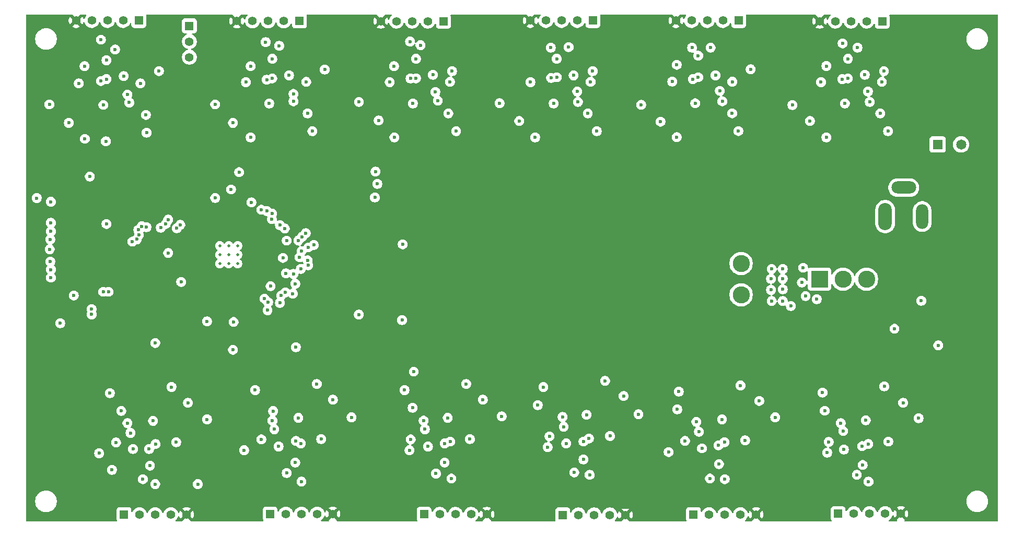
<source format=gbr>
%TF.GenerationSoftware,KiCad,Pcbnew,9.0.0*%
%TF.CreationDate,2025-04-24T16:42:49+01:00*%
%TF.ProjectId,DST,4453542e-6b69-4636-9164-5f7063625858,rev?*%
%TF.SameCoordinates,Original*%
%TF.FileFunction,Copper,L4,Inr*%
%TF.FilePolarity,Positive*%
%FSLAX46Y46*%
G04 Gerber Fmt 4.6, Leading zero omitted, Abs format (unit mm)*
G04 Created by KiCad (PCBNEW 9.0.0) date 2025-04-24 16:42:49*
%MOMM*%
%LPD*%
G01*
G04 APERTURE LIST*
%TA.AperFunction,ComponentPad*%
%ADD10R,1.398000X1.398000*%
%TD*%
%TA.AperFunction,ComponentPad*%
%ADD11C,1.398000*%
%TD*%
%TA.AperFunction,HeatsinkPad*%
%ADD12C,0.500000*%
%TD*%
%TA.AperFunction,ComponentPad*%
%ADD13O,2.200000X4.400000*%
%TD*%
%TA.AperFunction,ComponentPad*%
%ADD14O,2.000000X4.000000*%
%TD*%
%TA.AperFunction,ComponentPad*%
%ADD15O,4.000000X2.000000*%
%TD*%
%TA.AperFunction,ComponentPad*%
%ADD16R,2.775000X2.775000*%
%TD*%
%TA.AperFunction,ComponentPad*%
%ADD17C,2.775000*%
%TD*%
%TA.AperFunction,ComponentPad*%
%ADD18R,1.650000X1.650000*%
%TD*%
%TA.AperFunction,ComponentPad*%
%ADD19C,1.650000*%
%TD*%
%TA.AperFunction,ViaPad*%
%ADD20C,0.600000*%
%TD*%
G04 APERTURE END LIST*
D10*
%TO.N,/SWCLK*%
%TO.C,J2*%
X121137500Y-52160000D03*
D11*
%TO.N,GND*%
X121137500Y-54700000D03*
%TO.N,/SWD*%
X121137500Y-57240000D03*
%TD*%
D10*
%TO.N,/OUT1A12*%
%TO.C,J29*%
X112940000Y-51300000D03*
D11*
%TO.N,/OUT1B12*%
X110400000Y-51300000D03*
%TO.N,/OUT2A12*%
X107860000Y-51300000D03*
%TO.N,/OUT2B12*%
X105320000Y-51300000D03*
%TO.N,+3V3*%
X102780000Y-51300000D03*
%TD*%
D12*
%TO.N,GND*%
%TO.C,U1*%
X128962500Y-90737500D03*
X128962500Y-89287500D03*
X128962500Y-87837500D03*
X127512500Y-90737500D03*
X127512500Y-89287500D03*
X127512500Y-87837500D03*
X126062500Y-90737500D03*
X126062500Y-89287500D03*
X126062500Y-87837500D03*
%TD*%
D10*
%TO.N,/OUT1A4*%
%TO.C,J24*%
X181640000Y-131500000D03*
D11*
%TO.N,/OUT1B4*%
X184180000Y-131500000D03*
%TO.N,/OUT2A4*%
X186720000Y-131500000D03*
%TO.N,/OUT2B4*%
X189260000Y-131500000D03*
%TO.N,+3V3*%
X191800000Y-131500000D03*
%TD*%
D10*
%TO.N,/OUT1A5*%
%TO.C,J26*%
X202820000Y-131437500D03*
D11*
%TO.N,/OUT1B5*%
X205360000Y-131437500D03*
%TO.N,/OUT2A5*%
X207900000Y-131437500D03*
%TO.N,/OUT2B5*%
X210440000Y-131437500D03*
%TO.N,+3V3*%
X212980000Y-131437500D03*
%TD*%
D10*
%TO.N,/OUT1A3*%
%TO.C,J22*%
X159180000Y-131400000D03*
D11*
%TO.N,/OUT1B3*%
X161720000Y-131400000D03*
%TO.N,/OUT2A3*%
X164260000Y-131400000D03*
%TO.N,/OUT2B3*%
X166800000Y-131400000D03*
%TO.N,+3V3*%
X169340000Y-131400000D03*
%TD*%
D13*
%TO.N,/12V_IN*%
%TO.C,J13*%
X233900000Y-83100000D03*
D14*
%TO.N,GND*%
X239900000Y-83100000D03*
D15*
%TO.N,unconnected-(J13-Pad3)*%
X236900000Y-78400000D03*
%TD*%
D10*
%TO.N,/OUT1A2*%
%TO.C,J20*%
X134220000Y-131337500D03*
D11*
%TO.N,/OUT1B2*%
X136760000Y-131337500D03*
%TO.N,/OUT2A2*%
X139300000Y-131337500D03*
%TO.N,/OUT2B2*%
X141840000Y-131337500D03*
%TO.N,+3V3*%
X144380000Y-131337500D03*
%TD*%
D10*
%TO.N,/OUT1A7*%
%TO.C,J19*%
X233440000Y-51400000D03*
D11*
%TO.N,/OUT1B7*%
X230900000Y-51400000D03*
%TO.N,/OUT2A7*%
X228360000Y-51400000D03*
%TO.N,/OUT2B7*%
X225820000Y-51400000D03*
%TO.N,+3V3*%
X223280000Y-51400000D03*
%TD*%
D10*
%TO.N,/OUT1A10*%
%TO.C,J25*%
X162320000Y-51400000D03*
D11*
%TO.N,/OUT1B10*%
X159780000Y-51400000D03*
%TO.N,/OUT2A10*%
X157240000Y-51400000D03*
%TO.N,/OUT2B10*%
X154700000Y-51400000D03*
%TO.N,+3V3*%
X152160000Y-51400000D03*
%TD*%
D16*
%TO.N,+12V*%
%TO.C,S1*%
X223250000Y-93250000D03*
D17*
%TO.N,Net-(D2-K)*%
X227060000Y-93250000D03*
%TO.N,unconnected-(S1-Pad3)*%
X230870000Y-93250000D03*
%TO.N,N/C*%
X210550000Y-95790000D03*
X210550000Y-90710000D03*
%TD*%
D10*
%TO.N,/OUT1A1*%
%TO.C,J18*%
X110520000Y-131437500D03*
D11*
%TO.N,/OUT1B1*%
X113060000Y-131437500D03*
%TO.N,/OUT2A1*%
X115600000Y-131437500D03*
%TO.N,/OUT2B1*%
X118140000Y-131437500D03*
%TO.N,+3V3*%
X120680000Y-131437500D03*
%TD*%
D10*
%TO.N,/OUT1A11*%
%TO.C,J27*%
X138980000Y-51362500D03*
D11*
%TO.N,/OUT1B11*%
X136440000Y-51362500D03*
%TO.N,/OUT2A11*%
X133900000Y-51362500D03*
%TO.N,/OUT2B11*%
X131360000Y-51362500D03*
%TO.N,+3V3*%
X128820000Y-51362500D03*
%TD*%
D10*
%TO.N,/OUT1A6*%
%TO.C,J28*%
X226280000Y-131300000D03*
D11*
%TO.N,/OUT1B6*%
X228820000Y-131300000D03*
%TO.N,/OUT2A6*%
X231360000Y-131300000D03*
%TO.N,/OUT2B6*%
X233900000Y-131300000D03*
%TO.N,+3V3*%
X236440000Y-131300000D03*
%TD*%
D18*
%TO.N,/12V_IN*%
%TO.C,J1*%
X242390000Y-71400000D03*
D19*
%TO.N,GND*%
X246200000Y-71400000D03*
%TD*%
D10*
%TO.N,/OUT1A9*%
%TO.C,J23*%
X186540000Y-51300000D03*
D11*
%TO.N,/OUT1B9*%
X184000000Y-51300000D03*
%TO.N,/OUT2A9*%
X181460000Y-51300000D03*
%TO.N,/OUT2B9*%
X178920000Y-51300000D03*
%TO.N,+3V3*%
X176380000Y-51300000D03*
%TD*%
D10*
%TO.N,/OUT1A8*%
%TO.C,J21*%
X210140000Y-51300000D03*
D11*
%TO.N,/OUT1B8*%
X207600000Y-51300000D03*
%TO.N,/OUT2A8*%
X205060000Y-51300000D03*
%TO.N,/OUT2B8*%
X202520000Y-51300000D03*
%TO.N,+3V3*%
X199980000Y-51300000D03*
%TD*%
D20*
%TO.N,GND*%
X104142500Y-58695000D03*
X185000000Y-122500000D03*
X113200000Y-61490000D03*
X200455000Y-111500000D03*
X98450000Y-64900000D03*
X224750000Y-119651000D03*
X203115000Y-64725000D03*
X148615000Y-64500000D03*
X171750000Y-115500000D03*
X233365000Y-61250000D03*
X128300000Y-100200000D03*
X203600000Y-57000000D03*
X200115000Y-70225000D03*
X119666341Y-84432245D03*
X138295000Y-123000000D03*
X107700000Y-84300000D03*
X115250000Y-116250000D03*
X141070000Y-69250000D03*
X216072500Y-115662500D03*
X180160000Y-64750000D03*
X179500000Y-118750000D03*
X107700000Y-57740000D03*
X117700000Y-89000000D03*
X194365000Y-64975000D03*
X133800000Y-98301000D03*
X157000000Y-119250000D03*
X209115000Y-61225000D03*
X148600000Y-99000000D03*
X164365000Y-69250000D03*
X187160000Y-69250000D03*
X114750000Y-123500000D03*
X118250000Y-110750000D03*
X124000000Y-116000000D03*
X163365000Y-61250000D03*
X102400000Y-95900000D03*
X177160000Y-70250000D03*
X100200000Y-100400000D03*
X157500000Y-108250000D03*
X234365000Y-69250000D03*
X171410000Y-64700000D03*
X178500000Y-110750000D03*
X230750000Y-116151000D03*
X155700000Y-87600000D03*
X230250000Y-123401000D03*
X109250000Y-119750000D03*
X140070000Y-61250000D03*
X136300000Y-89800000D03*
X154307500Y-58705000D03*
X125320000Y-64900000D03*
X239750000Y-96750000D03*
X224365000Y-58680000D03*
X125325735Y-80074265D03*
X104200000Y-70490000D03*
X134070000Y-64750000D03*
X162500000Y-123000000D03*
X136900000Y-87000000D03*
X119800000Y-93700000D03*
X188500000Y-109750000D03*
X107200000Y-64990000D03*
X132800000Y-82000000D03*
X105000000Y-76600000D03*
X200115000Y-58475000D03*
X151300000Y-75800000D03*
X233750000Y-110651000D03*
X124000000Y-100100000D03*
X239322500Y-115813500D03*
X180660000Y-57500000D03*
X157865000Y-57500000D03*
X206955000Y-123250000D03*
X136800000Y-92300000D03*
X218865000Y-65000000D03*
X185500000Y-115250000D03*
X163000000Y-115750000D03*
X131070000Y-70250000D03*
X147412500Y-115662500D03*
X154365000Y-70250000D03*
X193912500Y-115162500D03*
X210115000Y-69225000D03*
X224365000Y-70250000D03*
X201455000Y-119500000D03*
X210455000Y-110500000D03*
X227865000Y-57500000D03*
X242500000Y-104000000D03*
X227365000Y-64750000D03*
X131795000Y-111250000D03*
X151600000Y-77800000D03*
X141795000Y-110250000D03*
X134570000Y-57500000D03*
X127900000Y-78700000D03*
X138795000Y-115750000D03*
X131057500Y-58705000D03*
X207455000Y-116000000D03*
X156000000Y-111250000D03*
X114200000Y-69490000D03*
X108250000Y-111750000D03*
X151200000Y-80000000D03*
X132795000Y-119250000D03*
X138400000Y-104300000D03*
X157365000Y-64750000D03*
X223750000Y-111651000D03*
X186160000Y-61250000D03*
X166000000Y-110250000D03*
%TO.N,/OUT1B1*%
X111600000Y-118200000D03*
X108600000Y-124200000D03*
%TO.N,/OUT2A1*%
X122500000Y-126500000D03*
X115600000Y-126500000D03*
X115650000Y-120000000D03*
%TO.N,/OUT1A1*%
X114600000Y-120800000D03*
X113600000Y-125700000D03*
%TO.N,/OUT1A2*%
X136900000Y-124700000D03*
X138395000Y-119500000D03*
%TO.N,/OUT2A2*%
X139300000Y-126100000D03*
X139195000Y-119900000D03*
%TO.N,/OUT1B2*%
X134900000Y-117600000D03*
%TO.N,/OUT2A3*%
X163600000Y-125600000D03*
X163400000Y-119600000D03*
%TO.N,/OUT1B3*%
X159300000Y-117600000D03*
%TO.N,/OUT1A3*%
X161100000Y-124800000D03*
X162500000Y-119900000D03*
%TO.N,/OUT2A4*%
X186000000Y-125000000D03*
X185900000Y-119100000D03*
%TO.N,/OUT1B4*%
X181800000Y-117200000D03*
%TO.N,/OUT1A4*%
X183500000Y-124600000D03*
X185000000Y-119600000D03*
%TO.N,/OUT1A5*%
X206900000Y-120200000D03*
X205500000Y-125600000D03*
%TO.N,/OUT1B5*%
X203700000Y-118000000D03*
%TO.N,/OUT2A5*%
X207900000Y-125700000D03*
X207855000Y-119700000D03*
%TO.N,/OUT1A6*%
X230146568Y-120352961D03*
X229300000Y-125000000D03*
%TO.N,/OUT1B6*%
X227100000Y-117900000D03*
%TO.N,/OUT2A6*%
X231150000Y-120000000D03*
X231200000Y-126100000D03*
%TO.N,/OUT1B7*%
X231100000Y-62800000D03*
%TO.N,/OUT2A7*%
X227000000Y-55000000D03*
X226965000Y-60800000D03*
%TO.N,/OUT1A7*%
X229400000Y-55700000D03*
X227860821Y-60674723D03*
%TO.N,/OUT1A8*%
X205600000Y-55700000D03*
X203600000Y-60500000D03*
%TO.N,/OUT1B8*%
X207100000Y-62700000D03*
%TO.N,/OUT2A8*%
X202600000Y-55700000D03*
X202715000Y-60800000D03*
%TO.N,/OUT1B9*%
X184000000Y-62800000D03*
%TO.N,/OUT2A9*%
X179700000Y-55700000D03*
X179760000Y-60600000D03*
%TO.N,/OUT1A9*%
X180700000Y-60500000D03*
X182600000Y-55600000D03*
%TO.N,/OUT1B10*%
X161000000Y-62900000D03*
%TO.N,/OUT1A10*%
X157860821Y-60674723D03*
X158600000Y-55300000D03*
%TO.N,/OUT2A10*%
X156965000Y-60700000D03*
X156900000Y-54700000D03*
%TO.N,/OUT1A11*%
X135700000Y-55400000D03*
X134564246Y-60677178D03*
%TO.N,/OUT2A11*%
X133670000Y-60900000D03*
X133500000Y-54800000D03*
%TO.N,/OUT1B11*%
X138000000Y-63200000D03*
%TO.N,/OUT1A12*%
X107700000Y-60800000D03*
X109100000Y-56000000D03*
%TO.N,/OUT1B12*%
X111100000Y-63300000D03*
%TO.N,/OUT2A12*%
X106800000Y-61100000D03*
X106800000Y-54400000D03*
%TO.N,+3V3*%
X134424265Y-86924265D03*
X196322500Y-113912500D03*
X214115000Y-66475000D03*
X145000000Y-67000000D03*
X121554725Y-92945675D03*
X180000000Y-109750000D03*
X128195261Y-81473760D03*
X201955000Y-110500000D03*
X219572500Y-114063500D03*
X118245000Y-66690000D03*
X157500000Y-110250000D03*
X130312500Y-82800000D03*
X121708698Y-85085504D03*
X130073988Y-95850241D03*
X162865000Y-70250000D03*
X144300000Y-83900000D03*
X225250000Y-110651000D03*
X133295000Y-110250000D03*
X127662500Y-113912500D03*
X134206196Y-92093804D03*
X109750000Y-110750000D03*
X120479438Y-88955691D03*
X138200000Y-102900000D03*
X174162500Y-113662500D03*
X185660000Y-70250000D03*
X126875191Y-97023306D03*
X139570000Y-70250000D03*
X151750000Y-113000000D03*
X238365000Y-66680000D03*
X185400000Y-67600000D03*
X119900000Y-99200000D03*
X112700000Y-70490000D03*
X232865000Y-70250000D03*
X124300000Y-97500000D03*
X156800000Y-96400000D03*
X135345000Y-79410000D03*
X208615000Y-70225000D03*
X168307500Y-66705000D03*
X104250000Y-114250000D03*
%TO.N,/DIR12*%
X111400000Y-64600000D03*
X131200000Y-80800000D03*
%TO.N,/DIR9*%
X140000000Y-85785232D03*
X184100000Y-64500000D03*
%TO.N,/DIR1*%
X111100000Y-116600000D03*
X128200000Y-104700000D03*
X133900000Y-97000000D03*
%TO.N,/DIR8*%
X207500000Y-64400000D03*
X138791092Y-86985232D03*
%TO.N,/EXT_GPIO1*%
X117300000Y-84300000D03*
X96400000Y-80100000D03*
%TO.N,/STEP1*%
X133300000Y-96400000D03*
X110100000Y-114625000D03*
X115600000Y-103600000D03*
%TO.N,/STEP6*%
X224100000Y-114600000D03*
X140303976Y-90205781D03*
%TO.N,/DIR6*%
X139000000Y-89700000D03*
X226700000Y-116600000D03*
%TO.N,/DIR2*%
X134300000Y-94400000D03*
X134600000Y-116200000D03*
%TO.N,/STEP10*%
X163100000Y-66375000D03*
X136600000Y-85028000D03*
%TO.N,/STEP4*%
X177600000Y-113700000D03*
X138300000Y-94000000D03*
%TO.N,/DIR3*%
X136700000Y-95400000D03*
X159100000Y-116200000D03*
%TO.N,/STEP11*%
X140300000Y-66375000D03*
X134500000Y-83500000D03*
%TO.N,/STEP8*%
X209100000Y-66350000D03*
X141300000Y-87700000D03*
%TO.N,/DIR7*%
X140400000Y-88100000D03*
X231400000Y-64500000D03*
%TO.N,/STEP7*%
X233100000Y-66375000D03*
X139300000Y-88700000D03*
%TO.N,/DIR5*%
X140400000Y-91000000D03*
X203300000Y-116400000D03*
%TO.N,/STEP12*%
X114100000Y-66600000D03*
X133700000Y-82200000D03*
%TO.N,/STEP9*%
X185700000Y-66375000D03*
X139400000Y-86385232D03*
%TO.N,/STEP3*%
X157300000Y-114125000D03*
X136000000Y-95900000D03*
%TO.N,/DIR4*%
X138000000Y-92400000D03*
X181600000Y-115600000D03*
%TO.N,/EXT_GPIO5*%
X113395836Y-84678014D03*
X98600000Y-86800000D03*
%TO.N,/STEP5*%
X139200000Y-91600000D03*
X200200000Y-114375000D03*
%TO.N,/STEP2*%
X134700000Y-114650000D03*
X135800000Y-97100000D03*
%TO.N,/DIR10*%
X161400000Y-64300000D03*
X135800000Y-84500000D03*
%TO.N,/DIR11*%
X138000000Y-64400000D03*
X134551470Y-82600000D03*
%TO.N,/EXT_GPIO4*%
X114184097Y-84814569D03*
X98700000Y-85500000D03*
%TO.N,/RESET_N*%
X107600000Y-70900000D03*
X117700000Y-83600000D03*
X129200000Y-75900000D03*
%TO.N,/EXT_GPIO6*%
X112850743Y-85263572D03*
X98500000Y-88400000D03*
%TO.N,/EXT_GPIO9*%
X111900000Y-87163862D03*
X98700000Y-93000000D03*
%TO.N,/EXT_GPIO3*%
X98700000Y-84100000D03*
X119100653Y-84997931D03*
%TO.N,/EXT_GPIO7*%
X112966637Y-86055135D03*
X98600000Y-90400000D03*
%TO.N,/EXT_GPIO8*%
X112632316Y-86781931D03*
X98700000Y-91700000D03*
%TO.N,/EXT_GPIO2*%
X116500000Y-84900000D03*
X98700000Y-80700000D03*
%TO.N,/GPIO0*%
X137900000Y-95600000D03*
X155600000Y-99900000D03*
%TO.N,/USB_D-*%
X107175000Y-95300000D03*
X105300000Y-98125000D03*
%TO.N,/USB_D+*%
X108025000Y-95300000D03*
X105300000Y-98975000D03*
%TO.N,+12V*%
X101600000Y-67900000D03*
X130000000Y-121000000D03*
X221700000Y-67600000D03*
X197500000Y-67700000D03*
X217300000Y-96800000D03*
X215500000Y-91600000D03*
X212100000Y-59200000D03*
X222800000Y-96500000D03*
X191500000Y-112200000D03*
X213500000Y-113000000D03*
X234400000Y-119600000D03*
X168700000Y-112800000D03*
X160600000Y-60100000D03*
X130300000Y-61300000D03*
X206400000Y-60200000D03*
X112000000Y-120800000D03*
X120900000Y-113300000D03*
X174600000Y-67600000D03*
X217300000Y-93200000D03*
X151800000Y-67500000D03*
X204200000Y-120700000D03*
X143070000Y-59250000D03*
X142500000Y-119200000D03*
X198800000Y-121300000D03*
X189300000Y-118700000D03*
X215500000Y-96800000D03*
X220600000Y-91400000D03*
X182200000Y-119900000D03*
X179200000Y-120500000D03*
X223500000Y-61300000D03*
X176400000Y-61300000D03*
X221000000Y-96000000D03*
X106500000Y-121500000D03*
X156800000Y-121000000D03*
X186500000Y-59500000D03*
X235400000Y-101300000D03*
X153600000Y-61300000D03*
X220400000Y-93800000D03*
X163700000Y-59500000D03*
X128200000Y-67900000D03*
X215400000Y-95000000D03*
X166600000Y-119200000D03*
X236800000Y-113300000D03*
X217300000Y-94900000D03*
X211200000Y-119400000D03*
X218600000Y-97600000D03*
X215400000Y-93200000D03*
X224500000Y-121400000D03*
X116200000Y-59490000D03*
X233700000Y-59500000D03*
X159800000Y-120400000D03*
X144400000Y-112800000D03*
X103200000Y-61500000D03*
X119000000Y-119700000D03*
X217300000Y-91600000D03*
X135600000Y-120400000D03*
X183400000Y-60200000D03*
X227200000Y-120900000D03*
X137300000Y-60200000D03*
X199400000Y-61200000D03*
X110500000Y-60300000D03*
X230600000Y-60100000D03*
%TD*%
%TA.AperFunction,Conductor*%
%TO.N,+3V3*%
G36*
X98000000Y-52549500D02*
G01*
X97785258Y-52549500D01*
X97568715Y-52578009D01*
X97557762Y-52579452D01*
X97464076Y-52604554D01*
X97336112Y-52638842D01*
X97124123Y-52726650D01*
X97124109Y-52726657D01*
X96925382Y-52841392D01*
X96743338Y-52981081D01*
X96581081Y-53143338D01*
X96441392Y-53325382D01*
X96326657Y-53524109D01*
X96326650Y-53524123D01*
X96238842Y-53736112D01*
X96179453Y-53957759D01*
X96179451Y-53957770D01*
X96149500Y-54185258D01*
X96149500Y-54414741D01*
X96174446Y-54604215D01*
X96179452Y-54642238D01*
X96179453Y-54642240D01*
X96238842Y-54863887D01*
X96326650Y-55075876D01*
X96326657Y-55075890D01*
X96441392Y-55274617D01*
X96581081Y-55456661D01*
X96581089Y-55456670D01*
X96743330Y-55618911D01*
X96743338Y-55618918D01*
X96925382Y-55758607D01*
X96925385Y-55758608D01*
X96925388Y-55758611D01*
X97124112Y-55873344D01*
X97124117Y-55873346D01*
X97124123Y-55873349D01*
X97215480Y-55911190D01*
X97336113Y-55961158D01*
X97557762Y-56020548D01*
X97785266Y-56050500D01*
X97785273Y-56050500D01*
X98000000Y-56050500D01*
X98000000Y-64237925D01*
X97939711Y-64278210D01*
X97939707Y-64278213D01*
X97828213Y-64389707D01*
X97828210Y-64389711D01*
X97740609Y-64520814D01*
X97740602Y-64520827D01*
X97680264Y-64666498D01*
X97680261Y-64666510D01*
X97649500Y-64821153D01*
X97649500Y-64978846D01*
X97680261Y-65133489D01*
X97680264Y-65133501D01*
X97740602Y-65279172D01*
X97740609Y-65279185D01*
X97828210Y-65410288D01*
X97828213Y-65410292D01*
X97939707Y-65521786D01*
X97939711Y-65521789D01*
X98000000Y-65562073D01*
X98000000Y-80306759D01*
X97990609Y-80320814D01*
X97990602Y-80320827D01*
X97930264Y-80466498D01*
X97930261Y-80466510D01*
X97899500Y-80621153D01*
X97899500Y-80778846D01*
X97930261Y-80933489D01*
X97930264Y-80933501D01*
X97990602Y-81079172D01*
X97990609Y-81079185D01*
X98000000Y-81093239D01*
X98000000Y-83706759D01*
X97990609Y-83720814D01*
X97990602Y-83720827D01*
X97930264Y-83866498D01*
X97930261Y-83866510D01*
X97899500Y-84021153D01*
X97899500Y-84178846D01*
X97930261Y-84333489D01*
X97930264Y-84333501D01*
X97990602Y-84479172D01*
X97990609Y-84479185D01*
X98000000Y-84493239D01*
X98000000Y-85106759D01*
X97990609Y-85120814D01*
X97990602Y-85120827D01*
X97930264Y-85266498D01*
X97930261Y-85266510D01*
X97899500Y-85421153D01*
X97899500Y-85578846D01*
X97930261Y-85733489D01*
X97930264Y-85733501D01*
X97990602Y-85879172D01*
X97990609Y-85879185D01*
X98000000Y-85893239D01*
X98000000Y-86267921D01*
X97978210Y-86289711D01*
X97890609Y-86420814D01*
X97890602Y-86420827D01*
X97830264Y-86566498D01*
X97830261Y-86566510D01*
X97799500Y-86721153D01*
X97799500Y-86878846D01*
X97830261Y-87033489D01*
X97830264Y-87033501D01*
X97890602Y-87179172D01*
X97890609Y-87179185D01*
X97978210Y-87310288D01*
X97978213Y-87310292D01*
X98000000Y-87332079D01*
X98000000Y-87771335D01*
X97989711Y-87778210D01*
X97989707Y-87778213D01*
X97878213Y-87889707D01*
X97878210Y-87889711D01*
X97790609Y-88020814D01*
X97790602Y-88020827D01*
X97730264Y-88166498D01*
X97730261Y-88166510D01*
X97699500Y-88321153D01*
X97699500Y-88478846D01*
X97730261Y-88633489D01*
X97730264Y-88633501D01*
X97790602Y-88779172D01*
X97790609Y-88779185D01*
X97878210Y-88910288D01*
X97878213Y-88910292D01*
X97989707Y-89021786D01*
X97989711Y-89021789D01*
X98000000Y-89028663D01*
X98000000Y-89867920D01*
X97978213Y-89889707D01*
X97978210Y-89889711D01*
X97890609Y-90020814D01*
X97890602Y-90020827D01*
X97830264Y-90166498D01*
X97830261Y-90166510D01*
X97799500Y-90321153D01*
X97799500Y-90478846D01*
X97830261Y-90633489D01*
X97830264Y-90633501D01*
X97890602Y-90779172D01*
X97890609Y-90779185D01*
X97978210Y-90910288D01*
X97978213Y-90910292D01*
X98000000Y-90932079D01*
X98000000Y-91306759D01*
X97990609Y-91320814D01*
X97990602Y-91320827D01*
X97930264Y-91466498D01*
X97930261Y-91466510D01*
X97899500Y-91621153D01*
X97899500Y-91778846D01*
X97930261Y-91933489D01*
X97930264Y-91933501D01*
X97990602Y-92079172D01*
X97990609Y-92079185D01*
X98000000Y-92093239D01*
X98000000Y-92606759D01*
X97990609Y-92620814D01*
X97990602Y-92620827D01*
X97930264Y-92766498D01*
X97930261Y-92766510D01*
X97899500Y-92921153D01*
X97899500Y-93078846D01*
X97930261Y-93233489D01*
X97930264Y-93233501D01*
X97990602Y-93379172D01*
X97990609Y-93379185D01*
X98000000Y-93393239D01*
X98000000Y-127549500D01*
X97785258Y-127549500D01*
X97568715Y-127578009D01*
X97557762Y-127579452D01*
X97464076Y-127604554D01*
X97336112Y-127638842D01*
X97124123Y-127726650D01*
X97124109Y-127726657D01*
X96925382Y-127841392D01*
X96743338Y-127981081D01*
X96581081Y-128143338D01*
X96441392Y-128325382D01*
X96326657Y-128524109D01*
X96326650Y-128524123D01*
X96238842Y-128736112D01*
X96179453Y-128957759D01*
X96179451Y-128957770D01*
X96149500Y-129185258D01*
X96149500Y-129414741D01*
X96174446Y-129604215D01*
X96179452Y-129642238D01*
X96179453Y-129642240D01*
X96238842Y-129863887D01*
X96326650Y-130075876D01*
X96326657Y-130075890D01*
X96441392Y-130274617D01*
X96581081Y-130456661D01*
X96581089Y-130456670D01*
X96624419Y-130500000D01*
X94700500Y-130500000D01*
X94700500Y-80021153D01*
X95599500Y-80021153D01*
X95599500Y-80178846D01*
X95630261Y-80333489D01*
X95630264Y-80333501D01*
X95690602Y-80479172D01*
X95690609Y-80479185D01*
X95778210Y-80610288D01*
X95778213Y-80610292D01*
X95889707Y-80721786D01*
X95889711Y-80721789D01*
X96020814Y-80809390D01*
X96020827Y-80809397D01*
X96166498Y-80869735D01*
X96166503Y-80869737D01*
X96321153Y-80900499D01*
X96321156Y-80900500D01*
X96321158Y-80900500D01*
X96478844Y-80900500D01*
X96478845Y-80900499D01*
X96633497Y-80869737D01*
X96779179Y-80809394D01*
X96910289Y-80721789D01*
X97021789Y-80610289D01*
X97109394Y-80479179D01*
X97169737Y-80333497D01*
X97200500Y-80178842D01*
X97200500Y-80021158D01*
X97200500Y-80021155D01*
X97200499Y-80021153D01*
X97182420Y-79930263D01*
X97169737Y-79866503D01*
X97169735Y-79866498D01*
X97109397Y-79720827D01*
X97109390Y-79720814D01*
X97021789Y-79589711D01*
X97021786Y-79589707D01*
X96910292Y-79478213D01*
X96910288Y-79478210D01*
X96779185Y-79390609D01*
X96779172Y-79390602D01*
X96633501Y-79330264D01*
X96633489Y-79330261D01*
X96478845Y-79299500D01*
X96478842Y-79299500D01*
X96321158Y-79299500D01*
X96321155Y-79299500D01*
X96166510Y-79330261D01*
X96166498Y-79330264D01*
X96020827Y-79390602D01*
X96020814Y-79390609D01*
X95889711Y-79478210D01*
X95889707Y-79478213D01*
X95778213Y-79589707D01*
X95778210Y-79589711D01*
X95690609Y-79720814D01*
X95690602Y-79720827D01*
X95630264Y-79866498D01*
X95630261Y-79866510D01*
X95599500Y-80021153D01*
X94700500Y-80021153D01*
X94700500Y-50424500D01*
X94720185Y-50357461D01*
X94772989Y-50311706D01*
X94824500Y-50300500D01*
X98000000Y-50300500D01*
X98000000Y-52549500D01*
G37*
%TD.AperFunction*%
%TD*%
%TA.AperFunction,Conductor*%
%TO.N,+3V3*%
G36*
X102149731Y-50320185D02*
G01*
X102170373Y-50336819D01*
X102695498Y-50861944D01*
X102608236Y-50885326D01*
X102506764Y-50943911D01*
X102423911Y-51026764D01*
X102365326Y-51128236D01*
X102341944Y-51215498D01*
X101772832Y-50646386D01*
X101772831Y-50646386D01*
X101754526Y-50671580D01*
X101668844Y-50839741D01*
X101610522Y-51019236D01*
X101581000Y-51205631D01*
X101581000Y-51394368D01*
X101610522Y-51580763D01*
X101668844Y-51760258D01*
X101754523Y-51928413D01*
X101772832Y-51953612D01*
X101772833Y-51953613D01*
X102341944Y-51384501D01*
X102365326Y-51471764D01*
X102423911Y-51573236D01*
X102506764Y-51656089D01*
X102608236Y-51714674D01*
X102695498Y-51738055D01*
X102126386Y-52307166D01*
X102151586Y-52325476D01*
X102319741Y-52411155D01*
X102499236Y-52469477D01*
X102685632Y-52499000D01*
X102874368Y-52499000D01*
X103060763Y-52469477D01*
X103240258Y-52411155D01*
X103408408Y-52325478D01*
X103408414Y-52325475D01*
X103433613Y-52307166D01*
X102864502Y-51738055D01*
X102951764Y-51714674D01*
X103053236Y-51656089D01*
X103136089Y-51573236D01*
X103194674Y-51471764D01*
X103218055Y-51384501D01*
X103787166Y-51953612D01*
X103805475Y-51928414D01*
X103805478Y-51928408D01*
X103891155Y-51760258D01*
X103931806Y-51635150D01*
X103971243Y-51577474D01*
X104035602Y-51550276D01*
X104104448Y-51562191D01*
X104155924Y-51609435D01*
X104167667Y-51635147D01*
X104179620Y-51671935D01*
X104208381Y-51760452D01*
X104264937Y-51871447D01*
X104294096Y-51928675D01*
X104405073Y-52081422D01*
X104538578Y-52214927D01*
X104691325Y-52325904D01*
X104751465Y-52356547D01*
X104859547Y-52411618D01*
X104859549Y-52411618D01*
X104859552Y-52411620D01*
X104903514Y-52425904D01*
X105039115Y-52469964D01*
X105132356Y-52484732D01*
X105225597Y-52499500D01*
X105225598Y-52499500D01*
X105414402Y-52499500D01*
X105414403Y-52499500D01*
X105600884Y-52469964D01*
X105780448Y-52411620D01*
X105948675Y-52325904D01*
X106101422Y-52214927D01*
X106234927Y-52081422D01*
X106345904Y-51928675D01*
X106431620Y-51760448D01*
X106472069Y-51635958D01*
X106511507Y-51578284D01*
X106575866Y-51551086D01*
X106644712Y-51563001D01*
X106696188Y-51610245D01*
X106707931Y-51635959D01*
X106748381Y-51760452D01*
X106804937Y-51871447D01*
X106834096Y-51928675D01*
X106945073Y-52081422D01*
X107078578Y-52214927D01*
X107231325Y-52325904D01*
X107291465Y-52356547D01*
X107399547Y-52411618D01*
X107399549Y-52411618D01*
X107399552Y-52411620D01*
X107443514Y-52425904D01*
X107579115Y-52469964D01*
X107672356Y-52484732D01*
X107765597Y-52499500D01*
X107765598Y-52499500D01*
X107954402Y-52499500D01*
X107954403Y-52499500D01*
X108140884Y-52469964D01*
X108320448Y-52411620D01*
X108488675Y-52325904D01*
X108641422Y-52214927D01*
X108774927Y-52081422D01*
X108885904Y-51928675D01*
X108971620Y-51760448D01*
X109012069Y-51635958D01*
X109051507Y-51578284D01*
X109115866Y-51551086D01*
X109184712Y-51563001D01*
X109236188Y-51610245D01*
X109247931Y-51635959D01*
X109288381Y-51760452D01*
X109344937Y-51871447D01*
X109374096Y-51928675D01*
X109485073Y-52081422D01*
X109618578Y-52214927D01*
X109771325Y-52325904D01*
X109831465Y-52356547D01*
X109939547Y-52411618D01*
X109939549Y-52411618D01*
X109939552Y-52411620D01*
X109983514Y-52425904D01*
X110119115Y-52469964D01*
X110212356Y-52484732D01*
X110305597Y-52499500D01*
X110305598Y-52499500D01*
X110494402Y-52499500D01*
X110494403Y-52499500D01*
X110680884Y-52469964D01*
X110860448Y-52411620D01*
X111028675Y-52325904D01*
X111181422Y-52214927D01*
X111314927Y-52081422D01*
X111425904Y-51928675D01*
X111506016Y-51771445D01*
X111553989Y-51720651D01*
X111621810Y-51703855D01*
X111687945Y-51726392D01*
X111731397Y-51781107D01*
X111740500Y-51827740D01*
X111740500Y-52046869D01*
X111740501Y-52046876D01*
X111746908Y-52106483D01*
X111797202Y-52241328D01*
X111797206Y-52241335D01*
X111883452Y-52356544D01*
X111883455Y-52356547D01*
X111998664Y-52442793D01*
X111998671Y-52442797D01*
X112133517Y-52493091D01*
X112133516Y-52493091D01*
X112140444Y-52493835D01*
X112193127Y-52499500D01*
X113686872Y-52499499D01*
X113746483Y-52493091D01*
X113881331Y-52442796D01*
X113996546Y-52356546D01*
X114082796Y-52241331D01*
X114133091Y-52106483D01*
X114139500Y-52046873D01*
X114139499Y-51413135D01*
X119938000Y-51413135D01*
X119938000Y-52906870D01*
X119938001Y-52906876D01*
X119944408Y-52966483D01*
X119994702Y-53101328D01*
X119994706Y-53101335D01*
X120080952Y-53216544D01*
X120080955Y-53216547D01*
X120196164Y-53302793D01*
X120196171Y-53302797D01*
X120331017Y-53353091D01*
X120331016Y-53353091D01*
X120337944Y-53353835D01*
X120390627Y-53359500D01*
X120609757Y-53359499D01*
X120676795Y-53379183D01*
X120722550Y-53431987D01*
X120732494Y-53501145D01*
X120703469Y-53564701D01*
X120666052Y-53593983D01*
X120508826Y-53674094D01*
X120356075Y-53785075D01*
X120222575Y-53918575D01*
X120111596Y-54071324D01*
X120025881Y-54239547D01*
X119967535Y-54419115D01*
X119938000Y-54605597D01*
X119938000Y-54794402D01*
X119967535Y-54980884D01*
X120025881Y-55160452D01*
X120084052Y-55274617D01*
X120111596Y-55328675D01*
X120222573Y-55481422D01*
X120356078Y-55614927D01*
X120508825Y-55725904D01*
X120573008Y-55758607D01*
X120677047Y-55811618D01*
X120677049Y-55811618D01*
X120677052Y-55811620D01*
X120744358Y-55833489D01*
X120801540Y-55852069D01*
X120859215Y-55891507D01*
X120886413Y-55955866D01*
X120874498Y-56024712D01*
X120827254Y-56076188D01*
X120801540Y-56087931D01*
X120677047Y-56128381D01*
X120508824Y-56214096D01*
X120356075Y-56325075D01*
X120222575Y-56458575D01*
X120111596Y-56611324D01*
X120025881Y-56779547D01*
X119967535Y-56959115D01*
X119938000Y-57145597D01*
X119938000Y-57334402D01*
X119967535Y-57520884D01*
X120025881Y-57700452D01*
X120086206Y-57818844D01*
X120111596Y-57868675D01*
X120222573Y-58021422D01*
X120356078Y-58154927D01*
X120508825Y-58265904D01*
X120577365Y-58300827D01*
X120677047Y-58351618D01*
X120677049Y-58351618D01*
X120677052Y-58351620D01*
X120773302Y-58382893D01*
X120856615Y-58409964D01*
X120949856Y-58424732D01*
X121043097Y-58439500D01*
X121043098Y-58439500D01*
X121231902Y-58439500D01*
X121231903Y-58439500D01*
X121418384Y-58409964D01*
X121597948Y-58351620D01*
X121766175Y-58265904D01*
X121918922Y-58154927D01*
X122052427Y-58021422D01*
X122163404Y-57868675D01*
X122249120Y-57700448D01*
X122307464Y-57520884D01*
X122323260Y-57421153D01*
X133769500Y-57421153D01*
X133769500Y-57578846D01*
X133800261Y-57733489D01*
X133800264Y-57733501D01*
X133860602Y-57879172D01*
X133860609Y-57879185D01*
X133948210Y-58010288D01*
X133948213Y-58010292D01*
X134059707Y-58121786D01*
X134059711Y-58121789D01*
X134190814Y-58209390D01*
X134190827Y-58209397D01*
X134289558Y-58250292D01*
X134336503Y-58269737D01*
X134491153Y-58300499D01*
X134491156Y-58300500D01*
X134491158Y-58300500D01*
X134648844Y-58300500D01*
X134648845Y-58300499D01*
X134803497Y-58269737D01*
X134949179Y-58209394D01*
X135080289Y-58121789D01*
X135191789Y-58010289D01*
X135279394Y-57879179D01*
X135339737Y-57733497D01*
X135370500Y-57578842D01*
X135370500Y-57421158D01*
X135370500Y-57421155D01*
X135370499Y-57421153D01*
X157064500Y-57421153D01*
X157064500Y-57578846D01*
X157095261Y-57733489D01*
X157095264Y-57733501D01*
X157155602Y-57879172D01*
X157155609Y-57879185D01*
X157243210Y-58010288D01*
X157243213Y-58010292D01*
X157354707Y-58121786D01*
X157354711Y-58121789D01*
X157485814Y-58209390D01*
X157485827Y-58209397D01*
X157584558Y-58250292D01*
X157631503Y-58269737D01*
X157786153Y-58300499D01*
X157786156Y-58300500D01*
X157786158Y-58300500D01*
X157943844Y-58300500D01*
X157943845Y-58300499D01*
X158098497Y-58269737D01*
X158244179Y-58209394D01*
X158375289Y-58121789D01*
X158486789Y-58010289D01*
X158574394Y-57879179D01*
X158634737Y-57733497D01*
X158665500Y-57578842D01*
X158665500Y-57421158D01*
X158665500Y-57421155D01*
X158665499Y-57421153D01*
X179859500Y-57421153D01*
X179859500Y-57578846D01*
X179890261Y-57733489D01*
X179890264Y-57733501D01*
X179950602Y-57879172D01*
X179950609Y-57879185D01*
X180038210Y-58010288D01*
X180038213Y-58010292D01*
X180149707Y-58121786D01*
X180149711Y-58121789D01*
X180280814Y-58209390D01*
X180280827Y-58209397D01*
X180379558Y-58250292D01*
X180426503Y-58269737D01*
X180581153Y-58300499D01*
X180581156Y-58300500D01*
X180581158Y-58300500D01*
X180738844Y-58300500D01*
X180738845Y-58300499D01*
X180893497Y-58269737D01*
X181039179Y-58209394D01*
X181170289Y-58121789D01*
X181281789Y-58010289D01*
X181369394Y-57879179D01*
X181429737Y-57733497D01*
X181460500Y-57578842D01*
X181460500Y-57421158D01*
X181460500Y-57421155D01*
X181460499Y-57421153D01*
X181443243Y-57334402D01*
X181429737Y-57266503D01*
X181416062Y-57233489D01*
X181369397Y-57120827D01*
X181369390Y-57120814D01*
X181281789Y-56989711D01*
X181281786Y-56989707D01*
X181170292Y-56878213D01*
X181170288Y-56878210D01*
X181039185Y-56790609D01*
X181039172Y-56790602D01*
X180893501Y-56730264D01*
X180893489Y-56730261D01*
X180738845Y-56699500D01*
X180738842Y-56699500D01*
X180581158Y-56699500D01*
X180581155Y-56699500D01*
X180426510Y-56730261D01*
X180426498Y-56730264D01*
X180280827Y-56790602D01*
X180280814Y-56790609D01*
X180149711Y-56878210D01*
X180149707Y-56878213D01*
X180038213Y-56989707D01*
X180038210Y-56989711D01*
X179950609Y-57120814D01*
X179950602Y-57120827D01*
X179890264Y-57266498D01*
X179890261Y-57266510D01*
X179859500Y-57421153D01*
X158665499Y-57421153D01*
X158648243Y-57334402D01*
X158634737Y-57266503D01*
X158621062Y-57233489D01*
X158574397Y-57120827D01*
X158574390Y-57120814D01*
X158486789Y-56989711D01*
X158486786Y-56989707D01*
X158375292Y-56878213D01*
X158375288Y-56878210D01*
X158244185Y-56790609D01*
X158244172Y-56790602D01*
X158098501Y-56730264D01*
X158098489Y-56730261D01*
X157943845Y-56699500D01*
X157943842Y-56699500D01*
X157786158Y-56699500D01*
X157786155Y-56699500D01*
X157631510Y-56730261D01*
X157631498Y-56730264D01*
X157485827Y-56790602D01*
X157485814Y-56790609D01*
X157354711Y-56878210D01*
X157354707Y-56878213D01*
X157243213Y-56989707D01*
X157243210Y-56989711D01*
X157155609Y-57120814D01*
X157155602Y-57120827D01*
X157095264Y-57266498D01*
X157095261Y-57266510D01*
X157064500Y-57421153D01*
X135370499Y-57421153D01*
X135353243Y-57334402D01*
X135339737Y-57266503D01*
X135326062Y-57233489D01*
X135279397Y-57120827D01*
X135279390Y-57120814D01*
X135191789Y-56989711D01*
X135191786Y-56989707D01*
X135080292Y-56878213D01*
X135080288Y-56878210D01*
X134949185Y-56790609D01*
X134949172Y-56790602D01*
X134803501Y-56730264D01*
X134803489Y-56730261D01*
X134648845Y-56699500D01*
X134648842Y-56699500D01*
X134491158Y-56699500D01*
X134491155Y-56699500D01*
X134336510Y-56730261D01*
X134336498Y-56730264D01*
X134190827Y-56790602D01*
X134190814Y-56790609D01*
X134059711Y-56878210D01*
X134059707Y-56878213D01*
X133948213Y-56989707D01*
X133948210Y-56989711D01*
X133860609Y-57120814D01*
X133860602Y-57120827D01*
X133800264Y-57266498D01*
X133800261Y-57266510D01*
X133769500Y-57421153D01*
X122323260Y-57421153D01*
X122337000Y-57334403D01*
X122337000Y-57145597D01*
X122326427Y-57078842D01*
X122307464Y-56959115D01*
X122255926Y-56800499D01*
X122249120Y-56779552D01*
X122249118Y-56779549D01*
X122249118Y-56779547D01*
X122187246Y-56658118D01*
X122163404Y-56611325D01*
X122052427Y-56458578D01*
X121918922Y-56325073D01*
X121766175Y-56214096D01*
X121747778Y-56204722D01*
X121597952Y-56128381D01*
X121473459Y-56087931D01*
X121415784Y-56048493D01*
X121388586Y-55984134D01*
X121400501Y-55915288D01*
X121447745Y-55863812D01*
X121473459Y-55852069D01*
X121597948Y-55811620D01*
X121766175Y-55725904D01*
X121918922Y-55614927D01*
X122052427Y-55481422D01*
X122163404Y-55328675D01*
X122249120Y-55160448D01*
X122307464Y-54980884D01*
X122337000Y-54794403D01*
X122337000Y-54721153D01*
X132699500Y-54721153D01*
X132699500Y-54878846D01*
X132730261Y-55033489D01*
X132730264Y-55033501D01*
X132790602Y-55179172D01*
X132790609Y-55179185D01*
X132878210Y-55310288D01*
X132878213Y-55310292D01*
X132989707Y-55421786D01*
X132989711Y-55421789D01*
X133120814Y-55509390D01*
X133120827Y-55509397D01*
X133261394Y-55567621D01*
X133266503Y-55569737D01*
X133421153Y-55600499D01*
X133421156Y-55600500D01*
X133421158Y-55600500D01*
X133578844Y-55600500D01*
X133578845Y-55600499D01*
X133733497Y-55569737D01*
X133879179Y-55509394D01*
X134010289Y-55421789D01*
X134110925Y-55321153D01*
X134899500Y-55321153D01*
X134899500Y-55478846D01*
X134930261Y-55633489D01*
X134930264Y-55633501D01*
X134990602Y-55779172D01*
X134990609Y-55779185D01*
X135078210Y-55910288D01*
X135078213Y-55910292D01*
X135189707Y-56021786D01*
X135189711Y-56021789D01*
X135320814Y-56109390D01*
X135320827Y-56109397D01*
X135466498Y-56169735D01*
X135466503Y-56169737D01*
X135616131Y-56199500D01*
X135621153Y-56200499D01*
X135621156Y-56200500D01*
X135621158Y-56200500D01*
X135778844Y-56200500D01*
X135778845Y-56200499D01*
X135933497Y-56169737D01*
X136079179Y-56109394D01*
X136210289Y-56021789D01*
X136321789Y-55910289D01*
X136409394Y-55779179D01*
X136417914Y-55758611D01*
X136438301Y-55709390D01*
X136469737Y-55633497D01*
X136500500Y-55478842D01*
X136500500Y-55321158D01*
X136500500Y-55321155D01*
X136500499Y-55321153D01*
X136482419Y-55230261D01*
X136469737Y-55166503D01*
X136437929Y-55089711D01*
X136409397Y-55020827D01*
X136409390Y-55020814D01*
X136321789Y-54889711D01*
X136321786Y-54889707D01*
X136210292Y-54778213D01*
X136210288Y-54778210D01*
X136120429Y-54718168D01*
X136079185Y-54690609D01*
X136079172Y-54690602D01*
X135933501Y-54630264D01*
X135933489Y-54630261D01*
X135887701Y-54621153D01*
X156099500Y-54621153D01*
X156099500Y-54778846D01*
X156130261Y-54933489D01*
X156130264Y-54933501D01*
X156190602Y-55079172D01*
X156190609Y-55079185D01*
X156278210Y-55210288D01*
X156278213Y-55210292D01*
X156389707Y-55321786D01*
X156389711Y-55321789D01*
X156520814Y-55409390D01*
X156520827Y-55409397D01*
X156634956Y-55456670D01*
X156666503Y-55469737D01*
X156821153Y-55500499D01*
X156821156Y-55500500D01*
X156821158Y-55500500D01*
X156978844Y-55500500D01*
X156978845Y-55500499D01*
X157133497Y-55469737D01*
X157279179Y-55409394D01*
X157410289Y-55321789D01*
X157521789Y-55210289D01*
X157555092Y-55160448D01*
X157573957Y-55132215D01*
X157627569Y-55087409D01*
X157696894Y-55078702D01*
X157759921Y-55108856D01*
X157796641Y-55168299D01*
X157798308Y-55214916D01*
X157800097Y-55215093D01*
X157799500Y-55221155D01*
X157799500Y-55378846D01*
X157830261Y-55533489D01*
X157830264Y-55533501D01*
X157890602Y-55679172D01*
X157890609Y-55679185D01*
X157978210Y-55810288D01*
X157978213Y-55810292D01*
X158089707Y-55921786D01*
X158089711Y-55921789D01*
X158220814Y-56009390D01*
X158220827Y-56009397D01*
X158320060Y-56050500D01*
X158366503Y-56069737D01*
X158521153Y-56100499D01*
X158521156Y-56100500D01*
X158521158Y-56100500D01*
X158678844Y-56100500D01*
X158678845Y-56100499D01*
X158833497Y-56069737D01*
X158952251Y-56020548D01*
X158979172Y-56009397D01*
X158979172Y-56009396D01*
X158979179Y-56009394D01*
X159110289Y-55921789D01*
X159221789Y-55810289D01*
X159309394Y-55679179D01*
X159309534Y-55678842D01*
X159333429Y-55621153D01*
X178899500Y-55621153D01*
X178899500Y-55778846D01*
X178930261Y-55933489D01*
X178930264Y-55933501D01*
X178990602Y-56079172D01*
X178990609Y-56079185D01*
X179078210Y-56210288D01*
X179078213Y-56210292D01*
X179189707Y-56321786D01*
X179189711Y-56321789D01*
X179320814Y-56409390D01*
X179320827Y-56409397D01*
X179466498Y-56469735D01*
X179466503Y-56469737D01*
X179621153Y-56500499D01*
X179621156Y-56500500D01*
X179621158Y-56500500D01*
X179778844Y-56500500D01*
X179778845Y-56500499D01*
X179933497Y-56469737D01*
X180079179Y-56409394D01*
X180210289Y-56321789D01*
X180321789Y-56210289D01*
X180409394Y-56079179D01*
X180469737Y-55933497D01*
X180500500Y-55778842D01*
X180500500Y-55621158D01*
X180500500Y-55621155D01*
X180484209Y-55539258D01*
X180484209Y-55539257D01*
X180480608Y-55521153D01*
X181799500Y-55521153D01*
X181799500Y-55678846D01*
X181830261Y-55833489D01*
X181830264Y-55833501D01*
X181890602Y-55979172D01*
X181890609Y-55979185D01*
X181978210Y-56110288D01*
X181978213Y-56110292D01*
X182089707Y-56221786D01*
X182089711Y-56221789D01*
X182220814Y-56309390D01*
X182220827Y-56309397D01*
X182366498Y-56369735D01*
X182366503Y-56369737D01*
X182521153Y-56400499D01*
X182521156Y-56400500D01*
X182521158Y-56400500D01*
X182678844Y-56400500D01*
X182678845Y-56400499D01*
X182833497Y-56369737D01*
X182979179Y-56309394D01*
X183110289Y-56221789D01*
X183221789Y-56110289D01*
X183309394Y-55979179D01*
X183316859Y-55961158D01*
X183328319Y-55933489D01*
X183369737Y-55833497D01*
X183400500Y-55678842D01*
X183400500Y-55621153D01*
X201799500Y-55621153D01*
X201799500Y-55778846D01*
X201830261Y-55933489D01*
X201830264Y-55933501D01*
X201890602Y-56079172D01*
X201890609Y-56079185D01*
X201978210Y-56210288D01*
X201978213Y-56210292D01*
X202089707Y-56321786D01*
X202089711Y-56321789D01*
X202220814Y-56409390D01*
X202220827Y-56409397D01*
X202366498Y-56469735D01*
X202366503Y-56469737D01*
X202521153Y-56500499D01*
X202521156Y-56500500D01*
X202521158Y-56500500D01*
X202678843Y-56500500D01*
X202691225Y-56498036D01*
X202736403Y-56489050D01*
X202805992Y-56495276D01*
X202861170Y-56538139D01*
X202884416Y-56604028D01*
X202875156Y-56658118D01*
X202830263Y-56766503D01*
X202830261Y-56766510D01*
X202799500Y-56921153D01*
X202799500Y-57078846D01*
X202830261Y-57233489D01*
X202830264Y-57233501D01*
X202890602Y-57379172D01*
X202890609Y-57379185D01*
X202978210Y-57510288D01*
X202978213Y-57510292D01*
X203089707Y-57621786D01*
X203089711Y-57621789D01*
X203220814Y-57709390D01*
X203220827Y-57709397D01*
X203356520Y-57765602D01*
X203366503Y-57769737D01*
X203521153Y-57800499D01*
X203521156Y-57800500D01*
X203521158Y-57800500D01*
X203678844Y-57800500D01*
X203678845Y-57800499D01*
X203833497Y-57769737D01*
X203979179Y-57709394D01*
X204110289Y-57621789D01*
X204221789Y-57510289D01*
X204281348Y-57421153D01*
X227064500Y-57421153D01*
X227064500Y-57578846D01*
X227095261Y-57733489D01*
X227095264Y-57733501D01*
X227155602Y-57879172D01*
X227155609Y-57879185D01*
X227243210Y-58010288D01*
X227243213Y-58010292D01*
X227354707Y-58121786D01*
X227354711Y-58121789D01*
X227485814Y-58209390D01*
X227485827Y-58209397D01*
X227584558Y-58250292D01*
X227631503Y-58269737D01*
X227786153Y-58300499D01*
X227786156Y-58300500D01*
X227786158Y-58300500D01*
X227943844Y-58300500D01*
X227943845Y-58300499D01*
X228098497Y-58269737D01*
X228244179Y-58209394D01*
X228375289Y-58121789D01*
X228486789Y-58010289D01*
X228574394Y-57879179D01*
X228634737Y-57733497D01*
X228665500Y-57578842D01*
X228665500Y-57421158D01*
X228665500Y-57421155D01*
X228665499Y-57421153D01*
X228648243Y-57334402D01*
X228634737Y-57266503D01*
X228621062Y-57233489D01*
X228574397Y-57120827D01*
X228574390Y-57120814D01*
X228486789Y-56989711D01*
X228486786Y-56989707D01*
X228375292Y-56878213D01*
X228375288Y-56878210D01*
X228244185Y-56790609D01*
X228244172Y-56790602D01*
X228098501Y-56730264D01*
X228098489Y-56730261D01*
X227943845Y-56699500D01*
X227943842Y-56699500D01*
X227786158Y-56699500D01*
X227786155Y-56699500D01*
X227631510Y-56730261D01*
X227631498Y-56730264D01*
X227485827Y-56790602D01*
X227485814Y-56790609D01*
X227354711Y-56878210D01*
X227354707Y-56878213D01*
X227243213Y-56989707D01*
X227243210Y-56989711D01*
X227155609Y-57120814D01*
X227155602Y-57120827D01*
X227095264Y-57266498D01*
X227095261Y-57266510D01*
X227064500Y-57421153D01*
X204281348Y-57421153D01*
X204309394Y-57379179D01*
X204369737Y-57233497D01*
X204400500Y-57078842D01*
X204400500Y-56921158D01*
X204400500Y-56921155D01*
X204400499Y-56921153D01*
X204374531Y-56790606D01*
X204369737Y-56766503D01*
X204369735Y-56766498D01*
X204309397Y-56620827D01*
X204309390Y-56620814D01*
X204221789Y-56489711D01*
X204221786Y-56489707D01*
X204110292Y-56378213D01*
X204110288Y-56378210D01*
X203979185Y-56290609D01*
X203979172Y-56290602D01*
X203833501Y-56230264D01*
X203833489Y-56230261D01*
X203678845Y-56199500D01*
X203678842Y-56199500D01*
X203521158Y-56199500D01*
X203521153Y-56199500D01*
X203463596Y-56210949D01*
X203394004Y-56204722D01*
X203338827Y-56161859D01*
X203315583Y-56095969D01*
X203324844Y-56041880D01*
X203350818Y-55979172D01*
X203369737Y-55933497D01*
X203400500Y-55778842D01*
X203400500Y-55621158D01*
X203400500Y-55621155D01*
X203400499Y-55621153D01*
X204799500Y-55621153D01*
X204799500Y-55778846D01*
X204830261Y-55933489D01*
X204830264Y-55933501D01*
X204890602Y-56079172D01*
X204890609Y-56079185D01*
X204978210Y-56210288D01*
X204978213Y-56210292D01*
X205089707Y-56321786D01*
X205089711Y-56321789D01*
X205220814Y-56409390D01*
X205220827Y-56409397D01*
X205366498Y-56469735D01*
X205366503Y-56469737D01*
X205521153Y-56500499D01*
X205521156Y-56500500D01*
X205521158Y-56500500D01*
X205678844Y-56500500D01*
X205678845Y-56500499D01*
X205833497Y-56469737D01*
X205979179Y-56409394D01*
X206110289Y-56321789D01*
X206221789Y-56210289D01*
X206309394Y-56079179D01*
X206369737Y-55933497D01*
X206400500Y-55778842D01*
X206400500Y-55621158D01*
X206400500Y-55621155D01*
X206400499Y-55621153D01*
X206381847Y-55527385D01*
X206369737Y-55466503D01*
X206333569Y-55379185D01*
X206309397Y-55320827D01*
X206309390Y-55320814D01*
X206221789Y-55189711D01*
X206221786Y-55189707D01*
X206110292Y-55078213D01*
X206110288Y-55078210D01*
X206020429Y-55018168D01*
X205979185Y-54990609D01*
X205979172Y-54990602D01*
X205833501Y-54930264D01*
X205833489Y-54930261D01*
X205787701Y-54921153D01*
X226199500Y-54921153D01*
X226199500Y-55078846D01*
X226230261Y-55233489D01*
X226230264Y-55233501D01*
X226290602Y-55379172D01*
X226290609Y-55379185D01*
X226378210Y-55510288D01*
X226378213Y-55510292D01*
X226489707Y-55621786D01*
X226489711Y-55621789D01*
X226620814Y-55709390D01*
X226620827Y-55709397D01*
X226739642Y-55758611D01*
X226766503Y-55769737D01*
X226921153Y-55800499D01*
X226921156Y-55800500D01*
X226921158Y-55800500D01*
X227078844Y-55800500D01*
X227078845Y-55800499D01*
X227233497Y-55769737D01*
X227379179Y-55709394D01*
X227510289Y-55621789D01*
X227510925Y-55621153D01*
X228599500Y-55621153D01*
X228599500Y-55778846D01*
X228630261Y-55933489D01*
X228630264Y-55933501D01*
X228690602Y-56079172D01*
X228690609Y-56079185D01*
X228778210Y-56210288D01*
X228778213Y-56210292D01*
X228889707Y-56321786D01*
X228889711Y-56321789D01*
X229020814Y-56409390D01*
X229020827Y-56409397D01*
X229166498Y-56469735D01*
X229166503Y-56469737D01*
X229321153Y-56500499D01*
X229321156Y-56500500D01*
X229321158Y-56500500D01*
X229478844Y-56500500D01*
X229478845Y-56500499D01*
X229633497Y-56469737D01*
X229779179Y-56409394D01*
X229910289Y-56321789D01*
X230021789Y-56210289D01*
X230109394Y-56079179D01*
X230169737Y-55933497D01*
X230200500Y-55778842D01*
X230200500Y-55621158D01*
X230200500Y-55621155D01*
X230200499Y-55621153D01*
X230181847Y-55527385D01*
X230169737Y-55466503D01*
X230133569Y-55379185D01*
X230109397Y-55320827D01*
X230109390Y-55320814D01*
X230021789Y-55189711D01*
X230021786Y-55189707D01*
X229910292Y-55078213D01*
X229910288Y-55078210D01*
X229779185Y-54990609D01*
X229779172Y-54990602D01*
X229633501Y-54930264D01*
X229633489Y-54930261D01*
X229478845Y-54899500D01*
X229478842Y-54899500D01*
X229321158Y-54899500D01*
X229321155Y-54899500D01*
X229166510Y-54930261D01*
X229166498Y-54930264D01*
X229020827Y-54990602D01*
X229020814Y-54990609D01*
X228889711Y-55078210D01*
X228889707Y-55078213D01*
X228778213Y-55189707D01*
X228778210Y-55189711D01*
X228690609Y-55320814D01*
X228690602Y-55320827D01*
X228630264Y-55466498D01*
X228630261Y-55466510D01*
X228599500Y-55621153D01*
X227510925Y-55621153D01*
X227531579Y-55600499D01*
X227604694Y-55527385D01*
X227621786Y-55510292D01*
X227621789Y-55510289D01*
X227709394Y-55379179D01*
X227769737Y-55233497D01*
X227800500Y-55078842D01*
X227800500Y-54921158D01*
X227800500Y-54921155D01*
X227800499Y-54921153D01*
X227794244Y-54889707D01*
X227769737Y-54766503D01*
X227750955Y-54721158D01*
X227709397Y-54620827D01*
X227709390Y-54620814D01*
X227621789Y-54489711D01*
X227621786Y-54489707D01*
X227510292Y-54378213D01*
X227510288Y-54378210D01*
X227379185Y-54290609D01*
X227379172Y-54290602D01*
X227233501Y-54230264D01*
X227233489Y-54230261D01*
X227078845Y-54199500D01*
X227078842Y-54199500D01*
X226921158Y-54199500D01*
X226921155Y-54199500D01*
X226766510Y-54230261D01*
X226766498Y-54230264D01*
X226620827Y-54290602D01*
X226620814Y-54290609D01*
X226489711Y-54378210D01*
X226489707Y-54378213D01*
X226378213Y-54489707D01*
X226378210Y-54489711D01*
X226290609Y-54620814D01*
X226290602Y-54620827D01*
X226230264Y-54766498D01*
X226230261Y-54766510D01*
X226199500Y-54921153D01*
X205787701Y-54921153D01*
X205678845Y-54899500D01*
X205678842Y-54899500D01*
X205521158Y-54899500D01*
X205521155Y-54899500D01*
X205366510Y-54930261D01*
X205366498Y-54930264D01*
X205220827Y-54990602D01*
X205220814Y-54990609D01*
X205089711Y-55078210D01*
X205089707Y-55078213D01*
X204978213Y-55189707D01*
X204978210Y-55189711D01*
X204890609Y-55320814D01*
X204890602Y-55320827D01*
X204830264Y-55466498D01*
X204830261Y-55466510D01*
X204799500Y-55621153D01*
X203400499Y-55621153D01*
X203381847Y-55527385D01*
X203369737Y-55466503D01*
X203333569Y-55379185D01*
X203309397Y-55320827D01*
X203309390Y-55320814D01*
X203221789Y-55189711D01*
X203221786Y-55189707D01*
X203110292Y-55078213D01*
X203110288Y-55078210D01*
X202979185Y-54990609D01*
X202979172Y-54990602D01*
X202833501Y-54930264D01*
X202833489Y-54930261D01*
X202678845Y-54899500D01*
X202678842Y-54899500D01*
X202521158Y-54899500D01*
X202521155Y-54899500D01*
X202366510Y-54930261D01*
X202366498Y-54930264D01*
X202220827Y-54990602D01*
X202220814Y-54990609D01*
X202089711Y-55078210D01*
X202089707Y-55078213D01*
X201978213Y-55189707D01*
X201978210Y-55189711D01*
X201890609Y-55320814D01*
X201890602Y-55320827D01*
X201830264Y-55466498D01*
X201830261Y-55466510D01*
X201799500Y-55621153D01*
X183400500Y-55621153D01*
X183400500Y-55521158D01*
X183400500Y-55521155D01*
X183400499Y-55521153D01*
X183392596Y-55481422D01*
X183369737Y-55366503D01*
X183350955Y-55321158D01*
X183309397Y-55220827D01*
X183309390Y-55220814D01*
X183221789Y-55089711D01*
X183221786Y-55089707D01*
X183110292Y-54978213D01*
X183110288Y-54978210D01*
X182979185Y-54890609D01*
X182979172Y-54890602D01*
X182833501Y-54830264D01*
X182833489Y-54830261D01*
X182678845Y-54799500D01*
X182678842Y-54799500D01*
X182521158Y-54799500D01*
X182521155Y-54799500D01*
X182366510Y-54830261D01*
X182366498Y-54830264D01*
X182220827Y-54890602D01*
X182220814Y-54890609D01*
X182089711Y-54978210D01*
X182089707Y-54978213D01*
X181978213Y-55089707D01*
X181978210Y-55089711D01*
X181890609Y-55220814D01*
X181890602Y-55220827D01*
X181830264Y-55366498D01*
X181830261Y-55366510D01*
X181799500Y-55521153D01*
X180480608Y-55521153D01*
X180474353Y-55489711D01*
X180469737Y-55466503D01*
X180433569Y-55379185D01*
X180409397Y-55320827D01*
X180409390Y-55320814D01*
X180321789Y-55189711D01*
X180321786Y-55189707D01*
X180210292Y-55078213D01*
X180210288Y-55078210D01*
X180079185Y-54990609D01*
X180079172Y-54990602D01*
X179933501Y-54930264D01*
X179933489Y-54930261D01*
X179778845Y-54899500D01*
X179778842Y-54899500D01*
X179621158Y-54899500D01*
X179621155Y-54899500D01*
X179466510Y-54930261D01*
X179466498Y-54930264D01*
X179320827Y-54990602D01*
X179320814Y-54990609D01*
X179189711Y-55078210D01*
X179189707Y-55078213D01*
X179078213Y-55189707D01*
X179078210Y-55189711D01*
X178990609Y-55320814D01*
X178990602Y-55320827D01*
X178930264Y-55466498D01*
X178930261Y-55466510D01*
X178899500Y-55621153D01*
X159333429Y-55621153D01*
X159355603Y-55567621D01*
X159355605Y-55567614D01*
X159369737Y-55533497D01*
X159400500Y-55378842D01*
X159400500Y-55221158D01*
X159400500Y-55221155D01*
X159400499Y-55221153D01*
X159390271Y-55169735D01*
X159369737Y-55066503D01*
X159334273Y-54980884D01*
X159309397Y-54920827D01*
X159309390Y-54920814D01*
X159221789Y-54789711D01*
X159221786Y-54789707D01*
X159110292Y-54678213D01*
X159110288Y-54678210D01*
X158979185Y-54590609D01*
X158979172Y-54590602D01*
X158833501Y-54530264D01*
X158833489Y-54530261D01*
X158678845Y-54499500D01*
X158678842Y-54499500D01*
X158521158Y-54499500D01*
X158521155Y-54499500D01*
X158366510Y-54530261D01*
X158366498Y-54530264D01*
X158220827Y-54590602D01*
X158220814Y-54590609D01*
X158089711Y-54678210D01*
X158089707Y-54678213D01*
X157978213Y-54789707D01*
X157978208Y-54789713D01*
X157926041Y-54867786D01*
X157872429Y-54912590D01*
X157803104Y-54921297D01*
X157740077Y-54891142D01*
X157703358Y-54831698D01*
X157701705Y-54785084D01*
X157699903Y-54784907D01*
X157700500Y-54778844D01*
X157700500Y-54621155D01*
X157700499Y-54621153D01*
X157682419Y-54530261D01*
X157669737Y-54466503D01*
X157650109Y-54419116D01*
X157609397Y-54320827D01*
X157609390Y-54320814D01*
X157521789Y-54189711D01*
X157521786Y-54189707D01*
X157410292Y-54078213D01*
X157410288Y-54078210D01*
X157279185Y-53990609D01*
X157279172Y-53990602D01*
X157133501Y-53930264D01*
X157133489Y-53930261D01*
X156978845Y-53899500D01*
X156978842Y-53899500D01*
X156821158Y-53899500D01*
X156821155Y-53899500D01*
X156666510Y-53930261D01*
X156666498Y-53930264D01*
X156520827Y-53990602D01*
X156520814Y-53990609D01*
X156389711Y-54078210D01*
X156389707Y-54078213D01*
X156278213Y-54189707D01*
X156278210Y-54189711D01*
X156190609Y-54320814D01*
X156190602Y-54320827D01*
X156130264Y-54466498D01*
X156130261Y-54466510D01*
X156099500Y-54621153D01*
X135887701Y-54621153D01*
X135778845Y-54599500D01*
X135778842Y-54599500D01*
X135621158Y-54599500D01*
X135621155Y-54599500D01*
X135466510Y-54630261D01*
X135466498Y-54630264D01*
X135320827Y-54690602D01*
X135320814Y-54690609D01*
X135189711Y-54778210D01*
X135189707Y-54778213D01*
X135078213Y-54889707D01*
X135078210Y-54889711D01*
X134990609Y-55020814D01*
X134990602Y-55020827D01*
X134930264Y-55166498D01*
X134930261Y-55166510D01*
X134899500Y-55321153D01*
X134110925Y-55321153D01*
X134121789Y-55310289D01*
X134181345Y-55221158D01*
X134209390Y-55179185D01*
X134209390Y-55179184D01*
X134209394Y-55179179D01*
X134269737Y-55033497D01*
X134300500Y-54878842D01*
X134300500Y-54721158D01*
X134300500Y-54721155D01*
X134300499Y-54721153D01*
X134282419Y-54630261D01*
X134269737Y-54566503D01*
X134269735Y-54566498D01*
X134209397Y-54420827D01*
X134209390Y-54420814D01*
X134121789Y-54289711D01*
X134121786Y-54289707D01*
X134010292Y-54178213D01*
X134010288Y-54178210D01*
X133879185Y-54090609D01*
X133879172Y-54090602D01*
X133733501Y-54030264D01*
X133733489Y-54030261D01*
X133578845Y-53999500D01*
X133578842Y-53999500D01*
X133421158Y-53999500D01*
X133421155Y-53999500D01*
X133266510Y-54030261D01*
X133266498Y-54030264D01*
X133120827Y-54090602D01*
X133120814Y-54090609D01*
X132989711Y-54178210D01*
X132989707Y-54178213D01*
X132878213Y-54289707D01*
X132878210Y-54289711D01*
X132790609Y-54420814D01*
X132790602Y-54420827D01*
X132730264Y-54566498D01*
X132730261Y-54566510D01*
X132699500Y-54721153D01*
X122337000Y-54721153D01*
X122337000Y-54605597D01*
X122318645Y-54489707D01*
X122307464Y-54419115D01*
X122249118Y-54239547D01*
X122203900Y-54150804D01*
X122163404Y-54071325D01*
X122052427Y-53918578D01*
X121918922Y-53785073D01*
X121766175Y-53674096D01*
X121608945Y-53593983D01*
X121558150Y-53546009D01*
X121541355Y-53478188D01*
X121563892Y-53412054D01*
X121618607Y-53368602D01*
X121665240Y-53359499D01*
X121884372Y-53359499D01*
X121943983Y-53353091D01*
X122078831Y-53302796D01*
X122194046Y-53216546D01*
X122280296Y-53101331D01*
X122330591Y-52966483D01*
X122337000Y-52906873D01*
X122336999Y-52146883D01*
X122336999Y-51413129D01*
X122336998Y-51413123D01*
X122330591Y-51353517D01*
X122326077Y-51341415D01*
X122313092Y-51306597D01*
X122280297Y-51218671D01*
X122280293Y-51218664D01*
X122194047Y-51103455D01*
X122194044Y-51103452D01*
X122078835Y-51017206D01*
X122078828Y-51017202D01*
X121943982Y-50966908D01*
X121943983Y-50966908D01*
X121884383Y-50960501D01*
X121884381Y-50960500D01*
X121884373Y-50960500D01*
X121884364Y-50960500D01*
X120390629Y-50960500D01*
X120390623Y-50960501D01*
X120331016Y-50966908D01*
X120196171Y-51017202D01*
X120196164Y-51017206D01*
X120080955Y-51103452D01*
X120080952Y-51103455D01*
X119994706Y-51218664D01*
X119994702Y-51218671D01*
X119944408Y-51353517D01*
X119940013Y-51394403D01*
X119938001Y-51413123D01*
X119938000Y-51413135D01*
X114139499Y-51413135D01*
X114139499Y-51300000D01*
X114139499Y-50553129D01*
X114139498Y-50553123D01*
X114133091Y-50493517D01*
X114126562Y-50476011D01*
X114123512Y-50467832D01*
X114118528Y-50398140D01*
X114152014Y-50336818D01*
X114213337Y-50303333D01*
X114239694Y-50300500D01*
X128060192Y-50300500D01*
X128127231Y-50320185D01*
X128147873Y-50336819D01*
X128735498Y-50924444D01*
X128648236Y-50947826D01*
X128546764Y-51006411D01*
X128463911Y-51089264D01*
X128405326Y-51190736D01*
X128381944Y-51277998D01*
X127812832Y-50708886D01*
X127812831Y-50708886D01*
X127794526Y-50734080D01*
X127708844Y-50902241D01*
X127650522Y-51081736D01*
X127621000Y-51268131D01*
X127621000Y-51456868D01*
X127650522Y-51643263D01*
X127708844Y-51822758D01*
X127794523Y-51990913D01*
X127812832Y-52016112D01*
X127812833Y-52016113D01*
X128381944Y-51447001D01*
X128405326Y-51534264D01*
X128463911Y-51635736D01*
X128546764Y-51718589D01*
X128648236Y-51777174D01*
X128735498Y-51800555D01*
X128166386Y-52369666D01*
X128191586Y-52387976D01*
X128359741Y-52473655D01*
X128539236Y-52531977D01*
X128725632Y-52561500D01*
X128914368Y-52561500D01*
X129100763Y-52531977D01*
X129280258Y-52473655D01*
X129448408Y-52387978D01*
X129448414Y-52387975D01*
X129473613Y-52369666D01*
X128904502Y-51800555D01*
X128991764Y-51777174D01*
X129093236Y-51718589D01*
X129176089Y-51635736D01*
X129234674Y-51534264D01*
X129258055Y-51447001D01*
X129827166Y-52016112D01*
X129845475Y-51990914D01*
X129845478Y-51990908D01*
X129931155Y-51822758D01*
X129971806Y-51697650D01*
X130011243Y-51639974D01*
X130075602Y-51612776D01*
X130144448Y-51624691D01*
X130195924Y-51671935D01*
X130207668Y-51697649D01*
X130248381Y-51822952D01*
X130314957Y-51953613D01*
X130334096Y-51991175D01*
X130445073Y-52143922D01*
X130578578Y-52277427D01*
X130731325Y-52388404D01*
X130791465Y-52419047D01*
X130899547Y-52474118D01*
X130899549Y-52474118D01*
X130899552Y-52474120D01*
X130995492Y-52505293D01*
X131079115Y-52532464D01*
X131144330Y-52542793D01*
X131265597Y-52562000D01*
X131265598Y-52562000D01*
X131454402Y-52562000D01*
X131454403Y-52562000D01*
X131640884Y-52532464D01*
X131820448Y-52474120D01*
X131988675Y-52388404D01*
X132141422Y-52277427D01*
X132274927Y-52143922D01*
X132385904Y-51991175D01*
X132471620Y-51822948D01*
X132512069Y-51698458D01*
X132551507Y-51640784D01*
X132615866Y-51613586D01*
X132684712Y-51625501D01*
X132736188Y-51672745D01*
X132747931Y-51698459D01*
X132788381Y-51822952D01*
X132854957Y-51953613D01*
X132874096Y-51991175D01*
X132985073Y-52143922D01*
X133118578Y-52277427D01*
X133271325Y-52388404D01*
X133331465Y-52419047D01*
X133439547Y-52474118D01*
X133439549Y-52474118D01*
X133439552Y-52474120D01*
X133535492Y-52505293D01*
X133619115Y-52532464D01*
X133684330Y-52542793D01*
X133805597Y-52562000D01*
X133805598Y-52562000D01*
X133994402Y-52562000D01*
X133994403Y-52562000D01*
X134180884Y-52532464D01*
X134360448Y-52474120D01*
X134528675Y-52388404D01*
X134681422Y-52277427D01*
X134814927Y-52143922D01*
X134925904Y-51991175D01*
X135011620Y-51822948D01*
X135052069Y-51698458D01*
X135091507Y-51640784D01*
X135155866Y-51613586D01*
X135224712Y-51625501D01*
X135276188Y-51672745D01*
X135287931Y-51698459D01*
X135328381Y-51822952D01*
X135394957Y-51953613D01*
X135414096Y-51991175D01*
X135525073Y-52143922D01*
X135658578Y-52277427D01*
X135811325Y-52388404D01*
X135871465Y-52419047D01*
X135979547Y-52474118D01*
X135979549Y-52474118D01*
X135979552Y-52474120D01*
X136075492Y-52505293D01*
X136159115Y-52532464D01*
X136224330Y-52542793D01*
X136345597Y-52562000D01*
X136345598Y-52562000D01*
X136534402Y-52562000D01*
X136534403Y-52562000D01*
X136720884Y-52532464D01*
X136900448Y-52474120D01*
X137068675Y-52388404D01*
X137221422Y-52277427D01*
X137354927Y-52143922D01*
X137465904Y-51991175D01*
X137546016Y-51833945D01*
X137593989Y-51783151D01*
X137661810Y-51766355D01*
X137727945Y-51788892D01*
X137771397Y-51843607D01*
X137780500Y-51890240D01*
X137780500Y-52109369D01*
X137780501Y-52109376D01*
X137786908Y-52168983D01*
X137837202Y-52303828D01*
X137837206Y-52303835D01*
X137923452Y-52419044D01*
X137923455Y-52419047D01*
X138038664Y-52505293D01*
X138038671Y-52505297D01*
X138173517Y-52555591D01*
X138173516Y-52555591D01*
X138180444Y-52556335D01*
X138233127Y-52562000D01*
X139726872Y-52561999D01*
X139786483Y-52555591D01*
X139921331Y-52505296D01*
X140036546Y-52419046D01*
X140122796Y-52303831D01*
X140173091Y-52168983D01*
X140179500Y-52109373D01*
X140179499Y-50615628D01*
X140173091Y-50556017D01*
X140172014Y-50553129D01*
X140140201Y-50467833D01*
X140135217Y-50398141D01*
X140168702Y-50336818D01*
X140230026Y-50303334D01*
X140256383Y-50300500D01*
X151379510Y-50300500D01*
X151446549Y-50320185D01*
X151492304Y-50372989D01*
X151493540Y-50379986D01*
X152075498Y-50961944D01*
X151988236Y-50985326D01*
X151886764Y-51043911D01*
X151803911Y-51126764D01*
X151745326Y-51228236D01*
X151721944Y-51315498D01*
X151152832Y-50746386D01*
X151152831Y-50746386D01*
X151134526Y-50771580D01*
X151048844Y-50939741D01*
X150990522Y-51119236D01*
X150961000Y-51305631D01*
X150961000Y-51494368D01*
X150990522Y-51680763D01*
X151048844Y-51860258D01*
X151134523Y-52028413D01*
X151152832Y-52053612D01*
X151152833Y-52053613D01*
X151721944Y-51484501D01*
X151745326Y-51571764D01*
X151803911Y-51673236D01*
X151886764Y-51756089D01*
X151988236Y-51814674D01*
X152075498Y-51838055D01*
X151506386Y-52407166D01*
X151531586Y-52425476D01*
X151699741Y-52511155D01*
X151879236Y-52569477D01*
X152065632Y-52599000D01*
X152254368Y-52599000D01*
X152440763Y-52569477D01*
X152620258Y-52511155D01*
X152788408Y-52425478D01*
X152788414Y-52425475D01*
X152813613Y-52407166D01*
X152244502Y-51838055D01*
X152331764Y-51814674D01*
X152433236Y-51756089D01*
X152516089Y-51673236D01*
X152574674Y-51571764D01*
X152598055Y-51484501D01*
X153167166Y-52053612D01*
X153185475Y-52028414D01*
X153185478Y-52028408D01*
X153271155Y-51860258D01*
X153311806Y-51735150D01*
X153351243Y-51677474D01*
X153415602Y-51650276D01*
X153484448Y-51662191D01*
X153535924Y-51709435D01*
X153547667Y-51735147D01*
X153563265Y-51783151D01*
X153588381Y-51860452D01*
X153623010Y-51928414D01*
X153674096Y-52028675D01*
X153785073Y-52181422D01*
X153918578Y-52314927D01*
X154071325Y-52425904D01*
X154131465Y-52456547D01*
X154239547Y-52511618D01*
X154239549Y-52511618D01*
X154239552Y-52511620D01*
X154303703Y-52532464D01*
X154419115Y-52569964D01*
X154512356Y-52584732D01*
X154605597Y-52599500D01*
X154605598Y-52599500D01*
X154794402Y-52599500D01*
X154794403Y-52599500D01*
X154980884Y-52569964D01*
X155160448Y-52511620D01*
X155328675Y-52425904D01*
X155481422Y-52314927D01*
X155614927Y-52181422D01*
X155725904Y-52028675D01*
X155811620Y-51860448D01*
X155852069Y-51735958D01*
X155891507Y-51678284D01*
X155955866Y-51651086D01*
X156024712Y-51663001D01*
X156076188Y-51710245D01*
X156087931Y-51735959D01*
X156128381Y-51860452D01*
X156163010Y-51928414D01*
X156214096Y-52028675D01*
X156325073Y-52181422D01*
X156458578Y-52314927D01*
X156611325Y-52425904D01*
X156671465Y-52456547D01*
X156779547Y-52511618D01*
X156779549Y-52511618D01*
X156779552Y-52511620D01*
X156843703Y-52532464D01*
X156959115Y-52569964D01*
X157052356Y-52584732D01*
X157145597Y-52599500D01*
X157145598Y-52599500D01*
X157334402Y-52599500D01*
X157334403Y-52599500D01*
X157520884Y-52569964D01*
X157700448Y-52511620D01*
X157868675Y-52425904D01*
X158021422Y-52314927D01*
X158154927Y-52181422D01*
X158265904Y-52028675D01*
X158351620Y-51860448D01*
X158392069Y-51735958D01*
X158431507Y-51678284D01*
X158495866Y-51651086D01*
X158564712Y-51663001D01*
X158616188Y-51710245D01*
X158627931Y-51735959D01*
X158668381Y-51860452D01*
X158703010Y-51928414D01*
X158754096Y-52028675D01*
X158865073Y-52181422D01*
X158998578Y-52314927D01*
X159151325Y-52425904D01*
X159211465Y-52456547D01*
X159319547Y-52511618D01*
X159319549Y-52511618D01*
X159319552Y-52511620D01*
X159383703Y-52532464D01*
X159499115Y-52569964D01*
X159592356Y-52584732D01*
X159685597Y-52599500D01*
X159685598Y-52599500D01*
X159874402Y-52599500D01*
X159874403Y-52599500D01*
X160060884Y-52569964D01*
X160240448Y-52511620D01*
X160408675Y-52425904D01*
X160561422Y-52314927D01*
X160694927Y-52181422D01*
X160805904Y-52028675D01*
X160886016Y-51871445D01*
X160933989Y-51820651D01*
X161001810Y-51803855D01*
X161067945Y-51826392D01*
X161111397Y-51881107D01*
X161120500Y-51927740D01*
X161120500Y-52146869D01*
X161120501Y-52146876D01*
X161126908Y-52206483D01*
X161177202Y-52341328D01*
X161177206Y-52341335D01*
X161263452Y-52456544D01*
X161263455Y-52456547D01*
X161378664Y-52542793D01*
X161378671Y-52542797D01*
X161513517Y-52593091D01*
X161513516Y-52593091D01*
X161520444Y-52593835D01*
X161573127Y-52599500D01*
X163066872Y-52599499D01*
X163126483Y-52593091D01*
X163261331Y-52542796D01*
X163376546Y-52456546D01*
X163462796Y-52341331D01*
X163486632Y-52277424D01*
X163509328Y-52216574D01*
X163509328Y-52216573D01*
X163510606Y-52213144D01*
X163513091Y-52206483D01*
X163519500Y-52146873D01*
X163519499Y-50653128D01*
X163513091Y-50593517D01*
X163508450Y-50581075D01*
X163466214Y-50467833D01*
X163461230Y-50398141D01*
X163494715Y-50336818D01*
X163556038Y-50303334D01*
X163582396Y-50300500D01*
X175682692Y-50300500D01*
X175749731Y-50320185D01*
X175770373Y-50336819D01*
X176295498Y-50861944D01*
X176208236Y-50885326D01*
X176106764Y-50943911D01*
X176023911Y-51026764D01*
X175965326Y-51128236D01*
X175941944Y-51215498D01*
X175372832Y-50646386D01*
X175372831Y-50646386D01*
X175354526Y-50671580D01*
X175268844Y-50839741D01*
X175210522Y-51019236D01*
X175181000Y-51205631D01*
X175181000Y-51394368D01*
X175210522Y-51580763D01*
X175268844Y-51760258D01*
X175354523Y-51928413D01*
X175372832Y-51953612D01*
X175372833Y-51953613D01*
X175941944Y-51384501D01*
X175965326Y-51471764D01*
X176023911Y-51573236D01*
X176106764Y-51656089D01*
X176208236Y-51714674D01*
X176295498Y-51738055D01*
X175726386Y-52307166D01*
X175751586Y-52325476D01*
X175919741Y-52411155D01*
X176099236Y-52469477D01*
X176285632Y-52499000D01*
X176474368Y-52499000D01*
X176660763Y-52469477D01*
X176840258Y-52411155D01*
X177008408Y-52325478D01*
X177008414Y-52325475D01*
X177033613Y-52307166D01*
X176464502Y-51738055D01*
X176551764Y-51714674D01*
X176653236Y-51656089D01*
X176736089Y-51573236D01*
X176794674Y-51471764D01*
X176818055Y-51384501D01*
X177387166Y-51953612D01*
X177405475Y-51928414D01*
X177405478Y-51928408D01*
X177491155Y-51760258D01*
X177531806Y-51635150D01*
X177571243Y-51577474D01*
X177635602Y-51550276D01*
X177704448Y-51562191D01*
X177755924Y-51609435D01*
X177767667Y-51635147D01*
X177779620Y-51671935D01*
X177808381Y-51760452D01*
X177864937Y-51871447D01*
X177894096Y-51928675D01*
X178005073Y-52081422D01*
X178138578Y-52214927D01*
X178291325Y-52325904D01*
X178351465Y-52356547D01*
X178459547Y-52411618D01*
X178459549Y-52411618D01*
X178459552Y-52411620D01*
X178503514Y-52425904D01*
X178639115Y-52469964D01*
X178732356Y-52484732D01*
X178825597Y-52499500D01*
X178825598Y-52499500D01*
X179014402Y-52499500D01*
X179014403Y-52499500D01*
X179200884Y-52469964D01*
X179380448Y-52411620D01*
X179548675Y-52325904D01*
X179701422Y-52214927D01*
X179834927Y-52081422D01*
X179945904Y-51928675D01*
X180031620Y-51760448D01*
X180072069Y-51635958D01*
X180111507Y-51578284D01*
X180175866Y-51551086D01*
X180244712Y-51563001D01*
X180296188Y-51610245D01*
X180307931Y-51635959D01*
X180348381Y-51760452D01*
X180404937Y-51871447D01*
X180434096Y-51928675D01*
X180545073Y-52081422D01*
X180678578Y-52214927D01*
X180831325Y-52325904D01*
X180891465Y-52356547D01*
X180999547Y-52411618D01*
X180999549Y-52411618D01*
X180999552Y-52411620D01*
X181043514Y-52425904D01*
X181179115Y-52469964D01*
X181272356Y-52484732D01*
X181365597Y-52499500D01*
X181365598Y-52499500D01*
X181554402Y-52499500D01*
X181554403Y-52499500D01*
X181740884Y-52469964D01*
X181920448Y-52411620D01*
X182088675Y-52325904D01*
X182241422Y-52214927D01*
X182374927Y-52081422D01*
X182485904Y-51928675D01*
X182571620Y-51760448D01*
X182612069Y-51635958D01*
X182651507Y-51578284D01*
X182715866Y-51551086D01*
X182784712Y-51563001D01*
X182836188Y-51610245D01*
X182847931Y-51635959D01*
X182888381Y-51760452D01*
X182944937Y-51871447D01*
X182974096Y-51928675D01*
X183085073Y-52081422D01*
X183218578Y-52214927D01*
X183371325Y-52325904D01*
X183431465Y-52356547D01*
X183539547Y-52411618D01*
X183539549Y-52411618D01*
X183539552Y-52411620D01*
X183583514Y-52425904D01*
X183719115Y-52469964D01*
X183812356Y-52484732D01*
X183905597Y-52499500D01*
X183905598Y-52499500D01*
X184094402Y-52499500D01*
X184094403Y-52499500D01*
X184280884Y-52469964D01*
X184460448Y-52411620D01*
X184628675Y-52325904D01*
X184781422Y-52214927D01*
X184914927Y-52081422D01*
X185025904Y-51928675D01*
X185106016Y-51771445D01*
X185153989Y-51720651D01*
X185221810Y-51703855D01*
X185287945Y-51726392D01*
X185331397Y-51781107D01*
X185340500Y-51827740D01*
X185340500Y-52046869D01*
X185340501Y-52046876D01*
X185346908Y-52106483D01*
X185397202Y-52241328D01*
X185397206Y-52241335D01*
X185483452Y-52356544D01*
X185483455Y-52356547D01*
X185598664Y-52442793D01*
X185598671Y-52442797D01*
X185733517Y-52493091D01*
X185733516Y-52493091D01*
X185740444Y-52493835D01*
X185793127Y-52499500D01*
X187286872Y-52499499D01*
X187346483Y-52493091D01*
X187481331Y-52442796D01*
X187596546Y-52356546D01*
X187682796Y-52241331D01*
X187682798Y-52241326D01*
X187692030Y-52216575D01*
X187692030Y-52216574D01*
X187718025Y-52146876D01*
X187733091Y-52106483D01*
X187739500Y-52046873D01*
X187739499Y-50553128D01*
X187733091Y-50493517D01*
X187726562Y-50476011D01*
X187723512Y-50467832D01*
X187718528Y-50398140D01*
X187752014Y-50336818D01*
X187813337Y-50303333D01*
X187839694Y-50300500D01*
X199282692Y-50300500D01*
X199349731Y-50320185D01*
X199370373Y-50336819D01*
X199895498Y-50861944D01*
X199808236Y-50885326D01*
X199706764Y-50943911D01*
X199623911Y-51026764D01*
X199565326Y-51128236D01*
X199541944Y-51215497D01*
X198972832Y-50646386D01*
X198972831Y-50646386D01*
X198954526Y-50671580D01*
X198868844Y-50839741D01*
X198810522Y-51019236D01*
X198781000Y-51205631D01*
X198781000Y-51394368D01*
X198810522Y-51580763D01*
X198868844Y-51760258D01*
X198954523Y-51928413D01*
X198972832Y-51953612D01*
X198972833Y-51953613D01*
X199541944Y-51384501D01*
X199565326Y-51471764D01*
X199623911Y-51573236D01*
X199706764Y-51656089D01*
X199808236Y-51714674D01*
X199895498Y-51738055D01*
X199326386Y-52307166D01*
X199351586Y-52325476D01*
X199519741Y-52411155D01*
X199699236Y-52469477D01*
X199885632Y-52499000D01*
X200074368Y-52499000D01*
X200260763Y-52469477D01*
X200440258Y-52411155D01*
X200608408Y-52325478D01*
X200608414Y-52325475D01*
X200633613Y-52307166D01*
X200064502Y-51738055D01*
X200151764Y-51714674D01*
X200253236Y-51656089D01*
X200336089Y-51573236D01*
X200394674Y-51471764D01*
X200418055Y-51384501D01*
X200987166Y-51953612D01*
X201005475Y-51928414D01*
X201005478Y-51928408D01*
X201091155Y-51760258D01*
X201131806Y-51635150D01*
X201171243Y-51577474D01*
X201235602Y-51550276D01*
X201304448Y-51562191D01*
X201355924Y-51609435D01*
X201367667Y-51635147D01*
X201379620Y-51671935D01*
X201408381Y-51760452D01*
X201464937Y-51871447D01*
X201494096Y-51928675D01*
X201605073Y-52081422D01*
X201738578Y-52214927D01*
X201891325Y-52325904D01*
X201951465Y-52356547D01*
X202059547Y-52411618D01*
X202059549Y-52411618D01*
X202059552Y-52411620D01*
X202103514Y-52425904D01*
X202239115Y-52469964D01*
X202332356Y-52484732D01*
X202425597Y-52499500D01*
X202425598Y-52499500D01*
X202614402Y-52499500D01*
X202614403Y-52499500D01*
X202800884Y-52469964D01*
X202980448Y-52411620D01*
X203148675Y-52325904D01*
X203301422Y-52214927D01*
X203434927Y-52081422D01*
X203545904Y-51928675D01*
X203631620Y-51760448D01*
X203672069Y-51635958D01*
X203711507Y-51578284D01*
X203775866Y-51551086D01*
X203844712Y-51563001D01*
X203896188Y-51610245D01*
X203907931Y-51635959D01*
X203948381Y-51760452D01*
X204004937Y-51871447D01*
X204034096Y-51928675D01*
X204145073Y-52081422D01*
X204278578Y-52214927D01*
X204431325Y-52325904D01*
X204491465Y-52356547D01*
X204599547Y-52411618D01*
X204599549Y-52411618D01*
X204599552Y-52411620D01*
X204643514Y-52425904D01*
X204779115Y-52469964D01*
X204872356Y-52484732D01*
X204965597Y-52499500D01*
X204965598Y-52499500D01*
X205154402Y-52499500D01*
X205154403Y-52499500D01*
X205340884Y-52469964D01*
X205520448Y-52411620D01*
X205688675Y-52325904D01*
X205841422Y-52214927D01*
X205974927Y-52081422D01*
X206085904Y-51928675D01*
X206171620Y-51760448D01*
X206212069Y-51635958D01*
X206251507Y-51578284D01*
X206315866Y-51551086D01*
X206384712Y-51563001D01*
X206436188Y-51610245D01*
X206447931Y-51635959D01*
X206488381Y-51760452D01*
X206544937Y-51871447D01*
X206574096Y-51928675D01*
X206685073Y-52081422D01*
X206818578Y-52214927D01*
X206971325Y-52325904D01*
X207031465Y-52356547D01*
X207139547Y-52411618D01*
X207139549Y-52411618D01*
X207139552Y-52411620D01*
X207183514Y-52425904D01*
X207319115Y-52469964D01*
X207412356Y-52484732D01*
X207505597Y-52499500D01*
X207505598Y-52499500D01*
X207694402Y-52499500D01*
X207694403Y-52499500D01*
X207880884Y-52469964D01*
X208060448Y-52411620D01*
X208228675Y-52325904D01*
X208381422Y-52214927D01*
X208514927Y-52081422D01*
X208625904Y-51928675D01*
X208706016Y-51771445D01*
X208753989Y-51720651D01*
X208821810Y-51703855D01*
X208887945Y-51726392D01*
X208931397Y-51781107D01*
X208940500Y-51827740D01*
X208940500Y-52046869D01*
X208940501Y-52046876D01*
X208946908Y-52106483D01*
X208997202Y-52241328D01*
X208997206Y-52241335D01*
X209083452Y-52356544D01*
X209083455Y-52356547D01*
X209198664Y-52442793D01*
X209198671Y-52442797D01*
X209333517Y-52493091D01*
X209333516Y-52493091D01*
X209340444Y-52493835D01*
X209393127Y-52499500D01*
X210886872Y-52499499D01*
X210946483Y-52493091D01*
X211081331Y-52442796D01*
X211196546Y-52356546D01*
X211282796Y-52241331D01*
X211333091Y-52106483D01*
X211339500Y-52046873D01*
X211339499Y-51300000D01*
X211339499Y-50553129D01*
X211339498Y-50553123D01*
X211333091Y-50493517D01*
X211326562Y-50476011D01*
X211323512Y-50467832D01*
X211318528Y-50398140D01*
X211352014Y-50336818D01*
X211413337Y-50303333D01*
X211439694Y-50300500D01*
X222499510Y-50300500D01*
X222566549Y-50320185D01*
X222612304Y-50372989D01*
X222613540Y-50379986D01*
X223195498Y-50961944D01*
X223108236Y-50985326D01*
X223006764Y-51043911D01*
X222923911Y-51126764D01*
X222865326Y-51228236D01*
X222841944Y-51315497D01*
X222272832Y-50746386D01*
X222272831Y-50746386D01*
X222254526Y-50771580D01*
X222168844Y-50939741D01*
X222110522Y-51119236D01*
X222081000Y-51305631D01*
X222081000Y-51494368D01*
X222110522Y-51680763D01*
X222168844Y-51860258D01*
X222254523Y-52028413D01*
X222272832Y-52053612D01*
X222272833Y-52053613D01*
X222841944Y-51484501D01*
X222865326Y-51571764D01*
X222923911Y-51673236D01*
X223006764Y-51756089D01*
X223108236Y-51814674D01*
X223195498Y-51838055D01*
X222626386Y-52407166D01*
X222651586Y-52425476D01*
X222819741Y-52511155D01*
X222999236Y-52569477D01*
X223185632Y-52599000D01*
X223374368Y-52599000D01*
X223560763Y-52569477D01*
X223740258Y-52511155D01*
X223908408Y-52425478D01*
X223908414Y-52425475D01*
X223933613Y-52407166D01*
X223364502Y-51838055D01*
X223451764Y-51814674D01*
X223553236Y-51756089D01*
X223636089Y-51673236D01*
X223694674Y-51571764D01*
X223718055Y-51484501D01*
X224287166Y-52053612D01*
X224305475Y-52028414D01*
X224305478Y-52028408D01*
X224391155Y-51860258D01*
X224431806Y-51735150D01*
X224471243Y-51677474D01*
X224535602Y-51650276D01*
X224604448Y-51662191D01*
X224655924Y-51709435D01*
X224667667Y-51735147D01*
X224683265Y-51783151D01*
X224708381Y-51860452D01*
X224743010Y-51928414D01*
X224794096Y-52028675D01*
X224905073Y-52181422D01*
X225038578Y-52314927D01*
X225191325Y-52425904D01*
X225251465Y-52456547D01*
X225359547Y-52511618D01*
X225359549Y-52511618D01*
X225359552Y-52511620D01*
X225423703Y-52532464D01*
X225539115Y-52569964D01*
X225632356Y-52584732D01*
X225725597Y-52599500D01*
X225725598Y-52599500D01*
X225914402Y-52599500D01*
X225914403Y-52599500D01*
X226100884Y-52569964D01*
X226280448Y-52511620D01*
X226448675Y-52425904D01*
X226601422Y-52314927D01*
X226734927Y-52181422D01*
X226845904Y-52028675D01*
X226931620Y-51860448D01*
X226972069Y-51735958D01*
X227011507Y-51678284D01*
X227075866Y-51651086D01*
X227144712Y-51663001D01*
X227196188Y-51710245D01*
X227207931Y-51735959D01*
X227248381Y-51860452D01*
X227283010Y-51928414D01*
X227334096Y-52028675D01*
X227445073Y-52181422D01*
X227578578Y-52314927D01*
X227731325Y-52425904D01*
X227791465Y-52456547D01*
X227899547Y-52511618D01*
X227899549Y-52511618D01*
X227899552Y-52511620D01*
X227963703Y-52532464D01*
X228079115Y-52569964D01*
X228172356Y-52584732D01*
X228265597Y-52599500D01*
X228265598Y-52599500D01*
X228454402Y-52599500D01*
X228454403Y-52599500D01*
X228640884Y-52569964D01*
X228820448Y-52511620D01*
X228988675Y-52425904D01*
X229141422Y-52314927D01*
X229274927Y-52181422D01*
X229385904Y-52028675D01*
X229471620Y-51860448D01*
X229512069Y-51735958D01*
X229551507Y-51678284D01*
X229615866Y-51651086D01*
X229684712Y-51663001D01*
X229736188Y-51710245D01*
X229747931Y-51735959D01*
X229788381Y-51860452D01*
X229823010Y-51928414D01*
X229874096Y-52028675D01*
X229985073Y-52181422D01*
X230118578Y-52314927D01*
X230271325Y-52425904D01*
X230331465Y-52456547D01*
X230439547Y-52511618D01*
X230439549Y-52511618D01*
X230439552Y-52511620D01*
X230503703Y-52532464D01*
X230619115Y-52569964D01*
X230712356Y-52584732D01*
X230805597Y-52599500D01*
X230805598Y-52599500D01*
X230994402Y-52599500D01*
X230994403Y-52599500D01*
X231180884Y-52569964D01*
X231360448Y-52511620D01*
X231528675Y-52425904D01*
X231681422Y-52314927D01*
X231814927Y-52181422D01*
X231925904Y-52028675D01*
X232006016Y-51871445D01*
X232053989Y-51820651D01*
X232121810Y-51803855D01*
X232187945Y-51826392D01*
X232231397Y-51881107D01*
X232240500Y-51927740D01*
X232240500Y-52146869D01*
X232240501Y-52146876D01*
X232246908Y-52206483D01*
X232297202Y-52341328D01*
X232297206Y-52341335D01*
X232383452Y-52456544D01*
X232383455Y-52456547D01*
X232498664Y-52542793D01*
X232498671Y-52542797D01*
X232633517Y-52593091D01*
X232633516Y-52593091D01*
X232640444Y-52593835D01*
X232693127Y-52599500D01*
X234186872Y-52599499D01*
X234246483Y-52593091D01*
X234381331Y-52542796D01*
X234496546Y-52456546D01*
X234582796Y-52341331D01*
X234633091Y-52206483D01*
X234639500Y-52146873D01*
X234639499Y-50653128D01*
X234633091Y-50593517D01*
X234628450Y-50581075D01*
X234586214Y-50467833D01*
X234581230Y-50398141D01*
X234614715Y-50336818D01*
X234676038Y-50303334D01*
X234702396Y-50300500D01*
X248500000Y-50300500D01*
X248500000Y-52573891D01*
X248468149Y-52578084D01*
X248457762Y-52579452D01*
X248382945Y-52599499D01*
X248236112Y-52638842D01*
X248024123Y-52726650D01*
X248024109Y-52726657D01*
X247825382Y-52841392D01*
X247643338Y-52981081D01*
X247481081Y-53143338D01*
X247341392Y-53325382D01*
X247226657Y-53524109D01*
X247226650Y-53524123D01*
X247138842Y-53736112D01*
X247079453Y-53957759D01*
X247079451Y-53957770D01*
X247049500Y-54185258D01*
X247049500Y-54414741D01*
X247064710Y-54530263D01*
X247079452Y-54642238D01*
X247120224Y-54794402D01*
X247138842Y-54863887D01*
X247226650Y-55075876D01*
X247226657Y-55075890D01*
X247341392Y-55274617D01*
X247481081Y-55456661D01*
X247481089Y-55456670D01*
X247643330Y-55618911D01*
X247643338Y-55618918D01*
X247643339Y-55618919D01*
X247662327Y-55633489D01*
X247825382Y-55758607D01*
X247825385Y-55758608D01*
X247825388Y-55758611D01*
X248024112Y-55873344D01*
X248024117Y-55873346D01*
X248024123Y-55873349D01*
X248067961Y-55891507D01*
X248236113Y-55961158D01*
X248457762Y-56020548D01*
X248500000Y-56026108D01*
X248500000Y-127573891D01*
X248468149Y-127578084D01*
X248457762Y-127579452D01*
X248364076Y-127604554D01*
X248236112Y-127638842D01*
X248024123Y-127726650D01*
X248024109Y-127726657D01*
X247825382Y-127841392D01*
X247643338Y-127981081D01*
X247481081Y-128143338D01*
X247341392Y-128325382D01*
X247226657Y-128524109D01*
X247226650Y-128524123D01*
X247138842Y-128736112D01*
X247079453Y-128957759D01*
X247079451Y-128957770D01*
X247049500Y-129185258D01*
X247049500Y-129414741D01*
X247074446Y-129604215D01*
X247079452Y-129642238D01*
X247079453Y-129642240D01*
X247138842Y-129863887D01*
X247226650Y-130075876D01*
X247226657Y-130075890D01*
X247341392Y-130274617D01*
X247481081Y-130456661D01*
X247481089Y-130456670D01*
X247524419Y-130500000D01*
X236886446Y-130500000D01*
X237093613Y-130292833D01*
X237093612Y-130292832D01*
X237068413Y-130274523D01*
X236900258Y-130188844D01*
X236720763Y-130130522D01*
X236534368Y-130101000D01*
X236345632Y-130101000D01*
X236159236Y-130130522D01*
X235979741Y-130188844D01*
X235811580Y-130274526D01*
X235786386Y-130292831D01*
X235786386Y-130292832D01*
X235993554Y-130500000D01*
X234796349Y-130500000D01*
X234681422Y-130385073D01*
X234528675Y-130274096D01*
X234495519Y-130257202D01*
X234360452Y-130188381D01*
X234180884Y-130130035D01*
X234019899Y-130104538D01*
X233994403Y-130100500D01*
X233805597Y-130100500D01*
X233783167Y-130104052D01*
X233619115Y-130130035D01*
X233439547Y-130188381D01*
X233271324Y-130274096D01*
X233118575Y-130385075D01*
X233003650Y-130500000D01*
X232256349Y-130500000D01*
X232141422Y-130385073D01*
X231988675Y-130274096D01*
X231955519Y-130257202D01*
X231820452Y-130188381D01*
X231640884Y-130130035D01*
X231479899Y-130104538D01*
X231454403Y-130100500D01*
X231265597Y-130100500D01*
X231243167Y-130104052D01*
X231079115Y-130130035D01*
X230899547Y-130188381D01*
X230731324Y-130274096D01*
X230578575Y-130385075D01*
X230463650Y-130500000D01*
X229716349Y-130500000D01*
X229601422Y-130385073D01*
X229448675Y-130274096D01*
X229415519Y-130257202D01*
X229280452Y-130188381D01*
X229100884Y-130130035D01*
X228939899Y-130104538D01*
X228914403Y-130100500D01*
X228725597Y-130100500D01*
X228703167Y-130104052D01*
X228539115Y-130130035D01*
X228359547Y-130188381D01*
X228191324Y-130274096D01*
X228038575Y-130385075D01*
X227923650Y-130500000D01*
X227473788Y-130500000D01*
X227473091Y-130493516D01*
X227422797Y-130358671D01*
X227422793Y-130358664D01*
X227336547Y-130243455D01*
X227336544Y-130243452D01*
X227221335Y-130157206D01*
X227221328Y-130157202D01*
X227086482Y-130106908D01*
X227086483Y-130106908D01*
X227026883Y-130100501D01*
X227026881Y-130100500D01*
X227026873Y-130100500D01*
X227026864Y-130100500D01*
X225533129Y-130100500D01*
X225533123Y-130100501D01*
X225473516Y-130106908D01*
X225338671Y-130157202D01*
X225338664Y-130157206D01*
X225223455Y-130243452D01*
X225223452Y-130243455D01*
X225137206Y-130358664D01*
X225137202Y-130358671D01*
X225086908Y-130493517D01*
X225086211Y-130500000D01*
X213563946Y-130500000D01*
X213633613Y-130430333D01*
X213633612Y-130430332D01*
X213608413Y-130412023D01*
X213440258Y-130326344D01*
X213260763Y-130268022D01*
X213074368Y-130238500D01*
X212885632Y-130238500D01*
X212699236Y-130268022D01*
X212519741Y-130326344D01*
X212351580Y-130412026D01*
X212326386Y-130430331D01*
X212326386Y-130430332D01*
X212396054Y-130500000D01*
X211190353Y-130500000D01*
X211068675Y-130411596D01*
X211031847Y-130392831D01*
X210900452Y-130325881D01*
X210720884Y-130267535D01*
X210559899Y-130242038D01*
X210534403Y-130238000D01*
X210345597Y-130238000D01*
X210323167Y-130241552D01*
X210159115Y-130267535D01*
X209979547Y-130325881D01*
X209811324Y-130411596D01*
X209689647Y-130500000D01*
X208650353Y-130500000D01*
X208528675Y-130411596D01*
X208491847Y-130392831D01*
X208360452Y-130325881D01*
X208180884Y-130267535D01*
X208019899Y-130242038D01*
X207994403Y-130238000D01*
X207805597Y-130238000D01*
X207783167Y-130241552D01*
X207619115Y-130267535D01*
X207439547Y-130325881D01*
X207271324Y-130411596D01*
X207149647Y-130500000D01*
X206110353Y-130500000D01*
X205988675Y-130411596D01*
X205951847Y-130392831D01*
X205820452Y-130325881D01*
X205640884Y-130267535D01*
X205479899Y-130242038D01*
X205454403Y-130238000D01*
X205265597Y-130238000D01*
X205243167Y-130241552D01*
X205079115Y-130267535D01*
X204899547Y-130325881D01*
X204731324Y-130411596D01*
X204609647Y-130500000D01*
X203964225Y-130500000D01*
X203962797Y-130496171D01*
X203962793Y-130496164D01*
X203876547Y-130380955D01*
X203876544Y-130380952D01*
X203761335Y-130294706D01*
X203761328Y-130294702D01*
X203626482Y-130244408D01*
X203626483Y-130244408D01*
X203566883Y-130238001D01*
X203566881Y-130238000D01*
X203566873Y-130238000D01*
X203566864Y-130238000D01*
X202073129Y-130238000D01*
X202073123Y-130238001D01*
X202013516Y-130244408D01*
X201878671Y-130294702D01*
X201878664Y-130294706D01*
X201763455Y-130380952D01*
X201763452Y-130380955D01*
X201677206Y-130496164D01*
X201677202Y-130496171D01*
X201675774Y-130500000D01*
X189924329Y-130500000D01*
X189888675Y-130474096D01*
X189720452Y-130388381D01*
X189540884Y-130330035D01*
X189379899Y-130304538D01*
X189354403Y-130300500D01*
X189165597Y-130300500D01*
X189143167Y-130304052D01*
X188979115Y-130330035D01*
X188799547Y-130388381D01*
X188631324Y-130474096D01*
X188595670Y-130500000D01*
X187384329Y-130500000D01*
X187348675Y-130474096D01*
X187180452Y-130388381D01*
X187000884Y-130330035D01*
X186839899Y-130304538D01*
X186814403Y-130300500D01*
X186625597Y-130300500D01*
X186603167Y-130304052D01*
X186439115Y-130330035D01*
X186259547Y-130388381D01*
X186091324Y-130474096D01*
X186055670Y-130500000D01*
X184844329Y-130500000D01*
X184808675Y-130474096D01*
X184640452Y-130388381D01*
X184460884Y-130330035D01*
X184299899Y-130304538D01*
X184274403Y-130300500D01*
X184085597Y-130300500D01*
X184063167Y-130304052D01*
X183899115Y-130330035D01*
X183719547Y-130388381D01*
X183551324Y-130474096D01*
X183515670Y-130500000D01*
X182738877Y-130500000D01*
X182696547Y-130443455D01*
X182696544Y-130443452D01*
X182581335Y-130357206D01*
X182581328Y-130357202D01*
X182446482Y-130306908D01*
X182446483Y-130306908D01*
X182386883Y-130300501D01*
X182386881Y-130300500D01*
X182386873Y-130300500D01*
X182386864Y-130300500D01*
X180893129Y-130300500D01*
X180893123Y-130300501D01*
X180833516Y-130306908D01*
X180698671Y-130357202D01*
X180698664Y-130357206D01*
X180583455Y-130443452D01*
X180583452Y-130443455D01*
X180541122Y-130500000D01*
X169886446Y-130500000D01*
X169993613Y-130392833D01*
X169993612Y-130392832D01*
X169968413Y-130374523D01*
X169800258Y-130288844D01*
X169620763Y-130230522D01*
X169434368Y-130201000D01*
X169245632Y-130201000D01*
X169059236Y-130230522D01*
X168879741Y-130288844D01*
X168711580Y-130374526D01*
X168686386Y-130392831D01*
X168686386Y-130392832D01*
X168793554Y-130500000D01*
X167596349Y-130500000D01*
X167581422Y-130485073D01*
X167428675Y-130374096D01*
X167368537Y-130343454D01*
X167260452Y-130288381D01*
X167080884Y-130230035D01*
X166919899Y-130204538D01*
X166894403Y-130200500D01*
X166705597Y-130200500D01*
X166683167Y-130204052D01*
X166519115Y-130230035D01*
X166339547Y-130288381D01*
X166171324Y-130374096D01*
X166018575Y-130485075D01*
X166003650Y-130500000D01*
X165056349Y-130500000D01*
X165041422Y-130485073D01*
X164888675Y-130374096D01*
X164828537Y-130343454D01*
X164720452Y-130288381D01*
X164540884Y-130230035D01*
X164379899Y-130204538D01*
X164354403Y-130200500D01*
X164165597Y-130200500D01*
X164143167Y-130204052D01*
X163979115Y-130230035D01*
X163799547Y-130288381D01*
X163631324Y-130374096D01*
X163478575Y-130485075D01*
X163463650Y-130500000D01*
X162516349Y-130500000D01*
X162501422Y-130485073D01*
X162348675Y-130374096D01*
X162288537Y-130343454D01*
X162180452Y-130288381D01*
X162000884Y-130230035D01*
X161839899Y-130204538D01*
X161814403Y-130200500D01*
X161625597Y-130200500D01*
X161603167Y-130204052D01*
X161439115Y-130230035D01*
X161259547Y-130288381D01*
X161091324Y-130374096D01*
X160938575Y-130485075D01*
X160923650Y-130500000D01*
X160338212Y-130500000D01*
X160322797Y-130458671D01*
X160322793Y-130458664D01*
X160236547Y-130343455D01*
X160236544Y-130343452D01*
X160121335Y-130257206D01*
X160121328Y-130257202D01*
X159986482Y-130206908D01*
X159986483Y-130206908D01*
X159926883Y-130200501D01*
X159926881Y-130200500D01*
X159926873Y-130200500D01*
X159926864Y-130200500D01*
X158433129Y-130200500D01*
X158433123Y-130200501D01*
X158373516Y-130206908D01*
X158238671Y-130257202D01*
X158238664Y-130257206D01*
X158123455Y-130343452D01*
X158123452Y-130343455D01*
X158037206Y-130458664D01*
X158037202Y-130458671D01*
X158021787Y-130500000D01*
X144863946Y-130500000D01*
X145033613Y-130330333D01*
X145033612Y-130330332D01*
X145008413Y-130312023D01*
X144840258Y-130226344D01*
X144660763Y-130168022D01*
X144474368Y-130138500D01*
X144285632Y-130138500D01*
X144099236Y-130168022D01*
X143919741Y-130226344D01*
X143751580Y-130312026D01*
X143726386Y-130330331D01*
X143726386Y-130330332D01*
X143896054Y-130500000D01*
X142698849Y-130500000D01*
X142621422Y-130422573D01*
X142468675Y-130311596D01*
X142424022Y-130288844D01*
X142300452Y-130225881D01*
X142120884Y-130167535D01*
X141959899Y-130142038D01*
X141934403Y-130138000D01*
X141745597Y-130138000D01*
X141723167Y-130141552D01*
X141559115Y-130167535D01*
X141379547Y-130225881D01*
X141211324Y-130311596D01*
X141058575Y-130422575D01*
X140981150Y-130500000D01*
X140158849Y-130500000D01*
X140081422Y-130422573D01*
X139928675Y-130311596D01*
X139884022Y-130288844D01*
X139760452Y-130225881D01*
X139580884Y-130167535D01*
X139419899Y-130142038D01*
X139394403Y-130138000D01*
X139205597Y-130138000D01*
X139183167Y-130141552D01*
X139019115Y-130167535D01*
X138839547Y-130225881D01*
X138671324Y-130311596D01*
X138518575Y-130422575D01*
X138441150Y-130500000D01*
X137618849Y-130500000D01*
X137541422Y-130422573D01*
X137388675Y-130311596D01*
X137344022Y-130288844D01*
X137220452Y-130225881D01*
X137040884Y-130167535D01*
X136879899Y-130142038D01*
X136854403Y-130138000D01*
X136665597Y-130138000D01*
X136643167Y-130141552D01*
X136479115Y-130167535D01*
X136299547Y-130225881D01*
X136131324Y-130311596D01*
X135978575Y-130422575D01*
X135901150Y-130500000D01*
X135401523Y-130500000D01*
X135362797Y-130396171D01*
X135362793Y-130396164D01*
X135276547Y-130280955D01*
X135276544Y-130280952D01*
X135161335Y-130194706D01*
X135161328Y-130194702D01*
X135026482Y-130144408D01*
X135026483Y-130144408D01*
X134966883Y-130138001D01*
X134966881Y-130138000D01*
X134966873Y-130138000D01*
X134966864Y-130138000D01*
X133473129Y-130138000D01*
X133473123Y-130138001D01*
X133413516Y-130144408D01*
X133278671Y-130194702D01*
X133278664Y-130194706D01*
X133163455Y-130280952D01*
X133163452Y-130280955D01*
X133077206Y-130396164D01*
X133077202Y-130396171D01*
X133038477Y-130500000D01*
X121263946Y-130500000D01*
X121333613Y-130430333D01*
X121333612Y-130430332D01*
X121308413Y-130412023D01*
X121140258Y-130326344D01*
X120960763Y-130268022D01*
X120774368Y-130238500D01*
X120585632Y-130238500D01*
X120399236Y-130268022D01*
X120219741Y-130326344D01*
X120051580Y-130412026D01*
X120026386Y-130430331D01*
X120026386Y-130430332D01*
X120096054Y-130500000D01*
X118890353Y-130500000D01*
X118768675Y-130411596D01*
X118731847Y-130392831D01*
X118600452Y-130325881D01*
X118420884Y-130267535D01*
X118259899Y-130242038D01*
X118234403Y-130238000D01*
X118045597Y-130238000D01*
X118023167Y-130241552D01*
X117859115Y-130267535D01*
X117679547Y-130325881D01*
X117511324Y-130411596D01*
X117389647Y-130500000D01*
X116350353Y-130500000D01*
X116228675Y-130411596D01*
X116191847Y-130392831D01*
X116060452Y-130325881D01*
X115880884Y-130267535D01*
X115719899Y-130242038D01*
X115694403Y-130238000D01*
X115505597Y-130238000D01*
X115483167Y-130241552D01*
X115319115Y-130267535D01*
X115139547Y-130325881D01*
X114971324Y-130411596D01*
X114849647Y-130500000D01*
X113810353Y-130500000D01*
X113688675Y-130411596D01*
X113651847Y-130392831D01*
X113520452Y-130325881D01*
X113340884Y-130267535D01*
X113179899Y-130242038D01*
X113154403Y-130238000D01*
X112965597Y-130238000D01*
X112943167Y-130241552D01*
X112779115Y-130267535D01*
X112599547Y-130325881D01*
X112431324Y-130411596D01*
X112309647Y-130500000D01*
X111664225Y-130500000D01*
X111662797Y-130496171D01*
X111662793Y-130496164D01*
X111576547Y-130380955D01*
X111576544Y-130380952D01*
X111461335Y-130294706D01*
X111461328Y-130294702D01*
X111326482Y-130244408D01*
X111326483Y-130244408D01*
X111266883Y-130238001D01*
X111266881Y-130238000D01*
X111266873Y-130238000D01*
X111266864Y-130238000D01*
X109773129Y-130238000D01*
X109773123Y-130238001D01*
X109713516Y-130244408D01*
X109578671Y-130294702D01*
X109578664Y-130294706D01*
X109463455Y-130380952D01*
X109463452Y-130380955D01*
X109377206Y-130496164D01*
X109377202Y-130496171D01*
X109375774Y-130500000D01*
X99175581Y-130500000D01*
X99218911Y-130456670D01*
X99218914Y-130456665D01*
X99218919Y-130456661D01*
X99358611Y-130274612D01*
X99473344Y-130075888D01*
X99561158Y-129863887D01*
X99620548Y-129642238D01*
X99650500Y-129414734D01*
X99650500Y-129185266D01*
X99620548Y-128957762D01*
X99561158Y-128736113D01*
X99473344Y-128524112D01*
X99358611Y-128325388D01*
X99358608Y-128325385D01*
X99358607Y-128325382D01*
X99218918Y-128143338D01*
X99218911Y-128143330D01*
X99056670Y-127981089D01*
X99056661Y-127981081D01*
X98874617Y-127841392D01*
X98675890Y-127726657D01*
X98675876Y-127726650D01*
X98463887Y-127638842D01*
X98242238Y-127579452D01*
X98199999Y-127573891D01*
X98014741Y-127549500D01*
X98014734Y-127549500D01*
X98000000Y-127549500D01*
X98000000Y-125621153D01*
X112799500Y-125621153D01*
X112799500Y-125778846D01*
X112830261Y-125933489D01*
X112830264Y-125933501D01*
X112890602Y-126079172D01*
X112890609Y-126079185D01*
X112978210Y-126210288D01*
X112978213Y-126210292D01*
X113089707Y-126321786D01*
X113089711Y-126321789D01*
X113220814Y-126409390D01*
X113220827Y-126409397D01*
X113366498Y-126469735D01*
X113366503Y-126469737D01*
X113521153Y-126500499D01*
X113521156Y-126500500D01*
X113521158Y-126500500D01*
X113678844Y-126500500D01*
X113678845Y-126500499D01*
X113833497Y-126469737D01*
X113950790Y-126421153D01*
X114799500Y-126421153D01*
X114799500Y-126578846D01*
X114830261Y-126733489D01*
X114830264Y-126733501D01*
X114890602Y-126879172D01*
X114890609Y-126879185D01*
X114978210Y-127010288D01*
X114978213Y-127010292D01*
X115089707Y-127121786D01*
X115089711Y-127121789D01*
X115220814Y-127209390D01*
X115220827Y-127209397D01*
X115366498Y-127269735D01*
X115366503Y-127269737D01*
X115521153Y-127300499D01*
X115521156Y-127300500D01*
X115521158Y-127300500D01*
X115678844Y-127300500D01*
X115678845Y-127300499D01*
X115833497Y-127269737D01*
X115979179Y-127209394D01*
X116110289Y-127121789D01*
X116221789Y-127010289D01*
X116309394Y-126879179D01*
X116369737Y-126733497D01*
X116400500Y-126578842D01*
X116400500Y-126421158D01*
X116400500Y-126421155D01*
X116400499Y-126421153D01*
X121699500Y-126421153D01*
X121699500Y-126578846D01*
X121730261Y-126733489D01*
X121730264Y-126733501D01*
X121790602Y-126879172D01*
X121790609Y-126879185D01*
X121878210Y-127010288D01*
X121878213Y-127010292D01*
X121989707Y-127121786D01*
X121989711Y-127121789D01*
X122120814Y-127209390D01*
X122120827Y-127209397D01*
X122266498Y-127269735D01*
X122266503Y-127269737D01*
X122421153Y-127300499D01*
X122421156Y-127300500D01*
X122421158Y-127300500D01*
X122578844Y-127300500D01*
X122578845Y-127300499D01*
X122733497Y-127269737D01*
X122879179Y-127209394D01*
X123010289Y-127121789D01*
X123121789Y-127010289D01*
X123209394Y-126879179D01*
X123269737Y-126733497D01*
X123300500Y-126578842D01*
X123300500Y-126421158D01*
X123300500Y-126421155D01*
X123300499Y-126421153D01*
X123280734Y-126321788D01*
X123269737Y-126266503D01*
X123233427Y-126178842D01*
X123209397Y-126120827D01*
X123209390Y-126120814D01*
X123184763Y-126083957D01*
X123142798Y-126021153D01*
X138499500Y-126021153D01*
X138499500Y-126178846D01*
X138530261Y-126333489D01*
X138530264Y-126333501D01*
X138590602Y-126479172D01*
X138590609Y-126479185D01*
X138678210Y-126610288D01*
X138678213Y-126610292D01*
X138789707Y-126721786D01*
X138789711Y-126721789D01*
X138920814Y-126809390D01*
X138920827Y-126809397D01*
X139066498Y-126869735D01*
X139066503Y-126869737D01*
X139221153Y-126900499D01*
X139221156Y-126900500D01*
X139221158Y-126900500D01*
X139378844Y-126900500D01*
X139378845Y-126900499D01*
X139533497Y-126869737D01*
X139679179Y-126809394D01*
X139810289Y-126721789D01*
X139921789Y-126610289D01*
X140009394Y-126479179D01*
X140069737Y-126333497D01*
X140100500Y-126178842D01*
X140100500Y-126021158D01*
X140100500Y-126021155D01*
X140100499Y-126021153D01*
X140072066Y-125878211D01*
X140069737Y-125866503D01*
X140042398Y-125800500D01*
X140009397Y-125720827D01*
X140009390Y-125720814D01*
X139921789Y-125589711D01*
X139921786Y-125589707D01*
X139810292Y-125478213D01*
X139810288Y-125478210D01*
X139679185Y-125390609D01*
X139679172Y-125390602D01*
X139533501Y-125330264D01*
X139533489Y-125330261D01*
X139378845Y-125299500D01*
X139378842Y-125299500D01*
X139221158Y-125299500D01*
X139221155Y-125299500D01*
X139066510Y-125330261D01*
X139066498Y-125330264D01*
X138920827Y-125390602D01*
X138920814Y-125390609D01*
X138789711Y-125478210D01*
X138789707Y-125478213D01*
X138678213Y-125589707D01*
X138678210Y-125589711D01*
X138590609Y-125720814D01*
X138590602Y-125720827D01*
X138530264Y-125866498D01*
X138530261Y-125866510D01*
X138499500Y-126021153D01*
X123142798Y-126021153D01*
X123121789Y-125989711D01*
X123121786Y-125989707D01*
X123010292Y-125878213D01*
X123010288Y-125878210D01*
X122879185Y-125790609D01*
X122879172Y-125790602D01*
X122733501Y-125730264D01*
X122733489Y-125730261D01*
X122578845Y-125699500D01*
X122578842Y-125699500D01*
X122421158Y-125699500D01*
X122421155Y-125699500D01*
X122266510Y-125730261D01*
X122266498Y-125730264D01*
X122120827Y-125790602D01*
X122120814Y-125790609D01*
X121989711Y-125878210D01*
X121989707Y-125878213D01*
X121878213Y-125989707D01*
X121878210Y-125989711D01*
X121790609Y-126120814D01*
X121790602Y-126120827D01*
X121730264Y-126266498D01*
X121730261Y-126266510D01*
X121699500Y-126421153D01*
X116400499Y-126421153D01*
X116380734Y-126321788D01*
X116369737Y-126266503D01*
X116333427Y-126178842D01*
X116309397Y-126120827D01*
X116309390Y-126120814D01*
X116221789Y-125989711D01*
X116221786Y-125989707D01*
X116110292Y-125878213D01*
X116110288Y-125878210D01*
X115979185Y-125790609D01*
X115979172Y-125790602D01*
X115833501Y-125730264D01*
X115833489Y-125730261D01*
X115678845Y-125699500D01*
X115678842Y-125699500D01*
X115521158Y-125699500D01*
X115521155Y-125699500D01*
X115366510Y-125730261D01*
X115366498Y-125730264D01*
X115220827Y-125790602D01*
X115220814Y-125790609D01*
X115089711Y-125878210D01*
X115089707Y-125878213D01*
X114978213Y-125989707D01*
X114978210Y-125989711D01*
X114890609Y-126120814D01*
X114890602Y-126120827D01*
X114830264Y-126266498D01*
X114830261Y-126266510D01*
X114799500Y-126421153D01*
X113950790Y-126421153D01*
X113979179Y-126409394D01*
X114110289Y-126321789D01*
X114221789Y-126210289D01*
X114309394Y-126079179D01*
X114369737Y-125933497D01*
X114400500Y-125778842D01*
X114400500Y-125621158D01*
X114400500Y-125621155D01*
X114400499Y-125621153D01*
X114390271Y-125569735D01*
X114369737Y-125466503D01*
X114342398Y-125400500D01*
X114309397Y-125320827D01*
X114309390Y-125320814D01*
X114221789Y-125189711D01*
X114221786Y-125189707D01*
X114110292Y-125078213D01*
X114110288Y-125078210D01*
X113979185Y-124990609D01*
X113979172Y-124990602D01*
X113833501Y-124930264D01*
X113833489Y-124930261D01*
X113678845Y-124899500D01*
X113678842Y-124899500D01*
X113521158Y-124899500D01*
X113521155Y-124899500D01*
X113366510Y-124930261D01*
X113366498Y-124930264D01*
X113220827Y-124990602D01*
X113220814Y-124990609D01*
X113089711Y-125078210D01*
X113089707Y-125078213D01*
X112978213Y-125189707D01*
X112978210Y-125189711D01*
X112890609Y-125320814D01*
X112890602Y-125320827D01*
X112830264Y-125466498D01*
X112830261Y-125466510D01*
X112799500Y-125621153D01*
X98000000Y-125621153D01*
X98000000Y-124121153D01*
X107799500Y-124121153D01*
X107799500Y-124278846D01*
X107830261Y-124433489D01*
X107830264Y-124433501D01*
X107890602Y-124579172D01*
X107890609Y-124579185D01*
X107978210Y-124710288D01*
X107978213Y-124710292D01*
X108089707Y-124821786D01*
X108089711Y-124821789D01*
X108220814Y-124909390D01*
X108220827Y-124909397D01*
X108366498Y-124969735D01*
X108366503Y-124969737D01*
X108521153Y-125000499D01*
X108521156Y-125000500D01*
X108521158Y-125000500D01*
X108678844Y-125000500D01*
X108678845Y-125000499D01*
X108833497Y-124969737D01*
X108979179Y-124909394D01*
X109110289Y-124821789D01*
X109221789Y-124710289D01*
X109281348Y-124621153D01*
X136099500Y-124621153D01*
X136099500Y-124778846D01*
X136130261Y-124933489D01*
X136130264Y-124933501D01*
X136190602Y-125079172D01*
X136190609Y-125079185D01*
X136278210Y-125210288D01*
X136278213Y-125210292D01*
X136389707Y-125321786D01*
X136389711Y-125321789D01*
X136520814Y-125409390D01*
X136520827Y-125409397D01*
X136658683Y-125466498D01*
X136666503Y-125469737D01*
X136821153Y-125500499D01*
X136821156Y-125500500D01*
X136821158Y-125500500D01*
X136978844Y-125500500D01*
X136978845Y-125500499D01*
X137133497Y-125469737D01*
X137279179Y-125409394D01*
X137410289Y-125321789D01*
X137521789Y-125210289D01*
X137609394Y-125079179D01*
X137669737Y-124933497D01*
X137700500Y-124778842D01*
X137700500Y-124721153D01*
X160299500Y-124721153D01*
X160299500Y-124878846D01*
X160330261Y-125033489D01*
X160330264Y-125033501D01*
X160390602Y-125179172D01*
X160390609Y-125179185D01*
X160478210Y-125310288D01*
X160478213Y-125310292D01*
X160589707Y-125421786D01*
X160589711Y-125421789D01*
X160720814Y-125509390D01*
X160720827Y-125509397D01*
X160866498Y-125569735D01*
X160866503Y-125569737D01*
X161021153Y-125600499D01*
X161021156Y-125600500D01*
X161021158Y-125600500D01*
X161178844Y-125600500D01*
X161178845Y-125600499D01*
X161333497Y-125569737D01*
X161450790Y-125521153D01*
X162799500Y-125521153D01*
X162799500Y-125678846D01*
X162830261Y-125833489D01*
X162830264Y-125833501D01*
X162890602Y-125979172D01*
X162890609Y-125979185D01*
X162978210Y-126110288D01*
X162978213Y-126110292D01*
X163089707Y-126221786D01*
X163089711Y-126221789D01*
X163220814Y-126309390D01*
X163220827Y-126309397D01*
X163366498Y-126369735D01*
X163366503Y-126369737D01*
X163521153Y-126400499D01*
X163521156Y-126400500D01*
X163521158Y-126400500D01*
X163678844Y-126400500D01*
X163678845Y-126400499D01*
X163833497Y-126369737D01*
X163979179Y-126309394D01*
X164110289Y-126221789D01*
X164221789Y-126110289D01*
X164309394Y-125979179D01*
X164314182Y-125967621D01*
X164351216Y-125878210D01*
X164369737Y-125833497D01*
X164400500Y-125678842D01*
X164400500Y-125521158D01*
X164400500Y-125521155D01*
X164400499Y-125521153D01*
X164380734Y-125421788D01*
X164369737Y-125366503D01*
X164369735Y-125366498D01*
X164309397Y-125220827D01*
X164309390Y-125220814D01*
X164221789Y-125089711D01*
X164221786Y-125089707D01*
X164110292Y-124978213D01*
X164110288Y-124978210D01*
X163979185Y-124890609D01*
X163979172Y-124890602D01*
X163833501Y-124830264D01*
X163833489Y-124830261D01*
X163678845Y-124799500D01*
X163678842Y-124799500D01*
X163521158Y-124799500D01*
X163521155Y-124799500D01*
X163366510Y-124830261D01*
X163366498Y-124830264D01*
X163220827Y-124890602D01*
X163220814Y-124890609D01*
X163089711Y-124978210D01*
X163089707Y-124978213D01*
X162978213Y-125089707D01*
X162978210Y-125089711D01*
X162890609Y-125220814D01*
X162890602Y-125220827D01*
X162830264Y-125366498D01*
X162830261Y-125366510D01*
X162799500Y-125521153D01*
X161450790Y-125521153D01*
X161479179Y-125509394D01*
X161610289Y-125421789D01*
X161721789Y-125310289D01*
X161809394Y-125179179D01*
X161869737Y-125033497D01*
X161900500Y-124878842D01*
X161900500Y-124721158D01*
X161900500Y-124721155D01*
X161900499Y-124721153D01*
X161898338Y-124710288D01*
X161869737Y-124566503D01*
X161850955Y-124521158D01*
X161850953Y-124521153D01*
X182699500Y-124521153D01*
X182699500Y-124678846D01*
X182730261Y-124833489D01*
X182730264Y-124833501D01*
X182790602Y-124979172D01*
X182790609Y-124979185D01*
X182878210Y-125110288D01*
X182878213Y-125110292D01*
X182989707Y-125221786D01*
X182989711Y-125221789D01*
X183120814Y-125309390D01*
X183120827Y-125309397D01*
X183258683Y-125366498D01*
X183266503Y-125369737D01*
X183421153Y-125400499D01*
X183421156Y-125400500D01*
X183421158Y-125400500D01*
X183578844Y-125400500D01*
X183578845Y-125400499D01*
X183733497Y-125369737D01*
X183851592Y-125320821D01*
X183879172Y-125309397D01*
X183879172Y-125309396D01*
X183879179Y-125309394D01*
X184010289Y-125221789D01*
X184121789Y-125110289D01*
X184209394Y-124979179D01*
X184213306Y-124969735D01*
X184233429Y-124921153D01*
X185199500Y-124921153D01*
X185199500Y-125078846D01*
X185230261Y-125233489D01*
X185230264Y-125233501D01*
X185290602Y-125379172D01*
X185290609Y-125379185D01*
X185378210Y-125510288D01*
X185378213Y-125510292D01*
X185489707Y-125621786D01*
X185489711Y-125621789D01*
X185620814Y-125709390D01*
X185620827Y-125709397D01*
X185766498Y-125769735D01*
X185766503Y-125769737D01*
X185921153Y-125800499D01*
X185921156Y-125800500D01*
X185921158Y-125800500D01*
X186078844Y-125800500D01*
X186078845Y-125800499D01*
X186233497Y-125769737D01*
X186351592Y-125720821D01*
X186379172Y-125709397D01*
X186379172Y-125709396D01*
X186379179Y-125709394D01*
X186510289Y-125621789D01*
X186610925Y-125521153D01*
X204699500Y-125521153D01*
X204699500Y-125678846D01*
X204730261Y-125833489D01*
X204730264Y-125833501D01*
X204790602Y-125979172D01*
X204790609Y-125979185D01*
X204878210Y-126110288D01*
X204878213Y-126110292D01*
X204989707Y-126221786D01*
X204989711Y-126221789D01*
X205120814Y-126309390D01*
X205120827Y-126309397D01*
X205266498Y-126369735D01*
X205266503Y-126369737D01*
X205421153Y-126400499D01*
X205421156Y-126400500D01*
X205421158Y-126400500D01*
X205578844Y-126400500D01*
X205578845Y-126400499D01*
X205733497Y-126369737D01*
X205879179Y-126309394D01*
X206010289Y-126221789D01*
X206121789Y-126110289D01*
X206209394Y-125979179D01*
X206214182Y-125967621D01*
X206251216Y-125878210D01*
X206269737Y-125833497D01*
X206300500Y-125678842D01*
X206300500Y-125621153D01*
X207099500Y-125621153D01*
X207099500Y-125778846D01*
X207130261Y-125933489D01*
X207130264Y-125933501D01*
X207190602Y-126079172D01*
X207190609Y-126079185D01*
X207278210Y-126210288D01*
X207278213Y-126210292D01*
X207389707Y-126321786D01*
X207389711Y-126321789D01*
X207520814Y-126409390D01*
X207520827Y-126409397D01*
X207666498Y-126469735D01*
X207666503Y-126469737D01*
X207821153Y-126500499D01*
X207821156Y-126500500D01*
X207821158Y-126500500D01*
X207978844Y-126500500D01*
X207978845Y-126500499D01*
X208133497Y-126469737D01*
X208279179Y-126409394D01*
X208410289Y-126321789D01*
X208521789Y-126210289D01*
X208609394Y-126079179D01*
X208633429Y-126021153D01*
X230399500Y-126021153D01*
X230399500Y-126178846D01*
X230430261Y-126333489D01*
X230430264Y-126333501D01*
X230490602Y-126479172D01*
X230490609Y-126479185D01*
X230578210Y-126610288D01*
X230578213Y-126610292D01*
X230689707Y-126721786D01*
X230689711Y-126721789D01*
X230820814Y-126809390D01*
X230820827Y-126809397D01*
X230966498Y-126869735D01*
X230966503Y-126869737D01*
X231121153Y-126900499D01*
X231121156Y-126900500D01*
X231121158Y-126900500D01*
X231278844Y-126900500D01*
X231278845Y-126900499D01*
X231433497Y-126869737D01*
X231579179Y-126809394D01*
X231710289Y-126721789D01*
X231821789Y-126610289D01*
X231909394Y-126479179D01*
X231969737Y-126333497D01*
X232000500Y-126178842D01*
X232000500Y-126021158D01*
X232000500Y-126021155D01*
X232000499Y-126021153D01*
X231972066Y-125878211D01*
X231969737Y-125866503D01*
X231942398Y-125800500D01*
X231909397Y-125720827D01*
X231909390Y-125720814D01*
X231821789Y-125589711D01*
X231821786Y-125589707D01*
X231710292Y-125478213D01*
X231710288Y-125478210D01*
X231579185Y-125390609D01*
X231579172Y-125390602D01*
X231433501Y-125330264D01*
X231433489Y-125330261D01*
X231278845Y-125299500D01*
X231278842Y-125299500D01*
X231121158Y-125299500D01*
X231121155Y-125299500D01*
X230966510Y-125330261D01*
X230966498Y-125330264D01*
X230820827Y-125390602D01*
X230820814Y-125390609D01*
X230689711Y-125478210D01*
X230689707Y-125478213D01*
X230578213Y-125589707D01*
X230578210Y-125589711D01*
X230490609Y-125720814D01*
X230490602Y-125720827D01*
X230430264Y-125866498D01*
X230430261Y-125866510D01*
X230399500Y-126021153D01*
X208633429Y-126021153D01*
X208646453Y-125989711D01*
X208655603Y-125967621D01*
X208655605Y-125967614D01*
X208669737Y-125933497D01*
X208700500Y-125778842D01*
X208700500Y-125621158D01*
X208700500Y-125621155D01*
X208700499Y-125621153D01*
X208690271Y-125569735D01*
X208669737Y-125466503D01*
X208642398Y-125400500D01*
X208609397Y-125320827D01*
X208609390Y-125320814D01*
X208521789Y-125189711D01*
X208521786Y-125189707D01*
X208410292Y-125078213D01*
X208410288Y-125078210D01*
X208320429Y-125018168D01*
X208279185Y-124990609D01*
X208279172Y-124990602D01*
X208133501Y-124930264D01*
X208133489Y-124930261D01*
X208087701Y-124921153D01*
X228499500Y-124921153D01*
X228499500Y-125078846D01*
X228530261Y-125233489D01*
X228530264Y-125233501D01*
X228590602Y-125379172D01*
X228590609Y-125379185D01*
X228678210Y-125510288D01*
X228678213Y-125510292D01*
X228789707Y-125621786D01*
X228789711Y-125621789D01*
X228920814Y-125709390D01*
X228920827Y-125709397D01*
X229066498Y-125769735D01*
X229066503Y-125769737D01*
X229221153Y-125800499D01*
X229221156Y-125800500D01*
X229221158Y-125800500D01*
X229378844Y-125800500D01*
X229378845Y-125800499D01*
X229533497Y-125769737D01*
X229651592Y-125720821D01*
X229679172Y-125709397D01*
X229679172Y-125709396D01*
X229679179Y-125709394D01*
X229810289Y-125621789D01*
X229921789Y-125510289D01*
X230009394Y-125379179D01*
X230069737Y-125233497D01*
X230100500Y-125078842D01*
X230100500Y-124921158D01*
X230100500Y-124921155D01*
X230100499Y-124921153D01*
X230094422Y-124890602D01*
X230069737Y-124766503D01*
X230050955Y-124721158D01*
X230009397Y-124620827D01*
X230009390Y-124620814D01*
X229921789Y-124489711D01*
X229921786Y-124489707D01*
X229810292Y-124378213D01*
X229810288Y-124378210D01*
X229679185Y-124290609D01*
X229679172Y-124290602D01*
X229533501Y-124230264D01*
X229533489Y-124230261D01*
X229378845Y-124199500D01*
X229378842Y-124199500D01*
X229221158Y-124199500D01*
X229221155Y-124199500D01*
X229066510Y-124230261D01*
X229066498Y-124230264D01*
X228920827Y-124290602D01*
X228920814Y-124290609D01*
X228789711Y-124378210D01*
X228789707Y-124378213D01*
X228678213Y-124489707D01*
X228678210Y-124489711D01*
X228590609Y-124620814D01*
X228590602Y-124620827D01*
X228530264Y-124766498D01*
X228530261Y-124766510D01*
X228499500Y-124921153D01*
X208087701Y-124921153D01*
X207978845Y-124899500D01*
X207978842Y-124899500D01*
X207821158Y-124899500D01*
X207821155Y-124899500D01*
X207666510Y-124930261D01*
X207666498Y-124930264D01*
X207520827Y-124990602D01*
X207520814Y-124990609D01*
X207389711Y-125078210D01*
X207389707Y-125078213D01*
X207278213Y-125189707D01*
X207278210Y-125189711D01*
X207190609Y-125320814D01*
X207190602Y-125320827D01*
X207130264Y-125466498D01*
X207130261Y-125466510D01*
X207099500Y-125621153D01*
X206300500Y-125621153D01*
X206300500Y-125521158D01*
X206300500Y-125521155D01*
X206300499Y-125521153D01*
X206280734Y-125421788D01*
X206269737Y-125366503D01*
X206269735Y-125366498D01*
X206209397Y-125220827D01*
X206209390Y-125220814D01*
X206121789Y-125089711D01*
X206121786Y-125089707D01*
X206010292Y-124978213D01*
X206010288Y-124978210D01*
X205879185Y-124890609D01*
X205879172Y-124890602D01*
X205733501Y-124830264D01*
X205733489Y-124830261D01*
X205578845Y-124799500D01*
X205578842Y-124799500D01*
X205421158Y-124799500D01*
X205421155Y-124799500D01*
X205266510Y-124830261D01*
X205266498Y-124830264D01*
X205120827Y-124890602D01*
X205120814Y-124890609D01*
X204989711Y-124978210D01*
X204989707Y-124978213D01*
X204878213Y-125089707D01*
X204878210Y-125089711D01*
X204790609Y-125220814D01*
X204790602Y-125220827D01*
X204730264Y-125366498D01*
X204730261Y-125366510D01*
X204699500Y-125521153D01*
X186610925Y-125521153D01*
X186621789Y-125510289D01*
X186695149Y-125400499D01*
X186709390Y-125379185D01*
X186709390Y-125379184D01*
X186709394Y-125379179D01*
X186769737Y-125233497D01*
X186800500Y-125078842D01*
X186800500Y-124921158D01*
X186800500Y-124921155D01*
X186800499Y-124921153D01*
X186794422Y-124890602D01*
X186769737Y-124766503D01*
X186750955Y-124721158D01*
X186709397Y-124620827D01*
X186709390Y-124620814D01*
X186621789Y-124489711D01*
X186621786Y-124489707D01*
X186510292Y-124378213D01*
X186510288Y-124378210D01*
X186379185Y-124290609D01*
X186379172Y-124290602D01*
X186233501Y-124230264D01*
X186233489Y-124230261D01*
X186078845Y-124199500D01*
X186078842Y-124199500D01*
X185921158Y-124199500D01*
X185921155Y-124199500D01*
X185766510Y-124230261D01*
X185766498Y-124230264D01*
X185620827Y-124290602D01*
X185620814Y-124290609D01*
X185489711Y-124378210D01*
X185489707Y-124378213D01*
X185378213Y-124489707D01*
X185378210Y-124489711D01*
X185290609Y-124620814D01*
X185290602Y-124620827D01*
X185230264Y-124766498D01*
X185230261Y-124766510D01*
X185199500Y-124921153D01*
X184233429Y-124921153D01*
X184255603Y-124867621D01*
X184255605Y-124867614D01*
X184269737Y-124833497D01*
X184300500Y-124678842D01*
X184300500Y-124521158D01*
X184300500Y-124521155D01*
X184300499Y-124521153D01*
X184280543Y-124420827D01*
X184269737Y-124366503D01*
X184242398Y-124300500D01*
X184209397Y-124220827D01*
X184209390Y-124220814D01*
X184121789Y-124089711D01*
X184121786Y-124089707D01*
X184010292Y-123978213D01*
X184010288Y-123978210D01*
X183879185Y-123890609D01*
X183879172Y-123890602D01*
X183733501Y-123830264D01*
X183733489Y-123830261D01*
X183578845Y-123799500D01*
X183578842Y-123799500D01*
X183421158Y-123799500D01*
X183421155Y-123799500D01*
X183266510Y-123830261D01*
X183266498Y-123830264D01*
X183120827Y-123890602D01*
X183120814Y-123890609D01*
X182989711Y-123978210D01*
X182989707Y-123978213D01*
X182878213Y-124089707D01*
X182878210Y-124089711D01*
X182790609Y-124220814D01*
X182790602Y-124220827D01*
X182730264Y-124366498D01*
X182730261Y-124366510D01*
X182699500Y-124521153D01*
X161850953Y-124521153D01*
X161809397Y-124420827D01*
X161809390Y-124420814D01*
X161721789Y-124289711D01*
X161721786Y-124289707D01*
X161610292Y-124178213D01*
X161610288Y-124178210D01*
X161479185Y-124090609D01*
X161479172Y-124090602D01*
X161333501Y-124030264D01*
X161333489Y-124030261D01*
X161178845Y-123999500D01*
X161178842Y-123999500D01*
X161021158Y-123999500D01*
X161021155Y-123999500D01*
X160866510Y-124030261D01*
X160866498Y-124030264D01*
X160720827Y-124090602D01*
X160720814Y-124090609D01*
X160589711Y-124178210D01*
X160589707Y-124178213D01*
X160478213Y-124289707D01*
X160478210Y-124289711D01*
X160390609Y-124420814D01*
X160390602Y-124420827D01*
X160330264Y-124566498D01*
X160330261Y-124566510D01*
X160299500Y-124721153D01*
X137700500Y-124721153D01*
X137700500Y-124621158D01*
X137700500Y-124621155D01*
X137700499Y-124621153D01*
X137689628Y-124566503D01*
X137669737Y-124466503D01*
X137650812Y-124420814D01*
X137609397Y-124320827D01*
X137609390Y-124320814D01*
X137521789Y-124189711D01*
X137521786Y-124189707D01*
X137410292Y-124078213D01*
X137410288Y-124078210D01*
X137279185Y-123990609D01*
X137279172Y-123990602D01*
X137133501Y-123930264D01*
X137133489Y-123930261D01*
X136978845Y-123899500D01*
X136978842Y-123899500D01*
X136821158Y-123899500D01*
X136821155Y-123899500D01*
X136666510Y-123930261D01*
X136666498Y-123930264D01*
X136520827Y-123990602D01*
X136520814Y-123990609D01*
X136389711Y-124078210D01*
X136389707Y-124078213D01*
X136278213Y-124189707D01*
X136278210Y-124189711D01*
X136190609Y-124320814D01*
X136190602Y-124320827D01*
X136130264Y-124466498D01*
X136130261Y-124466510D01*
X136099500Y-124621153D01*
X109281348Y-124621153D01*
X109309394Y-124579179D01*
X109369737Y-124433497D01*
X109400500Y-124278842D01*
X109400500Y-124121158D01*
X109400500Y-124121155D01*
X109400499Y-124121153D01*
X109380326Y-124019737D01*
X109369737Y-123966503D01*
X109366791Y-123959390D01*
X109309397Y-123820827D01*
X109309390Y-123820814D01*
X109221789Y-123689711D01*
X109221786Y-123689707D01*
X109110292Y-123578213D01*
X109110288Y-123578210D01*
X109020429Y-123518168D01*
X108979185Y-123490609D01*
X108979172Y-123490602D01*
X108833501Y-123430264D01*
X108833489Y-123430261D01*
X108787701Y-123421153D01*
X113949500Y-123421153D01*
X113949500Y-123578846D01*
X113980261Y-123733489D01*
X113980264Y-123733501D01*
X114040602Y-123879172D01*
X114040609Y-123879185D01*
X114128210Y-124010288D01*
X114128213Y-124010292D01*
X114239707Y-124121786D01*
X114239711Y-124121789D01*
X114370814Y-124209390D01*
X114370827Y-124209397D01*
X114516498Y-124269735D01*
X114516503Y-124269737D01*
X114671153Y-124300499D01*
X114671156Y-124300500D01*
X114671158Y-124300500D01*
X114828844Y-124300500D01*
X114828845Y-124300499D01*
X114983497Y-124269737D01*
X115101592Y-124220821D01*
X115129172Y-124209397D01*
X115129172Y-124209396D01*
X115129179Y-124209394D01*
X115260289Y-124121789D01*
X115371789Y-124010289D01*
X115459394Y-123879179D01*
X115519737Y-123733497D01*
X115550500Y-123578842D01*
X115550500Y-123421158D01*
X115550500Y-123421155D01*
X115550499Y-123421153D01*
X115532137Y-123328842D01*
X115519737Y-123266503D01*
X115478733Y-123167510D01*
X115459397Y-123120827D01*
X115459390Y-123120814D01*
X115371790Y-122989712D01*
X115371784Y-122989705D01*
X115303232Y-122921153D01*
X137494500Y-122921153D01*
X137494500Y-123078846D01*
X137525261Y-123233489D01*
X137525264Y-123233501D01*
X137585602Y-123379172D01*
X137585609Y-123379185D01*
X137673210Y-123510288D01*
X137673213Y-123510292D01*
X137784707Y-123621786D01*
X137784711Y-123621789D01*
X137915814Y-123709390D01*
X137915827Y-123709397D01*
X138061498Y-123769735D01*
X138061503Y-123769737D01*
X138211131Y-123799500D01*
X138216153Y-123800499D01*
X138216156Y-123800500D01*
X138216158Y-123800500D01*
X138373844Y-123800500D01*
X138373845Y-123800499D01*
X138528497Y-123769737D01*
X138674179Y-123709394D01*
X138805289Y-123621789D01*
X138916789Y-123510289D01*
X139004394Y-123379179D01*
X139064737Y-123233497D01*
X139095500Y-123078842D01*
X139095500Y-122921158D01*
X139095500Y-122921155D01*
X139095499Y-122921153D01*
X161699500Y-122921153D01*
X161699500Y-123078846D01*
X161730261Y-123233489D01*
X161730264Y-123233501D01*
X161790602Y-123379172D01*
X161790609Y-123379185D01*
X161878210Y-123510288D01*
X161878213Y-123510292D01*
X161989707Y-123621786D01*
X161989711Y-123621789D01*
X162120814Y-123709390D01*
X162120827Y-123709397D01*
X162266498Y-123769735D01*
X162266503Y-123769737D01*
X162416131Y-123799500D01*
X162421153Y-123800499D01*
X162421156Y-123800500D01*
X162421158Y-123800500D01*
X162578844Y-123800500D01*
X162578845Y-123800499D01*
X162733497Y-123769737D01*
X162879179Y-123709394D01*
X163010289Y-123621789D01*
X163121789Y-123510289D01*
X163209394Y-123379179D01*
X163269737Y-123233497D01*
X163300500Y-123078842D01*
X163300500Y-122921158D01*
X163300500Y-122921155D01*
X163300499Y-122921153D01*
X163274531Y-122790606D01*
X163269737Y-122766503D01*
X163269735Y-122766498D01*
X163209397Y-122620827D01*
X163209390Y-122620814D01*
X163121790Y-122489712D01*
X163121784Y-122489705D01*
X163053232Y-122421153D01*
X184199500Y-122421153D01*
X184199500Y-122578846D01*
X184230261Y-122733489D01*
X184230264Y-122733501D01*
X184290602Y-122879172D01*
X184290609Y-122879185D01*
X184378210Y-123010288D01*
X184378213Y-123010292D01*
X184489707Y-123121786D01*
X184489711Y-123121789D01*
X184620814Y-123209390D01*
X184620827Y-123209397D01*
X184758683Y-123266498D01*
X184766503Y-123269737D01*
X184921153Y-123300499D01*
X184921156Y-123300500D01*
X184921158Y-123300500D01*
X185078844Y-123300500D01*
X185078845Y-123300499D01*
X185233497Y-123269737D01*
X185379179Y-123209394D01*
X185436411Y-123171153D01*
X206154500Y-123171153D01*
X206154500Y-123328846D01*
X206185261Y-123483489D01*
X206185264Y-123483501D01*
X206245602Y-123629172D01*
X206245609Y-123629185D01*
X206333210Y-123760288D01*
X206333213Y-123760292D01*
X206444707Y-123871786D01*
X206444711Y-123871789D01*
X206575814Y-123959390D01*
X206575827Y-123959397D01*
X206721498Y-124019735D01*
X206721503Y-124019737D01*
X206876153Y-124050499D01*
X206876156Y-124050500D01*
X206876158Y-124050500D01*
X207033844Y-124050500D01*
X207033845Y-124050499D01*
X207188497Y-124019737D01*
X207334179Y-123959394D01*
X207465289Y-123871789D01*
X207576789Y-123760289D01*
X207664394Y-123629179D01*
X207724737Y-123483497D01*
X207755500Y-123328842D01*
X207755500Y-123322153D01*
X229449500Y-123322153D01*
X229449500Y-123479846D01*
X229480261Y-123634489D01*
X229480264Y-123634501D01*
X229540602Y-123780172D01*
X229540609Y-123780185D01*
X229628210Y-123911288D01*
X229628213Y-123911292D01*
X229739707Y-124022786D01*
X229739711Y-124022789D01*
X229870814Y-124110390D01*
X229870827Y-124110397D01*
X230016498Y-124170735D01*
X230016503Y-124170737D01*
X230171153Y-124201499D01*
X230171156Y-124201500D01*
X230171158Y-124201500D01*
X230328844Y-124201500D01*
X230328845Y-124201499D01*
X230483497Y-124170737D01*
X230603192Y-124121158D01*
X230629172Y-124110397D01*
X230629172Y-124110396D01*
X230629179Y-124110394D01*
X230760289Y-124022789D01*
X230871789Y-123911289D01*
X230959394Y-123780179D01*
X231019737Y-123634497D01*
X231050500Y-123479842D01*
X231050500Y-123322158D01*
X231050500Y-123322155D01*
X231050499Y-123322153D01*
X231032864Y-123233497D01*
X231019737Y-123167503D01*
X231000801Y-123121786D01*
X230959397Y-123021827D01*
X230959390Y-123021814D01*
X230871789Y-122890711D01*
X230871786Y-122890707D01*
X230760292Y-122779213D01*
X230760288Y-122779210D01*
X230629185Y-122691609D01*
X230629172Y-122691602D01*
X230483501Y-122631264D01*
X230483489Y-122631261D01*
X230328845Y-122600500D01*
X230328842Y-122600500D01*
X230171158Y-122600500D01*
X230171155Y-122600500D01*
X230016510Y-122631261D01*
X230016498Y-122631264D01*
X229870827Y-122691602D01*
X229870814Y-122691609D01*
X229739711Y-122779210D01*
X229739707Y-122779213D01*
X229628213Y-122890707D01*
X229628210Y-122890711D01*
X229540609Y-123021814D01*
X229540602Y-123021827D01*
X229480264Y-123167498D01*
X229480261Y-123167510D01*
X229449500Y-123322153D01*
X207755500Y-123322153D01*
X207755500Y-123171158D01*
X207755500Y-123171155D01*
X207755499Y-123171153D01*
X207725796Y-123021827D01*
X207724737Y-123016503D01*
X207713640Y-122989712D01*
X207664397Y-122870827D01*
X207664390Y-122870814D01*
X207576789Y-122739711D01*
X207576786Y-122739707D01*
X207465292Y-122628213D01*
X207465288Y-122628210D01*
X207334185Y-122540609D01*
X207334172Y-122540602D01*
X207188501Y-122480264D01*
X207188489Y-122480261D01*
X207033845Y-122449500D01*
X207033842Y-122449500D01*
X206876158Y-122449500D01*
X206876155Y-122449500D01*
X206721510Y-122480261D01*
X206721498Y-122480264D01*
X206575827Y-122540602D01*
X206575814Y-122540609D01*
X206444711Y-122628210D01*
X206444707Y-122628213D01*
X206333213Y-122739707D01*
X206333210Y-122739711D01*
X206245609Y-122870814D01*
X206245602Y-122870827D01*
X206185264Y-123016498D01*
X206185261Y-123016510D01*
X206154500Y-123171153D01*
X185436411Y-123171153D01*
X185510289Y-123121789D01*
X185511264Y-123120814D01*
X185554694Y-123077385D01*
X185621786Y-123010292D01*
X185621789Y-123010289D01*
X185709394Y-122879179D01*
X185712854Y-122870827D01*
X185723067Y-122846166D01*
X185769737Y-122733497D01*
X185800500Y-122578842D01*
X185800500Y-122421158D01*
X185800500Y-122421155D01*
X185800499Y-122421153D01*
X185774531Y-122290606D01*
X185769737Y-122266503D01*
X185769735Y-122266498D01*
X185709397Y-122120827D01*
X185709390Y-122120814D01*
X185621789Y-121989711D01*
X185621786Y-121989707D01*
X185510292Y-121878213D01*
X185510288Y-121878210D01*
X185379185Y-121790609D01*
X185379172Y-121790602D01*
X185233501Y-121730264D01*
X185233489Y-121730261D01*
X185078845Y-121699500D01*
X185078842Y-121699500D01*
X184921158Y-121699500D01*
X184921155Y-121699500D01*
X184766510Y-121730261D01*
X184766498Y-121730264D01*
X184620827Y-121790602D01*
X184620814Y-121790609D01*
X184489711Y-121878210D01*
X184489707Y-121878213D01*
X184378213Y-121989707D01*
X184378210Y-121989711D01*
X184290609Y-122120814D01*
X184290602Y-122120827D01*
X184230264Y-122266498D01*
X184230261Y-122266510D01*
X184199500Y-122421153D01*
X163053232Y-122421153D01*
X163010292Y-122378213D01*
X163010288Y-122378210D01*
X162879185Y-122290609D01*
X162879172Y-122290602D01*
X162733501Y-122230264D01*
X162733489Y-122230261D01*
X162578845Y-122199500D01*
X162578842Y-122199500D01*
X162421158Y-122199500D01*
X162421155Y-122199500D01*
X162266510Y-122230261D01*
X162266498Y-122230264D01*
X162120827Y-122290602D01*
X162120814Y-122290609D01*
X161989711Y-122378210D01*
X161989707Y-122378213D01*
X161878213Y-122489707D01*
X161878210Y-122489711D01*
X161790609Y-122620814D01*
X161790602Y-122620827D01*
X161730264Y-122766498D01*
X161730261Y-122766510D01*
X161699500Y-122921153D01*
X139095499Y-122921153D01*
X139069531Y-122790606D01*
X139064737Y-122766503D01*
X139064735Y-122766498D01*
X139004397Y-122620827D01*
X139004390Y-122620814D01*
X138916789Y-122489711D01*
X138916786Y-122489707D01*
X138805292Y-122378213D01*
X138805288Y-122378210D01*
X138674185Y-122290609D01*
X138674172Y-122290602D01*
X138528501Y-122230264D01*
X138528489Y-122230261D01*
X138373845Y-122199500D01*
X138373842Y-122199500D01*
X138216158Y-122199500D01*
X138216155Y-122199500D01*
X138061510Y-122230261D01*
X138061498Y-122230264D01*
X137915827Y-122290602D01*
X137915814Y-122290609D01*
X137784711Y-122378210D01*
X137784707Y-122378213D01*
X137673213Y-122489707D01*
X137673210Y-122489711D01*
X137585609Y-122620814D01*
X137585602Y-122620827D01*
X137525264Y-122766498D01*
X137525261Y-122766510D01*
X137494500Y-122921153D01*
X115303232Y-122921153D01*
X115260292Y-122878213D01*
X115260288Y-122878210D01*
X115129185Y-122790609D01*
X115129172Y-122790602D01*
X114983501Y-122730264D01*
X114983489Y-122730261D01*
X114828845Y-122699500D01*
X114828842Y-122699500D01*
X114671158Y-122699500D01*
X114671155Y-122699500D01*
X114516510Y-122730261D01*
X114516498Y-122730264D01*
X114370827Y-122790602D01*
X114370814Y-122790609D01*
X114239711Y-122878210D01*
X114239707Y-122878213D01*
X114128213Y-122989707D01*
X114128210Y-122989711D01*
X114040609Y-123120814D01*
X114040602Y-123120827D01*
X113980264Y-123266498D01*
X113980261Y-123266510D01*
X113949500Y-123421153D01*
X108787701Y-123421153D01*
X108678845Y-123399500D01*
X108678842Y-123399500D01*
X108521158Y-123399500D01*
X108521155Y-123399500D01*
X108366510Y-123430261D01*
X108366498Y-123430264D01*
X108220827Y-123490602D01*
X108220814Y-123490609D01*
X108089711Y-123578210D01*
X108089707Y-123578213D01*
X107978213Y-123689707D01*
X107978210Y-123689711D01*
X107890609Y-123820814D01*
X107890602Y-123820827D01*
X107830264Y-123966498D01*
X107830261Y-123966510D01*
X107799500Y-124121153D01*
X98000000Y-124121153D01*
X98000000Y-121421153D01*
X105699500Y-121421153D01*
X105699500Y-121578846D01*
X105730261Y-121733489D01*
X105730264Y-121733501D01*
X105790602Y-121879172D01*
X105790609Y-121879185D01*
X105878210Y-122010288D01*
X105878213Y-122010292D01*
X105989707Y-122121786D01*
X105989711Y-122121789D01*
X106120814Y-122209390D01*
X106120827Y-122209397D01*
X106258683Y-122266498D01*
X106266503Y-122269737D01*
X106421153Y-122300499D01*
X106421156Y-122300500D01*
X106421158Y-122300500D01*
X106578844Y-122300500D01*
X106578845Y-122300499D01*
X106733497Y-122269737D01*
X106879179Y-122209394D01*
X107010289Y-122121789D01*
X107121789Y-122010289D01*
X107209394Y-121879179D01*
X107269737Y-121733497D01*
X107300500Y-121578842D01*
X107300500Y-121421158D01*
X107300500Y-121421155D01*
X107300499Y-121421153D01*
X107292148Y-121379172D01*
X107269737Y-121266503D01*
X107250955Y-121221158D01*
X107209397Y-121120827D01*
X107209390Y-121120814D01*
X107121789Y-120989711D01*
X107121786Y-120989707D01*
X107010292Y-120878213D01*
X107010288Y-120878210D01*
X106920429Y-120818168D01*
X106879185Y-120790609D01*
X106879172Y-120790602D01*
X106733501Y-120730264D01*
X106733489Y-120730261D01*
X106687701Y-120721153D01*
X111199500Y-120721153D01*
X111199500Y-120878846D01*
X111230261Y-121033489D01*
X111230264Y-121033501D01*
X111290602Y-121179172D01*
X111290609Y-121179185D01*
X111378210Y-121310288D01*
X111378213Y-121310292D01*
X111489707Y-121421786D01*
X111489711Y-121421789D01*
X111620814Y-121509390D01*
X111620827Y-121509397D01*
X111766498Y-121569735D01*
X111766503Y-121569737D01*
X111921153Y-121600499D01*
X111921156Y-121600500D01*
X111921158Y-121600500D01*
X112078844Y-121600500D01*
X112078845Y-121600499D01*
X112233497Y-121569737D01*
X112379179Y-121509394D01*
X112510289Y-121421789D01*
X112621789Y-121310289D01*
X112709394Y-121179179D01*
X112769737Y-121033497D01*
X112800500Y-120878842D01*
X112800500Y-120721158D01*
X112800500Y-120721155D01*
X112800499Y-120721153D01*
X113799500Y-120721153D01*
X113799500Y-120878846D01*
X113830261Y-121033489D01*
X113830264Y-121033501D01*
X113890602Y-121179172D01*
X113890609Y-121179185D01*
X113978210Y-121310288D01*
X113978213Y-121310292D01*
X114089707Y-121421786D01*
X114089711Y-121421789D01*
X114220814Y-121509390D01*
X114220827Y-121509397D01*
X114366498Y-121569735D01*
X114366503Y-121569737D01*
X114521153Y-121600499D01*
X114521156Y-121600500D01*
X114521158Y-121600500D01*
X114678844Y-121600500D01*
X114678845Y-121600499D01*
X114833497Y-121569737D01*
X114979179Y-121509394D01*
X115110289Y-121421789D01*
X115221789Y-121310289D01*
X115309394Y-121179179D01*
X115369737Y-121033497D01*
X115392083Y-120921153D01*
X129199500Y-120921153D01*
X129199500Y-121078846D01*
X129230261Y-121233489D01*
X129230264Y-121233501D01*
X129290602Y-121379172D01*
X129290609Y-121379185D01*
X129378210Y-121510288D01*
X129378213Y-121510292D01*
X129489707Y-121621786D01*
X129489711Y-121621789D01*
X129620814Y-121709390D01*
X129620827Y-121709397D01*
X129766498Y-121769735D01*
X129766503Y-121769737D01*
X129921153Y-121800499D01*
X129921156Y-121800500D01*
X129921158Y-121800500D01*
X130078844Y-121800500D01*
X130078845Y-121800499D01*
X130233497Y-121769737D01*
X130379179Y-121709394D01*
X130510289Y-121621789D01*
X130621789Y-121510289D01*
X130709394Y-121379179D01*
X130769737Y-121233497D01*
X130800500Y-121078842D01*
X130800500Y-120921158D01*
X130800500Y-120921155D01*
X130800499Y-120921153D01*
X130794244Y-120889707D01*
X130769737Y-120766503D01*
X130755506Y-120732146D01*
X130709397Y-120620827D01*
X130709390Y-120620814D01*
X130621789Y-120489711D01*
X130621786Y-120489707D01*
X130510292Y-120378213D01*
X130510288Y-120378210D01*
X130424897Y-120321153D01*
X134799500Y-120321153D01*
X134799500Y-120478846D01*
X134830261Y-120633489D01*
X134830264Y-120633501D01*
X134890602Y-120779172D01*
X134890609Y-120779185D01*
X134978210Y-120910288D01*
X134978213Y-120910292D01*
X135089707Y-121021786D01*
X135089711Y-121021789D01*
X135220814Y-121109390D01*
X135220827Y-121109397D01*
X135358683Y-121166498D01*
X135366503Y-121169737D01*
X135521153Y-121200499D01*
X135521156Y-121200500D01*
X135521158Y-121200500D01*
X135678844Y-121200500D01*
X135678845Y-121200499D01*
X135833497Y-121169737D01*
X135951592Y-121120821D01*
X135979172Y-121109397D01*
X135979172Y-121109396D01*
X135979179Y-121109394D01*
X136110289Y-121021789D01*
X136210925Y-120921153D01*
X155999500Y-120921153D01*
X155999500Y-121078846D01*
X156030261Y-121233489D01*
X156030264Y-121233501D01*
X156090602Y-121379172D01*
X156090609Y-121379185D01*
X156178210Y-121510288D01*
X156178213Y-121510292D01*
X156289707Y-121621786D01*
X156289711Y-121621789D01*
X156420814Y-121709390D01*
X156420827Y-121709397D01*
X156566498Y-121769735D01*
X156566503Y-121769737D01*
X156721153Y-121800499D01*
X156721156Y-121800500D01*
X156721158Y-121800500D01*
X156878844Y-121800500D01*
X156878845Y-121800499D01*
X157033497Y-121769737D01*
X157179179Y-121709394D01*
X157310289Y-121621789D01*
X157421789Y-121510289D01*
X157509394Y-121379179D01*
X157569737Y-121233497D01*
X157600500Y-121078842D01*
X157600500Y-120921158D01*
X157600500Y-120921155D01*
X157600499Y-120921153D01*
X157594244Y-120889707D01*
X157569737Y-120766503D01*
X157555506Y-120732146D01*
X157509397Y-120620827D01*
X157509390Y-120620814D01*
X157421789Y-120489711D01*
X157421786Y-120489707D01*
X157310292Y-120378213D01*
X157310288Y-120378210D01*
X157224897Y-120321153D01*
X158999500Y-120321153D01*
X158999500Y-120478846D01*
X159030261Y-120633489D01*
X159030264Y-120633501D01*
X159090602Y-120779172D01*
X159090609Y-120779185D01*
X159178210Y-120910288D01*
X159178213Y-120910292D01*
X159289707Y-121021786D01*
X159289711Y-121021789D01*
X159420814Y-121109390D01*
X159420827Y-121109397D01*
X159558683Y-121166498D01*
X159566503Y-121169737D01*
X159721153Y-121200499D01*
X159721156Y-121200500D01*
X159721158Y-121200500D01*
X159878844Y-121200500D01*
X159878845Y-121200499D01*
X160033497Y-121169737D01*
X160151592Y-121120821D01*
X160179172Y-121109397D01*
X160179172Y-121109396D01*
X160179179Y-121109394D01*
X160310289Y-121021789D01*
X160421789Y-120910289D01*
X160509394Y-120779179D01*
X160569737Y-120633497D01*
X160600500Y-120478842D01*
X160600500Y-120321158D01*
X160600500Y-120321155D01*
X160600499Y-120321153D01*
X160592148Y-120279172D01*
X160569737Y-120166503D01*
X160556062Y-120133489D01*
X160509397Y-120020827D01*
X160509390Y-120020814D01*
X160421790Y-119889712D01*
X160421784Y-119889705D01*
X160353232Y-119821153D01*
X161699500Y-119821153D01*
X161699500Y-119978846D01*
X161730261Y-120133489D01*
X161730264Y-120133501D01*
X161790602Y-120279172D01*
X161790609Y-120279185D01*
X161878210Y-120410288D01*
X161878213Y-120410292D01*
X161989707Y-120521786D01*
X161989711Y-120521789D01*
X162120814Y-120609390D01*
X162120827Y-120609397D01*
X162258683Y-120666498D01*
X162266503Y-120669737D01*
X162416131Y-120699500D01*
X162421153Y-120700499D01*
X162421156Y-120700500D01*
X162421158Y-120700500D01*
X162578844Y-120700500D01*
X162578845Y-120700499D01*
X162733497Y-120669737D01*
X162851592Y-120620821D01*
X162879172Y-120609397D01*
X162879172Y-120609396D01*
X162879179Y-120609394D01*
X163010289Y-120521789D01*
X163110924Y-120421153D01*
X178399500Y-120421153D01*
X178399500Y-120578846D01*
X178430261Y-120733489D01*
X178430264Y-120733501D01*
X178490602Y-120879172D01*
X178490609Y-120879185D01*
X178578210Y-121010288D01*
X178578213Y-121010292D01*
X178689707Y-121121786D01*
X178689711Y-121121789D01*
X178820814Y-121209390D01*
X178820827Y-121209397D01*
X178958683Y-121266498D01*
X178966503Y-121269737D01*
X179121153Y-121300499D01*
X179121156Y-121300500D01*
X179121158Y-121300500D01*
X179278844Y-121300500D01*
X179278845Y-121300499D01*
X179433497Y-121269737D01*
X179550790Y-121221153D01*
X197999500Y-121221153D01*
X197999500Y-121378846D01*
X198030261Y-121533489D01*
X198030264Y-121533501D01*
X198090602Y-121679172D01*
X198090609Y-121679185D01*
X198178210Y-121810288D01*
X198178213Y-121810292D01*
X198289707Y-121921786D01*
X198289711Y-121921789D01*
X198420814Y-122009390D01*
X198420827Y-122009397D01*
X198566498Y-122069735D01*
X198566503Y-122069737D01*
X198721153Y-122100499D01*
X198721156Y-122100500D01*
X198721158Y-122100500D01*
X198878844Y-122100500D01*
X198878845Y-122100499D01*
X199033497Y-122069737D01*
X199179179Y-122009394D01*
X199310289Y-121921789D01*
X199421789Y-121810289D01*
X199509394Y-121679179D01*
X199569737Y-121533497D01*
X199600500Y-121378842D01*
X199600500Y-121221158D01*
X199600500Y-121221155D01*
X199600499Y-121221153D01*
X199580915Y-121122698D01*
X199569737Y-121066503D01*
X199542398Y-121000500D01*
X199509397Y-120920827D01*
X199509390Y-120920814D01*
X199421789Y-120789711D01*
X199421786Y-120789707D01*
X199310292Y-120678213D01*
X199310288Y-120678210D01*
X199224897Y-120621153D01*
X203399500Y-120621153D01*
X203399500Y-120778846D01*
X203430261Y-120933489D01*
X203430264Y-120933501D01*
X203490602Y-121079172D01*
X203490609Y-121079185D01*
X203578210Y-121210288D01*
X203578213Y-121210292D01*
X203689707Y-121321786D01*
X203689711Y-121321789D01*
X203820814Y-121409390D01*
X203820827Y-121409397D01*
X203966498Y-121469735D01*
X203966503Y-121469737D01*
X204121153Y-121500499D01*
X204121156Y-121500500D01*
X204121158Y-121500500D01*
X204278844Y-121500500D01*
X204278845Y-121500499D01*
X204433497Y-121469737D01*
X204579179Y-121409394D01*
X204710289Y-121321789D01*
X204710925Y-121321153D01*
X223699500Y-121321153D01*
X223699500Y-121478846D01*
X223730261Y-121633489D01*
X223730264Y-121633501D01*
X223790602Y-121779172D01*
X223790609Y-121779185D01*
X223878210Y-121910288D01*
X223878213Y-121910292D01*
X223989707Y-122021786D01*
X223989711Y-122021789D01*
X224120814Y-122109390D01*
X224120827Y-122109397D01*
X224266498Y-122169735D01*
X224266503Y-122169737D01*
X224416131Y-122199500D01*
X224421153Y-122200499D01*
X224421156Y-122200500D01*
X224421158Y-122200500D01*
X224578844Y-122200500D01*
X224578845Y-122200499D01*
X224733497Y-122169737D01*
X224851592Y-122120821D01*
X224879172Y-122109397D01*
X224879172Y-122109396D01*
X224879179Y-122109394D01*
X225010289Y-122021789D01*
X225121789Y-121910289D01*
X225209394Y-121779179D01*
X225269737Y-121633497D01*
X225300500Y-121478842D01*
X225300500Y-121321158D01*
X225300500Y-121321155D01*
X225300499Y-121321153D01*
X225281847Y-121227385D01*
X225269737Y-121166503D01*
X225264335Y-121153461D01*
X225209397Y-121020827D01*
X225209390Y-121020814D01*
X225121790Y-120889712D01*
X225121784Y-120889705D01*
X225053232Y-120821153D01*
X226399500Y-120821153D01*
X226399500Y-120978846D01*
X226430261Y-121133489D01*
X226430264Y-121133501D01*
X226490602Y-121279172D01*
X226490609Y-121279185D01*
X226578210Y-121410288D01*
X226578213Y-121410292D01*
X226689707Y-121521786D01*
X226689711Y-121521789D01*
X226820814Y-121609390D01*
X226820827Y-121609397D01*
X226966498Y-121669735D01*
X226966503Y-121669737D01*
X227116131Y-121699500D01*
X227121153Y-121700499D01*
X227121156Y-121700500D01*
X227121158Y-121700500D01*
X227278844Y-121700500D01*
X227278845Y-121700499D01*
X227433497Y-121669737D01*
X227579179Y-121609394D01*
X227710289Y-121521789D01*
X227821789Y-121410289D01*
X227909394Y-121279179D01*
X227969737Y-121133497D01*
X228000500Y-120978842D01*
X228000500Y-120821158D01*
X228000500Y-120821155D01*
X228000499Y-120821153D01*
X227992148Y-120779172D01*
X227969737Y-120666503D01*
X227956062Y-120633489D01*
X227909397Y-120520827D01*
X227909390Y-120520814D01*
X227821789Y-120389711D01*
X227821786Y-120389707D01*
X227710292Y-120278213D01*
X227710288Y-120278210D01*
X227704158Y-120274114D01*
X229346068Y-120274114D01*
X229346068Y-120431807D01*
X229376829Y-120586450D01*
X229376832Y-120586462D01*
X229437170Y-120732133D01*
X229437177Y-120732146D01*
X229524778Y-120863249D01*
X229524781Y-120863253D01*
X229636275Y-120974747D01*
X229636279Y-120974750D01*
X229767382Y-121062351D01*
X229767395Y-121062358D01*
X229908539Y-121120821D01*
X229913071Y-121122698D01*
X230067721Y-121153460D01*
X230067724Y-121153461D01*
X230067726Y-121153461D01*
X230225412Y-121153461D01*
X230225413Y-121153460D01*
X230380065Y-121122698D01*
X230525747Y-121062355D01*
X230656857Y-120974750D01*
X230768357Y-120863250D01*
X230794859Y-120823585D01*
X230848469Y-120778783D01*
X230917794Y-120770074D01*
X230922151Y-120770861D01*
X231071153Y-120800499D01*
X231071156Y-120800500D01*
X231071158Y-120800500D01*
X231228844Y-120800500D01*
X231228845Y-120800499D01*
X231383497Y-120769737D01*
X231529179Y-120709394D01*
X231660289Y-120621789D01*
X231771789Y-120510289D01*
X231859394Y-120379179D01*
X231919737Y-120233497D01*
X231950500Y-120078842D01*
X231950500Y-119921158D01*
X231950500Y-119921155D01*
X231950499Y-119921153D01*
X231947794Y-119907555D01*
X231919737Y-119766503D01*
X231906062Y-119733489D01*
X231859397Y-119620827D01*
X231859390Y-119620814D01*
X231834763Y-119583957D01*
X231792798Y-119521153D01*
X233599500Y-119521153D01*
X233599500Y-119678846D01*
X233630261Y-119833489D01*
X233630264Y-119833501D01*
X233690602Y-119979172D01*
X233690609Y-119979185D01*
X233778210Y-120110288D01*
X233778213Y-120110292D01*
X233889707Y-120221786D01*
X233889711Y-120221789D01*
X234020814Y-120309390D01*
X234020827Y-120309397D01*
X234143949Y-120360395D01*
X234166503Y-120369737D01*
X234321153Y-120400499D01*
X234321156Y-120400500D01*
X234321158Y-120400500D01*
X234478844Y-120400500D01*
X234478845Y-120400499D01*
X234633497Y-120369737D01*
X234751592Y-120320821D01*
X234779172Y-120309397D01*
X234779172Y-120309396D01*
X234779179Y-120309394D01*
X234910289Y-120221789D01*
X235021789Y-120110289D01*
X235109394Y-119979179D01*
X235111630Y-119973782D01*
X235129655Y-119930264D01*
X235169737Y-119833497D01*
X235200500Y-119678842D01*
X235200500Y-119521158D01*
X235200500Y-119521155D01*
X235200499Y-119521153D01*
X235194244Y-119489707D01*
X235169737Y-119366503D01*
X235154138Y-119328844D01*
X235109397Y-119220827D01*
X235109390Y-119220814D01*
X235021789Y-119089711D01*
X235021786Y-119089707D01*
X234910292Y-118978213D01*
X234910288Y-118978210D01*
X234779185Y-118890609D01*
X234779172Y-118890602D01*
X234633501Y-118830264D01*
X234633489Y-118830261D01*
X234478845Y-118799500D01*
X234478842Y-118799500D01*
X234321158Y-118799500D01*
X234321155Y-118799500D01*
X234166510Y-118830261D01*
X234166498Y-118830264D01*
X234020827Y-118890602D01*
X234020814Y-118890609D01*
X233889711Y-118978210D01*
X233889707Y-118978213D01*
X233778213Y-119089707D01*
X233778210Y-119089711D01*
X233690609Y-119220814D01*
X233690602Y-119220827D01*
X233630264Y-119366498D01*
X233630261Y-119366510D01*
X233599500Y-119521153D01*
X231792798Y-119521153D01*
X231771789Y-119489711D01*
X231771786Y-119489707D01*
X231660292Y-119378213D01*
X231660288Y-119378210D01*
X231529185Y-119290609D01*
X231529172Y-119290602D01*
X231383501Y-119230264D01*
X231383489Y-119230261D01*
X231228845Y-119199500D01*
X231228842Y-119199500D01*
X231071158Y-119199500D01*
X231071155Y-119199500D01*
X230916510Y-119230261D01*
X230916498Y-119230264D01*
X230770827Y-119290602D01*
X230770814Y-119290609D01*
X230639711Y-119378210D01*
X230639707Y-119378213D01*
X230528211Y-119489709D01*
X230501707Y-119529375D01*
X230448094Y-119574179D01*
X230378768Y-119582885D01*
X230374415Y-119582099D01*
X230225414Y-119552461D01*
X230225410Y-119552461D01*
X230067726Y-119552461D01*
X230067723Y-119552461D01*
X229913078Y-119583222D01*
X229913066Y-119583225D01*
X229767395Y-119643563D01*
X229767382Y-119643570D01*
X229636279Y-119731171D01*
X229636275Y-119731174D01*
X229524781Y-119842668D01*
X229524778Y-119842672D01*
X229437177Y-119973775D01*
X229437170Y-119973788D01*
X229376832Y-120119459D01*
X229376829Y-120119471D01*
X229346068Y-120274114D01*
X227704158Y-120274114D01*
X227579185Y-120190609D01*
X227579172Y-120190602D01*
X227433501Y-120130264D01*
X227433489Y-120130261D01*
X227278845Y-120099500D01*
X227278842Y-120099500D01*
X227121158Y-120099500D01*
X227121155Y-120099500D01*
X226966510Y-120130261D01*
X226966498Y-120130264D01*
X226820827Y-120190602D01*
X226820814Y-120190609D01*
X226689711Y-120278210D01*
X226689707Y-120278213D01*
X226578213Y-120389707D01*
X226578210Y-120389711D01*
X226490609Y-120520814D01*
X226490602Y-120520827D01*
X226430264Y-120666498D01*
X226430261Y-120666510D01*
X226399500Y-120821153D01*
X225053232Y-120821153D01*
X225010292Y-120778213D01*
X225010288Y-120778210D01*
X224879185Y-120690609D01*
X224879172Y-120690602D01*
X224850528Y-120678738D01*
X224796124Y-120634898D01*
X224774059Y-120568604D01*
X224791338Y-120500904D01*
X224842475Y-120453293D01*
X224873789Y-120442560D01*
X224927865Y-120431803D01*
X224983497Y-120420737D01*
X225129179Y-120360394D01*
X225260289Y-120272789D01*
X225371789Y-120161289D01*
X225459394Y-120030179D01*
X225462871Y-120021786D01*
X225476158Y-119989707D01*
X225519737Y-119884497D01*
X225550500Y-119729842D01*
X225550500Y-119572158D01*
X225550500Y-119572155D01*
X225550499Y-119572153D01*
X225548582Y-119562518D01*
X225519737Y-119417503D01*
X225519735Y-119417498D01*
X225459397Y-119271827D01*
X225459390Y-119271814D01*
X225371789Y-119140711D01*
X225371786Y-119140707D01*
X225260292Y-119029213D01*
X225260288Y-119029210D01*
X225129185Y-118941609D01*
X225129172Y-118941602D01*
X224983501Y-118881264D01*
X224983489Y-118881261D01*
X224828845Y-118850500D01*
X224828842Y-118850500D01*
X224671158Y-118850500D01*
X224671155Y-118850500D01*
X224516510Y-118881261D01*
X224516498Y-118881264D01*
X224370827Y-118941602D01*
X224370814Y-118941609D01*
X224239711Y-119029210D01*
X224239707Y-119029213D01*
X224128213Y-119140707D01*
X224128210Y-119140711D01*
X224040609Y-119271814D01*
X224040602Y-119271827D01*
X223980264Y-119417498D01*
X223980261Y-119417510D01*
X223949500Y-119572153D01*
X223949500Y-119729846D01*
X223980261Y-119884489D01*
X223980264Y-119884501D01*
X224040602Y-120030172D01*
X224040609Y-120030185D01*
X224128210Y-120161288D01*
X224128213Y-120161292D01*
X224239707Y-120272786D01*
X224239711Y-120272789D01*
X224370814Y-120360390D01*
X224370818Y-120360392D01*
X224370821Y-120360394D01*
X224399469Y-120372260D01*
X224453874Y-120416100D01*
X224475940Y-120482394D01*
X224458662Y-120550093D01*
X224407526Y-120597705D01*
X224376212Y-120608439D01*
X224266507Y-120630261D01*
X224266498Y-120630264D01*
X224120827Y-120690602D01*
X224120814Y-120690609D01*
X223989711Y-120778210D01*
X223989707Y-120778213D01*
X223878213Y-120889707D01*
X223878210Y-120889711D01*
X223790609Y-121020814D01*
X223790602Y-121020827D01*
X223730264Y-121166498D01*
X223730261Y-121166510D01*
X223699500Y-121321153D01*
X204710925Y-121321153D01*
X204752906Y-121279172D01*
X204804694Y-121227385D01*
X204821786Y-121210292D01*
X204821789Y-121210289D01*
X204909394Y-121079179D01*
X204969737Y-120933497D01*
X205000500Y-120778842D01*
X205000500Y-120621158D01*
X205000500Y-120621155D01*
X205000499Y-120621153D01*
X204992148Y-120579172D01*
X204969737Y-120466503D01*
X204950955Y-120421158D01*
X204909397Y-120320827D01*
X204909390Y-120320814D01*
X204821790Y-120189712D01*
X204821784Y-120189705D01*
X204753232Y-120121153D01*
X206099500Y-120121153D01*
X206099500Y-120278846D01*
X206130261Y-120433489D01*
X206130264Y-120433501D01*
X206190602Y-120579172D01*
X206190609Y-120579185D01*
X206278210Y-120710288D01*
X206278213Y-120710292D01*
X206389707Y-120821786D01*
X206389711Y-120821789D01*
X206520814Y-120909390D01*
X206520827Y-120909397D01*
X206666498Y-120969735D01*
X206666503Y-120969737D01*
X206821153Y-121000499D01*
X206821156Y-121000500D01*
X206821158Y-121000500D01*
X206978844Y-121000500D01*
X206978845Y-121000499D01*
X207133497Y-120969737D01*
X207251592Y-120920821D01*
X207279172Y-120909397D01*
X207279172Y-120909396D01*
X207279179Y-120909394D01*
X207410289Y-120821789D01*
X207521789Y-120710289D01*
X207609394Y-120579179D01*
X207613252Y-120569864D01*
X207657089Y-120515460D01*
X207723382Y-120493392D01*
X207752007Y-120495696D01*
X207776157Y-120500500D01*
X207776158Y-120500500D01*
X207933844Y-120500500D01*
X207933845Y-120500499D01*
X208088497Y-120469737D01*
X208206592Y-120420821D01*
X208234172Y-120409397D01*
X208234172Y-120409396D01*
X208234179Y-120409394D01*
X208365289Y-120321789D01*
X208476789Y-120210289D01*
X208564394Y-120079179D01*
X208624737Y-119933497D01*
X208655500Y-119778842D01*
X208655500Y-119621158D01*
X208655500Y-119621155D01*
X208655499Y-119621153D01*
X208647148Y-119579172D01*
X208624737Y-119466503D01*
X208611066Y-119433497D01*
X208581666Y-119362518D01*
X208564532Y-119321153D01*
X210399500Y-119321153D01*
X210399500Y-119478846D01*
X210430261Y-119633489D01*
X210430264Y-119633501D01*
X210490602Y-119779172D01*
X210490609Y-119779185D01*
X210578210Y-119910288D01*
X210578213Y-119910292D01*
X210689707Y-120021786D01*
X210689711Y-120021789D01*
X210820814Y-120109390D01*
X210820827Y-120109397D01*
X210958683Y-120166498D01*
X210966503Y-120169737D01*
X211116131Y-120199500D01*
X211121153Y-120200499D01*
X211121156Y-120200500D01*
X211121158Y-120200500D01*
X211278844Y-120200500D01*
X211278845Y-120200499D01*
X211433497Y-120169737D01*
X211551592Y-120120821D01*
X211579172Y-120109397D01*
X211579172Y-120109396D01*
X211579179Y-120109394D01*
X211710289Y-120021789D01*
X211821789Y-119910289D01*
X211909394Y-119779179D01*
X211914643Y-119766508D01*
X211929655Y-119730264D01*
X211969737Y-119633497D01*
X212000500Y-119478842D01*
X212000500Y-119321158D01*
X212000500Y-119321155D01*
X212000499Y-119321153D01*
X211994422Y-119290602D01*
X211969737Y-119166503D01*
X211957093Y-119135978D01*
X211909397Y-119020827D01*
X211909390Y-119020814D01*
X211821789Y-118889711D01*
X211821786Y-118889707D01*
X211710292Y-118778213D01*
X211710288Y-118778210D01*
X211579185Y-118690609D01*
X211579172Y-118690602D01*
X211433501Y-118630264D01*
X211433489Y-118630261D01*
X211278845Y-118599500D01*
X211278842Y-118599500D01*
X211121158Y-118599500D01*
X211121155Y-118599500D01*
X210966510Y-118630261D01*
X210966498Y-118630264D01*
X210820827Y-118690602D01*
X210820814Y-118690609D01*
X210689711Y-118778210D01*
X210689707Y-118778213D01*
X210578213Y-118889707D01*
X210578210Y-118889711D01*
X210490609Y-119020814D01*
X210490602Y-119020827D01*
X210430264Y-119166498D01*
X210430261Y-119166510D01*
X210399500Y-119321153D01*
X208564532Y-119321153D01*
X208564395Y-119320823D01*
X208564390Y-119320814D01*
X208476789Y-119189711D01*
X208476786Y-119189707D01*
X208365292Y-119078213D01*
X208365288Y-119078210D01*
X208234185Y-118990609D01*
X208234172Y-118990602D01*
X208088501Y-118930264D01*
X208088489Y-118930261D01*
X207933845Y-118899500D01*
X207933842Y-118899500D01*
X207776158Y-118899500D01*
X207776155Y-118899500D01*
X207621510Y-118930261D01*
X207621498Y-118930264D01*
X207475827Y-118990602D01*
X207475814Y-118990609D01*
X207344711Y-119078210D01*
X207344707Y-119078213D01*
X207233213Y-119189707D01*
X207233207Y-119189715D01*
X207145607Y-119320818D01*
X207145602Y-119320826D01*
X207141742Y-119330146D01*
X207097897Y-119384547D01*
X207031602Y-119406607D01*
X207002994Y-119404304D01*
X206995076Y-119402729D01*
X206978842Y-119399500D01*
X206821158Y-119399500D01*
X206821155Y-119399500D01*
X206666510Y-119430261D01*
X206666498Y-119430264D01*
X206520827Y-119490602D01*
X206520814Y-119490609D01*
X206389711Y-119578210D01*
X206389707Y-119578213D01*
X206278213Y-119689707D01*
X206278210Y-119689711D01*
X206190609Y-119820814D01*
X206190602Y-119820827D01*
X206130264Y-119966498D01*
X206130261Y-119966510D01*
X206099500Y-120121153D01*
X204753232Y-120121153D01*
X204710292Y-120078213D01*
X204710288Y-120078210D01*
X204579185Y-119990609D01*
X204579172Y-119990602D01*
X204433501Y-119930264D01*
X204433489Y-119930261D01*
X204278845Y-119899500D01*
X204278842Y-119899500D01*
X204121158Y-119899500D01*
X204121155Y-119899500D01*
X203966510Y-119930261D01*
X203966498Y-119930264D01*
X203820827Y-119990602D01*
X203820814Y-119990609D01*
X203689711Y-120078210D01*
X203689707Y-120078213D01*
X203578213Y-120189707D01*
X203578210Y-120189711D01*
X203490609Y-120320814D01*
X203490602Y-120320827D01*
X203430264Y-120466498D01*
X203430261Y-120466510D01*
X203399500Y-120621153D01*
X199224897Y-120621153D01*
X199179185Y-120590609D01*
X199179172Y-120590602D01*
X199033501Y-120530264D01*
X199033489Y-120530261D01*
X198878845Y-120499500D01*
X198878842Y-120499500D01*
X198721158Y-120499500D01*
X198721155Y-120499500D01*
X198566510Y-120530261D01*
X198566498Y-120530264D01*
X198420827Y-120590602D01*
X198420814Y-120590609D01*
X198289711Y-120678210D01*
X198289707Y-120678213D01*
X198178213Y-120789707D01*
X198178210Y-120789711D01*
X198090609Y-120920814D01*
X198090602Y-120920827D01*
X198030264Y-121066498D01*
X198030261Y-121066510D01*
X197999500Y-121221153D01*
X179550790Y-121221153D01*
X179579179Y-121209394D01*
X179710289Y-121121789D01*
X179821789Y-121010289D01*
X179909394Y-120879179D01*
X179969737Y-120733497D01*
X180000500Y-120578842D01*
X180000500Y-120421158D01*
X180000500Y-120421155D01*
X180000499Y-120421153D01*
X179991957Y-120378210D01*
X179969737Y-120266503D01*
X179956062Y-120233489D01*
X179909397Y-120120827D01*
X179909390Y-120120814D01*
X179821789Y-119989711D01*
X179821786Y-119989707D01*
X179710292Y-119878213D01*
X179710288Y-119878210D01*
X179624897Y-119821153D01*
X181399500Y-119821153D01*
X181399500Y-119978846D01*
X181430261Y-120133489D01*
X181430264Y-120133501D01*
X181490602Y-120279172D01*
X181490609Y-120279185D01*
X181578210Y-120410288D01*
X181578213Y-120410292D01*
X181689707Y-120521786D01*
X181689711Y-120521789D01*
X181820814Y-120609390D01*
X181820827Y-120609397D01*
X181958683Y-120666498D01*
X181966503Y-120669737D01*
X182116131Y-120699500D01*
X182121153Y-120700499D01*
X182121156Y-120700500D01*
X182121158Y-120700500D01*
X182278844Y-120700500D01*
X182278845Y-120700499D01*
X182433497Y-120669737D01*
X182551592Y-120620821D01*
X182579172Y-120609397D01*
X182579172Y-120609396D01*
X182579179Y-120609394D01*
X182710289Y-120521789D01*
X182821789Y-120410289D01*
X182909394Y-120279179D01*
X182969737Y-120133497D01*
X183000500Y-119978842D01*
X183000500Y-119821158D01*
X183000500Y-119821155D01*
X183000499Y-119821153D01*
X182992148Y-119779172D01*
X182969737Y-119666503D01*
X182956066Y-119633497D01*
X182926666Y-119562518D01*
X182909532Y-119521153D01*
X184199500Y-119521153D01*
X184199500Y-119678846D01*
X184230261Y-119833489D01*
X184230264Y-119833501D01*
X184290602Y-119979172D01*
X184290609Y-119979185D01*
X184378210Y-120110288D01*
X184378213Y-120110292D01*
X184489707Y-120221786D01*
X184489711Y-120221789D01*
X184620814Y-120309390D01*
X184620827Y-120309397D01*
X184743949Y-120360395D01*
X184766503Y-120369737D01*
X184921153Y-120400499D01*
X184921156Y-120400500D01*
X184921158Y-120400500D01*
X185078844Y-120400500D01*
X185078845Y-120400499D01*
X185233497Y-120369737D01*
X185351592Y-120320821D01*
X185379172Y-120309397D01*
X185379172Y-120309396D01*
X185379179Y-120309394D01*
X185510289Y-120221789D01*
X185621789Y-120110289D01*
X185709394Y-119979179D01*
X185709611Y-119978655D01*
X185710278Y-119977046D01*
X185711036Y-119976105D01*
X185712264Y-119973808D01*
X185712699Y-119974040D01*
X185754119Y-119922643D01*
X185820414Y-119900579D01*
X185824838Y-119900500D01*
X185978844Y-119900500D01*
X185978845Y-119900499D01*
X186133497Y-119869737D01*
X186251592Y-119820821D01*
X186279172Y-119809397D01*
X186279172Y-119809396D01*
X186279179Y-119809394D01*
X186410289Y-119721789D01*
X186521789Y-119610289D01*
X186609394Y-119479179D01*
X186669737Y-119333497D01*
X186700500Y-119178842D01*
X186700500Y-119021158D01*
X186700500Y-119021155D01*
X186700499Y-119021153D01*
X186694422Y-118990602D01*
X186669737Y-118866503D01*
X186669735Y-118866498D01*
X186609397Y-118720827D01*
X186609390Y-118720814D01*
X186584763Y-118683957D01*
X186542798Y-118621153D01*
X188499500Y-118621153D01*
X188499500Y-118778846D01*
X188530261Y-118933489D01*
X188530264Y-118933501D01*
X188590602Y-119079172D01*
X188590609Y-119079185D01*
X188678210Y-119210288D01*
X188678213Y-119210292D01*
X188789707Y-119321786D01*
X188789711Y-119321789D01*
X188920814Y-119409390D01*
X188920827Y-119409397D01*
X189058683Y-119466498D01*
X189066503Y-119469737D01*
X189221153Y-119500499D01*
X189221156Y-119500500D01*
X189221158Y-119500500D01*
X189378844Y-119500500D01*
X189378845Y-119500499D01*
X189533497Y-119469737D01*
X189650790Y-119421153D01*
X200654500Y-119421153D01*
X200654500Y-119578846D01*
X200685261Y-119733489D01*
X200685264Y-119733501D01*
X200745602Y-119879172D01*
X200745609Y-119879185D01*
X200833210Y-120010288D01*
X200833213Y-120010292D01*
X200944707Y-120121786D01*
X200944711Y-120121789D01*
X201075814Y-120209390D01*
X201075827Y-120209397D01*
X201213683Y-120266498D01*
X201221503Y-120269737D01*
X201376153Y-120300499D01*
X201376156Y-120300500D01*
X201376158Y-120300500D01*
X201533844Y-120300500D01*
X201533845Y-120300499D01*
X201688497Y-120269737D01*
X201834179Y-120209394D01*
X201965289Y-120121789D01*
X202076789Y-120010289D01*
X202164394Y-119879179D01*
X202224737Y-119733497D01*
X202255500Y-119578842D01*
X202255500Y-119421158D01*
X202255500Y-119421155D01*
X202255499Y-119421153D01*
X202252606Y-119406607D01*
X202224737Y-119266503D01*
X202222163Y-119260288D01*
X202164397Y-119120827D01*
X202164390Y-119120814D01*
X202076789Y-118989711D01*
X202076786Y-118989707D01*
X201965292Y-118878213D01*
X201965288Y-118878210D01*
X201834185Y-118790609D01*
X201834172Y-118790602D01*
X201688501Y-118730264D01*
X201688489Y-118730261D01*
X201533845Y-118699500D01*
X201533842Y-118699500D01*
X201376158Y-118699500D01*
X201376155Y-118699500D01*
X201221510Y-118730261D01*
X201221498Y-118730264D01*
X201075827Y-118790602D01*
X201075814Y-118790609D01*
X200944711Y-118878210D01*
X200944707Y-118878213D01*
X200833213Y-118989707D01*
X200833210Y-118989711D01*
X200745609Y-119120814D01*
X200745602Y-119120827D01*
X200685264Y-119266498D01*
X200685261Y-119266510D01*
X200654500Y-119421153D01*
X189650790Y-119421153D01*
X189679179Y-119409394D01*
X189810289Y-119321789D01*
X189921789Y-119210289D01*
X190009394Y-119079179D01*
X190069737Y-118933497D01*
X190100500Y-118778842D01*
X190100500Y-118621158D01*
X190100500Y-118621155D01*
X190100499Y-118621153D01*
X190091957Y-118578210D01*
X190069737Y-118466503D01*
X190056062Y-118433489D01*
X190009397Y-118320827D01*
X190009390Y-118320814D01*
X189921789Y-118189711D01*
X189921786Y-118189707D01*
X189810292Y-118078213D01*
X189810288Y-118078210D01*
X189679185Y-117990609D01*
X189679172Y-117990602D01*
X189533501Y-117930264D01*
X189533489Y-117930261D01*
X189378845Y-117899500D01*
X189378842Y-117899500D01*
X189221158Y-117899500D01*
X189221155Y-117899500D01*
X189066510Y-117930261D01*
X189066498Y-117930264D01*
X188920827Y-117990602D01*
X188920814Y-117990609D01*
X188789711Y-118078210D01*
X188789707Y-118078213D01*
X188678213Y-118189707D01*
X188678210Y-118189711D01*
X188590609Y-118320814D01*
X188590602Y-118320827D01*
X188530264Y-118466498D01*
X188530261Y-118466510D01*
X188499500Y-118621153D01*
X186542798Y-118621153D01*
X186521789Y-118589711D01*
X186521786Y-118589707D01*
X186410292Y-118478213D01*
X186410288Y-118478210D01*
X186279185Y-118390609D01*
X186279172Y-118390602D01*
X186133501Y-118330264D01*
X186133489Y-118330261D01*
X185978845Y-118299500D01*
X185978842Y-118299500D01*
X185821158Y-118299500D01*
X185821155Y-118299500D01*
X185666510Y-118330261D01*
X185666498Y-118330264D01*
X185520827Y-118390602D01*
X185520814Y-118390609D01*
X185389711Y-118478210D01*
X185389707Y-118478213D01*
X185278213Y-118589707D01*
X185278210Y-118589711D01*
X185190609Y-118720814D01*
X185190607Y-118720819D01*
X185189725Y-118722949D01*
X185188964Y-118723893D01*
X185187736Y-118726191D01*
X185187300Y-118725958D01*
X185145885Y-118777354D01*
X185079592Y-118799421D01*
X185075162Y-118799500D01*
X184921155Y-118799500D01*
X184766510Y-118830261D01*
X184766498Y-118830264D01*
X184620827Y-118890602D01*
X184620814Y-118890609D01*
X184489711Y-118978210D01*
X184489707Y-118978213D01*
X184378213Y-119089707D01*
X184378210Y-119089711D01*
X184290609Y-119220814D01*
X184290602Y-119220827D01*
X184230264Y-119366498D01*
X184230261Y-119366510D01*
X184199500Y-119521153D01*
X182909532Y-119521153D01*
X182909395Y-119520823D01*
X182909390Y-119520814D01*
X182821789Y-119389711D01*
X182821786Y-119389707D01*
X182710292Y-119278213D01*
X182710288Y-119278210D01*
X182579185Y-119190609D01*
X182579172Y-119190602D01*
X182433501Y-119130264D01*
X182433489Y-119130261D01*
X182278845Y-119099500D01*
X182278842Y-119099500D01*
X182121158Y-119099500D01*
X182121155Y-119099500D01*
X181966510Y-119130261D01*
X181966498Y-119130264D01*
X181820827Y-119190602D01*
X181820814Y-119190609D01*
X181689711Y-119278210D01*
X181689707Y-119278213D01*
X181578213Y-119389707D01*
X181578210Y-119389711D01*
X181490609Y-119520814D01*
X181490602Y-119520827D01*
X181430264Y-119666498D01*
X181430261Y-119666510D01*
X181399500Y-119821153D01*
X179624897Y-119821153D01*
X179579185Y-119790609D01*
X179579175Y-119790604D01*
X179565117Y-119784781D01*
X179510713Y-119740939D01*
X179488649Y-119674645D01*
X179505929Y-119606946D01*
X179557066Y-119559336D01*
X179588379Y-119548603D01*
X179597586Y-119546771D01*
X179733497Y-119519737D01*
X179879179Y-119459394D01*
X180010289Y-119371789D01*
X180121789Y-119260289D01*
X180209394Y-119129179D01*
X180212719Y-119121153D01*
X180230102Y-119079185D01*
X180269737Y-118983497D01*
X180300500Y-118828842D01*
X180300500Y-118671158D01*
X180300500Y-118671155D01*
X180300499Y-118671153D01*
X180282204Y-118579179D01*
X180269737Y-118516503D01*
X180267163Y-118510288D01*
X180209397Y-118370827D01*
X180209390Y-118370814D01*
X180121789Y-118239711D01*
X180121786Y-118239707D01*
X180010292Y-118128213D01*
X180010288Y-118128210D01*
X179879185Y-118040609D01*
X179879172Y-118040602D01*
X179733501Y-117980264D01*
X179733489Y-117980261D01*
X179578845Y-117949500D01*
X179578842Y-117949500D01*
X179421158Y-117949500D01*
X179421155Y-117949500D01*
X179266510Y-117980261D01*
X179266498Y-117980264D01*
X179120827Y-118040602D01*
X179120814Y-118040609D01*
X178989711Y-118128210D01*
X178989707Y-118128213D01*
X178878213Y-118239707D01*
X178878210Y-118239711D01*
X178790609Y-118370814D01*
X178790602Y-118370827D01*
X178730264Y-118516498D01*
X178730261Y-118516510D01*
X178699500Y-118671153D01*
X178699500Y-118828846D01*
X178730261Y-118983489D01*
X178730264Y-118983501D01*
X178790602Y-119129172D01*
X178790609Y-119129185D01*
X178878210Y-119260288D01*
X178878213Y-119260292D01*
X178989707Y-119371786D01*
X178989711Y-119371789D01*
X179120814Y-119459390D01*
X179120821Y-119459394D01*
X179134880Y-119465217D01*
X179189284Y-119509057D01*
X179211350Y-119575351D01*
X179194072Y-119643050D01*
X179142936Y-119690662D01*
X179111621Y-119701396D01*
X178966508Y-119730261D01*
X178966498Y-119730264D01*
X178820827Y-119790602D01*
X178820814Y-119790609D01*
X178689711Y-119878210D01*
X178689707Y-119878213D01*
X178578213Y-119989707D01*
X178578210Y-119989711D01*
X178490609Y-120120814D01*
X178490602Y-120120827D01*
X178430264Y-120266498D01*
X178430261Y-120266510D01*
X178399500Y-120421153D01*
X163110924Y-120421153D01*
X163116166Y-120415911D01*
X163177487Y-120382428D01*
X163228037Y-120381977D01*
X163230305Y-120382428D01*
X163321155Y-120400500D01*
X163321158Y-120400500D01*
X163478844Y-120400500D01*
X163478845Y-120400499D01*
X163633497Y-120369737D01*
X163751592Y-120320821D01*
X163779172Y-120309397D01*
X163779172Y-120309396D01*
X163779179Y-120309394D01*
X163910289Y-120221789D01*
X164021789Y-120110289D01*
X164109394Y-119979179D01*
X164111630Y-119973782D01*
X164129655Y-119930264D01*
X164169737Y-119833497D01*
X164200500Y-119678842D01*
X164200500Y-119521158D01*
X164200500Y-119521155D01*
X164200499Y-119521153D01*
X164194244Y-119489707D01*
X164169737Y-119366503D01*
X164154138Y-119328844D01*
X164109397Y-119220827D01*
X164109390Y-119220814D01*
X164084763Y-119183957D01*
X164042798Y-119121153D01*
X165799500Y-119121153D01*
X165799500Y-119278846D01*
X165830261Y-119433489D01*
X165830264Y-119433501D01*
X165890602Y-119579172D01*
X165890609Y-119579185D01*
X165978210Y-119710288D01*
X165978213Y-119710292D01*
X166089707Y-119821786D01*
X166089711Y-119821789D01*
X166220814Y-119909390D01*
X166220827Y-119909397D01*
X166358683Y-119966498D01*
X166366503Y-119969737D01*
X166516131Y-119999500D01*
X166521153Y-120000499D01*
X166521156Y-120000500D01*
X166521158Y-120000500D01*
X166678844Y-120000500D01*
X166678845Y-120000499D01*
X166833497Y-119969737D01*
X166979179Y-119909394D01*
X167110289Y-119821789D01*
X167221789Y-119710289D01*
X167309394Y-119579179D01*
X167369737Y-119433497D01*
X167400500Y-119278842D01*
X167400500Y-119121158D01*
X167400500Y-119121155D01*
X167400499Y-119121153D01*
X167385230Y-119044390D01*
X167369737Y-118966503D01*
X167359426Y-118941609D01*
X167309397Y-118820827D01*
X167309390Y-118820814D01*
X167221789Y-118689711D01*
X167221786Y-118689707D01*
X167110292Y-118578213D01*
X167110288Y-118578210D01*
X166979185Y-118490609D01*
X166979172Y-118490602D01*
X166833501Y-118430264D01*
X166833489Y-118430261D01*
X166678845Y-118399500D01*
X166678842Y-118399500D01*
X166521158Y-118399500D01*
X166521155Y-118399500D01*
X166366510Y-118430261D01*
X166366498Y-118430264D01*
X166220827Y-118490602D01*
X166220814Y-118490609D01*
X166089711Y-118578210D01*
X166089707Y-118578213D01*
X165978213Y-118689707D01*
X165978210Y-118689711D01*
X165890609Y-118820814D01*
X165890602Y-118820827D01*
X165830264Y-118966498D01*
X165830261Y-118966510D01*
X165799500Y-119121153D01*
X164042798Y-119121153D01*
X164021789Y-119089711D01*
X164021786Y-119089707D01*
X163910292Y-118978213D01*
X163910288Y-118978210D01*
X163779185Y-118890609D01*
X163779172Y-118890602D01*
X163633501Y-118830264D01*
X163633489Y-118830261D01*
X163478845Y-118799500D01*
X163478842Y-118799500D01*
X163321158Y-118799500D01*
X163321155Y-118799500D01*
X163166510Y-118830261D01*
X163166498Y-118830264D01*
X163020827Y-118890602D01*
X163020814Y-118890609D01*
X162889711Y-118978210D01*
X162889707Y-118978213D01*
X162783835Y-119084086D01*
X162722512Y-119117571D01*
X162671963Y-119118022D01*
X162578846Y-119099500D01*
X162578842Y-119099500D01*
X162421158Y-119099500D01*
X162421155Y-119099500D01*
X162266510Y-119130261D01*
X162266498Y-119130264D01*
X162120827Y-119190602D01*
X162120814Y-119190609D01*
X161989711Y-119278210D01*
X161989707Y-119278213D01*
X161878213Y-119389707D01*
X161878210Y-119389711D01*
X161790609Y-119520814D01*
X161790602Y-119520827D01*
X161730264Y-119666498D01*
X161730261Y-119666510D01*
X161699500Y-119821153D01*
X160353232Y-119821153D01*
X160310292Y-119778213D01*
X160310288Y-119778210D01*
X160179185Y-119690609D01*
X160179172Y-119690602D01*
X160033501Y-119630264D01*
X160033489Y-119630261D01*
X159878845Y-119599500D01*
X159878842Y-119599500D01*
X159721158Y-119599500D01*
X159721155Y-119599500D01*
X159566510Y-119630261D01*
X159566498Y-119630264D01*
X159420827Y-119690602D01*
X159420814Y-119690609D01*
X159289711Y-119778210D01*
X159289707Y-119778213D01*
X159178213Y-119889707D01*
X159178210Y-119889711D01*
X159090609Y-120020814D01*
X159090602Y-120020827D01*
X159030264Y-120166498D01*
X159030261Y-120166510D01*
X158999500Y-120321153D01*
X157224897Y-120321153D01*
X157179185Y-120290609D01*
X157179172Y-120290602D01*
X157132675Y-120271343D01*
X157078271Y-120227502D01*
X157056206Y-120161208D01*
X157073485Y-120093509D01*
X157124622Y-120045898D01*
X157155936Y-120035165D01*
X157162386Y-120033881D01*
X157233497Y-120019737D01*
X157379179Y-119959394D01*
X157510289Y-119871789D01*
X157621789Y-119760289D01*
X157709394Y-119629179D01*
X157712719Y-119621153D01*
X157730102Y-119579185D01*
X157769737Y-119483497D01*
X157800500Y-119328842D01*
X157800500Y-119171158D01*
X157800500Y-119171155D01*
X157800499Y-119171153D01*
X157790486Y-119120814D01*
X157769737Y-119016503D01*
X157769735Y-119016498D01*
X157709397Y-118870827D01*
X157709390Y-118870814D01*
X157621789Y-118739711D01*
X157621786Y-118739707D01*
X157510292Y-118628213D01*
X157510288Y-118628210D01*
X157379185Y-118540609D01*
X157379172Y-118540602D01*
X157233501Y-118480264D01*
X157233489Y-118480261D01*
X157078845Y-118449500D01*
X157078842Y-118449500D01*
X156921158Y-118449500D01*
X156921155Y-118449500D01*
X156766510Y-118480261D01*
X156766498Y-118480264D01*
X156620827Y-118540602D01*
X156620814Y-118540609D01*
X156489711Y-118628210D01*
X156489707Y-118628213D01*
X156378213Y-118739707D01*
X156378210Y-118739711D01*
X156290609Y-118870814D01*
X156290602Y-118870827D01*
X156230264Y-119016498D01*
X156230261Y-119016510D01*
X156199500Y-119171153D01*
X156199500Y-119328846D01*
X156230261Y-119483489D01*
X156230264Y-119483501D01*
X156290602Y-119629172D01*
X156290609Y-119629185D01*
X156378210Y-119760288D01*
X156378213Y-119760292D01*
X156489707Y-119871786D01*
X156489711Y-119871789D01*
X156620814Y-119959390D01*
X156620821Y-119959394D01*
X156667324Y-119978656D01*
X156721727Y-120022496D01*
X156743793Y-120088790D01*
X156726515Y-120156489D01*
X156675378Y-120204100D01*
X156644064Y-120214834D01*
X156566508Y-120230261D01*
X156566498Y-120230264D01*
X156420827Y-120290602D01*
X156420814Y-120290609D01*
X156289711Y-120378210D01*
X156289707Y-120378213D01*
X156178213Y-120489707D01*
X156178210Y-120489711D01*
X156090609Y-120620814D01*
X156090602Y-120620827D01*
X156030264Y-120766498D01*
X156030261Y-120766510D01*
X155999500Y-120921153D01*
X136210925Y-120921153D01*
X136221789Y-120910289D01*
X136253217Y-120863254D01*
X136264629Y-120846175D01*
X136309390Y-120779185D01*
X136309390Y-120779184D01*
X136309394Y-120779179D01*
X136369737Y-120633497D01*
X136400500Y-120478842D01*
X136400500Y-120321158D01*
X136400500Y-120321155D01*
X136400499Y-120321153D01*
X136392148Y-120279172D01*
X136369737Y-120166503D01*
X136356062Y-120133489D01*
X136309397Y-120020827D01*
X136309390Y-120020814D01*
X136221789Y-119889711D01*
X136221786Y-119889707D01*
X136110292Y-119778213D01*
X136110288Y-119778210D01*
X135979185Y-119690609D01*
X135979172Y-119690602D01*
X135833501Y-119630264D01*
X135833489Y-119630261D01*
X135678845Y-119599500D01*
X135678842Y-119599500D01*
X135521158Y-119599500D01*
X135521155Y-119599500D01*
X135366510Y-119630261D01*
X135366498Y-119630264D01*
X135220827Y-119690602D01*
X135220814Y-119690609D01*
X135089711Y-119778210D01*
X135089707Y-119778213D01*
X134978213Y-119889707D01*
X134978210Y-119889711D01*
X134890609Y-120020814D01*
X134890602Y-120020827D01*
X134830264Y-120166498D01*
X134830261Y-120166510D01*
X134799500Y-120321153D01*
X130424897Y-120321153D01*
X130379185Y-120290609D01*
X130379172Y-120290602D01*
X130233501Y-120230264D01*
X130233489Y-120230261D01*
X130078845Y-120199500D01*
X130078842Y-120199500D01*
X129921158Y-120199500D01*
X129921155Y-120199500D01*
X129766510Y-120230261D01*
X129766498Y-120230264D01*
X129620827Y-120290602D01*
X129620814Y-120290609D01*
X129489711Y-120378210D01*
X129489707Y-120378213D01*
X129378213Y-120489707D01*
X129378210Y-120489711D01*
X129290609Y-120620814D01*
X129290602Y-120620827D01*
X129230264Y-120766498D01*
X129230261Y-120766510D01*
X129199500Y-120921153D01*
X115392083Y-120921153D01*
X115397794Y-120892444D01*
X115430178Y-120830534D01*
X115490894Y-120795960D01*
X115543603Y-120795019D01*
X115548334Y-120795960D01*
X115571157Y-120800500D01*
X115571158Y-120800500D01*
X115728844Y-120800500D01*
X115728845Y-120800499D01*
X115739179Y-120798443D01*
X115764287Y-120793450D01*
X115764292Y-120793449D01*
X115849800Y-120776439D01*
X115883497Y-120769737D01*
X116029179Y-120709394D01*
X116160289Y-120621789D01*
X116271789Y-120510289D01*
X116359394Y-120379179D01*
X116419737Y-120233497D01*
X116450500Y-120078842D01*
X116450500Y-119921158D01*
X116450500Y-119921155D01*
X116450499Y-119921153D01*
X116447794Y-119907555D01*
X116419737Y-119766503D01*
X116406066Y-119733497D01*
X116376666Y-119662518D01*
X116359532Y-119621153D01*
X118199500Y-119621153D01*
X118199500Y-119778846D01*
X118230261Y-119933489D01*
X118230264Y-119933501D01*
X118290602Y-120079172D01*
X118290609Y-120079185D01*
X118378210Y-120210288D01*
X118378213Y-120210292D01*
X118489707Y-120321786D01*
X118489711Y-120321789D01*
X118620814Y-120409390D01*
X118620827Y-120409397D01*
X118758683Y-120466498D01*
X118766503Y-120469737D01*
X118885424Y-120493392D01*
X118921153Y-120500499D01*
X118921156Y-120500500D01*
X118921158Y-120500500D01*
X119078844Y-120500500D01*
X119078845Y-120500499D01*
X119233497Y-120469737D01*
X119351592Y-120420821D01*
X119379172Y-120409397D01*
X119379172Y-120409396D01*
X119379179Y-120409394D01*
X119510289Y-120321789D01*
X119621789Y-120210289D01*
X119709394Y-120079179D01*
X119769737Y-119933497D01*
X119800500Y-119778842D01*
X119800500Y-119621158D01*
X119800500Y-119621155D01*
X119800499Y-119621153D01*
X119792148Y-119579172D01*
X119769737Y-119466503D01*
X119756062Y-119433489D01*
X119709397Y-119320827D01*
X119709390Y-119320814D01*
X119651354Y-119233957D01*
X119621789Y-119189711D01*
X119621786Y-119189707D01*
X119603232Y-119171153D01*
X131994500Y-119171153D01*
X131994500Y-119328846D01*
X132025261Y-119483489D01*
X132025264Y-119483501D01*
X132085602Y-119629172D01*
X132085609Y-119629185D01*
X132173210Y-119760288D01*
X132173213Y-119760292D01*
X132284707Y-119871786D01*
X132284711Y-119871789D01*
X132415814Y-119959390D01*
X132415827Y-119959397D01*
X132561498Y-120019735D01*
X132561503Y-120019737D01*
X132716153Y-120050499D01*
X132716156Y-120050500D01*
X132716158Y-120050500D01*
X132873844Y-120050500D01*
X132873845Y-120050499D01*
X133028497Y-120019737D01*
X133174179Y-119959394D01*
X133305289Y-119871789D01*
X133416789Y-119760289D01*
X133504394Y-119629179D01*
X133507719Y-119621153D01*
X133525102Y-119579185D01*
X133564737Y-119483497D01*
X133577138Y-119421153D01*
X137594500Y-119421153D01*
X137594500Y-119578846D01*
X137625261Y-119733489D01*
X137625264Y-119733501D01*
X137685602Y-119879172D01*
X137685609Y-119879185D01*
X137773210Y-120010288D01*
X137773213Y-120010292D01*
X137884707Y-120121786D01*
X137884711Y-120121789D01*
X138015814Y-120209390D01*
X138015827Y-120209397D01*
X138153683Y-120266498D01*
X138161503Y-120269737D01*
X138316153Y-120300499D01*
X138316156Y-120300500D01*
X138433572Y-120300500D01*
X138500611Y-120320185D01*
X138536674Y-120355608D01*
X138573213Y-120410292D01*
X138684707Y-120521786D01*
X138684711Y-120521789D01*
X138815814Y-120609390D01*
X138815827Y-120609397D01*
X138953683Y-120666498D01*
X138961503Y-120669737D01*
X139111131Y-120699500D01*
X139116153Y-120700499D01*
X139116156Y-120700500D01*
X139116158Y-120700500D01*
X139273844Y-120700500D01*
X139273845Y-120700499D01*
X139428497Y-120669737D01*
X139546592Y-120620821D01*
X139574172Y-120609397D01*
X139574172Y-120609396D01*
X139574179Y-120609394D01*
X139705289Y-120521789D01*
X139816789Y-120410289D01*
X139904394Y-120279179D01*
X139964737Y-120133497D01*
X139995500Y-119978842D01*
X139995500Y-119821158D01*
X139995500Y-119821155D01*
X139995499Y-119821153D01*
X139987148Y-119779172D01*
X139964737Y-119666503D01*
X139951062Y-119633489D01*
X139904397Y-119520827D01*
X139904390Y-119520814D01*
X139816789Y-119389711D01*
X139816786Y-119389707D01*
X139705292Y-119278213D01*
X139705288Y-119278210D01*
X139615429Y-119218168D01*
X139574185Y-119190609D01*
X139574172Y-119190602D01*
X139428501Y-119130264D01*
X139428489Y-119130261D01*
X139382701Y-119121153D01*
X141699500Y-119121153D01*
X141699500Y-119278846D01*
X141730261Y-119433489D01*
X141730264Y-119433501D01*
X141790602Y-119579172D01*
X141790609Y-119579185D01*
X141878210Y-119710288D01*
X141878213Y-119710292D01*
X141989707Y-119821786D01*
X141989711Y-119821789D01*
X142120814Y-119909390D01*
X142120827Y-119909397D01*
X142258683Y-119966498D01*
X142266503Y-119969737D01*
X142416131Y-119999500D01*
X142421153Y-120000499D01*
X142421156Y-120000500D01*
X142421158Y-120000500D01*
X142578844Y-120000500D01*
X142578845Y-120000499D01*
X142733497Y-119969737D01*
X142879179Y-119909394D01*
X143010289Y-119821789D01*
X143121789Y-119710289D01*
X143209394Y-119579179D01*
X143269737Y-119433497D01*
X143300500Y-119278842D01*
X143300500Y-119121158D01*
X143300500Y-119121155D01*
X143300499Y-119121153D01*
X143285230Y-119044390D01*
X143269737Y-118966503D01*
X143259426Y-118941609D01*
X143209397Y-118820827D01*
X143209390Y-118820814D01*
X143121789Y-118689711D01*
X143121786Y-118689707D01*
X143010292Y-118578213D01*
X143010288Y-118578210D01*
X142879185Y-118490609D01*
X142879172Y-118490602D01*
X142733501Y-118430264D01*
X142733489Y-118430261D01*
X142578845Y-118399500D01*
X142578842Y-118399500D01*
X142421158Y-118399500D01*
X142421155Y-118399500D01*
X142266510Y-118430261D01*
X142266498Y-118430264D01*
X142120827Y-118490602D01*
X142120814Y-118490609D01*
X141989711Y-118578210D01*
X141989707Y-118578213D01*
X141878213Y-118689707D01*
X141878210Y-118689711D01*
X141790609Y-118820814D01*
X141790602Y-118820827D01*
X141730264Y-118966498D01*
X141730261Y-118966510D01*
X141699500Y-119121153D01*
X139382701Y-119121153D01*
X139273845Y-119099500D01*
X139273842Y-119099500D01*
X139156427Y-119099500D01*
X139089388Y-119079815D01*
X139053325Y-119044390D01*
X139016792Y-118989715D01*
X139016786Y-118989707D01*
X138905292Y-118878213D01*
X138905288Y-118878210D01*
X138774185Y-118790609D01*
X138774172Y-118790602D01*
X138628501Y-118730264D01*
X138628489Y-118730261D01*
X138473845Y-118699500D01*
X138473842Y-118699500D01*
X138316158Y-118699500D01*
X138316155Y-118699500D01*
X138161510Y-118730261D01*
X138161498Y-118730264D01*
X138015827Y-118790602D01*
X138015814Y-118790609D01*
X137884711Y-118878210D01*
X137884707Y-118878213D01*
X137773213Y-118989707D01*
X137773210Y-118989711D01*
X137685609Y-119120814D01*
X137685602Y-119120827D01*
X137625264Y-119266498D01*
X137625261Y-119266510D01*
X137594500Y-119421153D01*
X133577138Y-119421153D01*
X133579478Y-119409390D01*
X133583161Y-119390875D01*
X133583161Y-119390874D01*
X133595500Y-119328844D01*
X133595500Y-119171155D01*
X133595499Y-119171153D01*
X133585486Y-119120814D01*
X133564737Y-119016503D01*
X133564735Y-119016498D01*
X133504397Y-118870827D01*
X133504390Y-118870814D01*
X133416789Y-118739711D01*
X133416786Y-118739707D01*
X133305292Y-118628213D01*
X133305288Y-118628210D01*
X133174185Y-118540609D01*
X133174172Y-118540602D01*
X133028501Y-118480264D01*
X133028489Y-118480261D01*
X132873845Y-118449500D01*
X132873842Y-118449500D01*
X132716158Y-118449500D01*
X132716155Y-118449500D01*
X132561510Y-118480261D01*
X132561498Y-118480264D01*
X132415827Y-118540602D01*
X132415814Y-118540609D01*
X132284711Y-118628210D01*
X132284707Y-118628213D01*
X132173213Y-118739707D01*
X132173210Y-118739711D01*
X132085609Y-118870814D01*
X132085602Y-118870827D01*
X132025264Y-119016498D01*
X132025261Y-119016510D01*
X131994500Y-119171153D01*
X119603232Y-119171153D01*
X119510292Y-119078213D01*
X119510288Y-119078210D01*
X119379185Y-118990609D01*
X119379172Y-118990602D01*
X119233501Y-118930264D01*
X119233489Y-118930261D01*
X119078845Y-118899500D01*
X119078842Y-118899500D01*
X118921158Y-118899500D01*
X118921155Y-118899500D01*
X118766510Y-118930261D01*
X118766498Y-118930264D01*
X118620827Y-118990602D01*
X118620814Y-118990609D01*
X118489711Y-119078210D01*
X118489707Y-119078213D01*
X118378213Y-119189707D01*
X118378210Y-119189711D01*
X118290609Y-119320814D01*
X118290602Y-119320827D01*
X118230264Y-119466498D01*
X118230261Y-119466510D01*
X118199500Y-119621153D01*
X116359532Y-119621153D01*
X116359395Y-119620823D01*
X116359390Y-119620814D01*
X116271789Y-119489711D01*
X116271786Y-119489707D01*
X116160292Y-119378213D01*
X116160288Y-119378210D01*
X116029185Y-119290609D01*
X116029172Y-119290602D01*
X115883501Y-119230264D01*
X115883489Y-119230261D01*
X115728845Y-119199500D01*
X115728842Y-119199500D01*
X115571158Y-119199500D01*
X115571155Y-119199500D01*
X115416510Y-119230261D01*
X115416498Y-119230264D01*
X115270827Y-119290602D01*
X115270814Y-119290609D01*
X115139711Y-119378210D01*
X115139707Y-119378213D01*
X115028213Y-119489707D01*
X115028210Y-119489711D01*
X114940609Y-119620814D01*
X114940602Y-119620827D01*
X114880264Y-119766498D01*
X114880261Y-119766508D01*
X114852205Y-119907555D01*
X114819820Y-119969466D01*
X114759104Y-120004040D01*
X114706398Y-120004981D01*
X114678842Y-119999500D01*
X114521158Y-119999500D01*
X114521155Y-119999500D01*
X114366510Y-120030261D01*
X114366498Y-120030264D01*
X114220827Y-120090602D01*
X114220814Y-120090609D01*
X114089711Y-120178210D01*
X114089707Y-120178213D01*
X113978213Y-120289707D01*
X113978210Y-120289711D01*
X113890609Y-120420814D01*
X113890602Y-120420827D01*
X113830264Y-120566498D01*
X113830261Y-120566510D01*
X113799500Y-120721153D01*
X112800499Y-120721153D01*
X112789627Y-120666498D01*
X112769737Y-120566503D01*
X112769735Y-120566498D01*
X112709397Y-120420827D01*
X112709390Y-120420814D01*
X112621789Y-120289711D01*
X112621786Y-120289707D01*
X112510292Y-120178213D01*
X112510288Y-120178210D01*
X112379185Y-120090609D01*
X112379172Y-120090602D01*
X112233501Y-120030264D01*
X112233489Y-120030261D01*
X112078845Y-119999500D01*
X112078842Y-119999500D01*
X111921158Y-119999500D01*
X111921155Y-119999500D01*
X111766510Y-120030261D01*
X111766498Y-120030264D01*
X111620827Y-120090602D01*
X111620814Y-120090609D01*
X111489711Y-120178210D01*
X111489707Y-120178213D01*
X111378213Y-120289707D01*
X111378210Y-120289711D01*
X111290609Y-120420814D01*
X111290602Y-120420827D01*
X111230264Y-120566498D01*
X111230261Y-120566510D01*
X111199500Y-120721153D01*
X106687701Y-120721153D01*
X106578845Y-120699500D01*
X106578842Y-120699500D01*
X106421158Y-120699500D01*
X106421155Y-120699500D01*
X106266510Y-120730261D01*
X106266498Y-120730264D01*
X106120827Y-120790602D01*
X106120814Y-120790609D01*
X105989711Y-120878210D01*
X105989707Y-120878213D01*
X105878213Y-120989707D01*
X105878210Y-120989711D01*
X105790609Y-121120814D01*
X105790602Y-121120827D01*
X105730264Y-121266498D01*
X105730261Y-121266510D01*
X105699500Y-121421153D01*
X98000000Y-121421153D01*
X98000000Y-119671153D01*
X108449500Y-119671153D01*
X108449500Y-119828846D01*
X108480261Y-119983489D01*
X108480264Y-119983501D01*
X108540602Y-120129172D01*
X108540609Y-120129185D01*
X108628210Y-120260288D01*
X108628213Y-120260292D01*
X108739707Y-120371786D01*
X108739711Y-120371789D01*
X108870814Y-120459390D01*
X108870827Y-120459397D01*
X109006177Y-120515460D01*
X109016503Y-120519737D01*
X109169112Y-120550093D01*
X109171153Y-120550499D01*
X109171156Y-120550500D01*
X109171158Y-120550500D01*
X109328844Y-120550500D01*
X109328845Y-120550499D01*
X109483497Y-120519737D01*
X109629179Y-120459394D01*
X109760289Y-120371789D01*
X109871789Y-120260289D01*
X109959394Y-120129179D01*
X109962719Y-120121153D01*
X109980102Y-120079185D01*
X110019737Y-119983497D01*
X110050500Y-119828842D01*
X110050500Y-119671158D01*
X110050500Y-119671155D01*
X110050499Y-119671153D01*
X110044909Y-119643050D01*
X110019737Y-119516503D01*
X110016653Y-119509057D01*
X109959397Y-119370827D01*
X109959390Y-119370814D01*
X109871789Y-119239711D01*
X109871786Y-119239707D01*
X109760292Y-119128213D01*
X109760288Y-119128210D01*
X109629185Y-119040609D01*
X109629172Y-119040602D01*
X109483501Y-118980264D01*
X109483489Y-118980261D01*
X109328845Y-118949500D01*
X109328842Y-118949500D01*
X109171158Y-118949500D01*
X109171155Y-118949500D01*
X109016510Y-118980261D01*
X109016498Y-118980264D01*
X108870827Y-119040602D01*
X108870814Y-119040609D01*
X108739711Y-119128210D01*
X108739707Y-119128213D01*
X108628213Y-119239707D01*
X108628210Y-119239711D01*
X108540609Y-119370814D01*
X108540602Y-119370827D01*
X108480264Y-119516498D01*
X108480261Y-119516510D01*
X108449500Y-119671153D01*
X98000000Y-119671153D01*
X98000000Y-116521153D01*
X110299500Y-116521153D01*
X110299500Y-116678846D01*
X110330261Y-116833489D01*
X110330264Y-116833501D01*
X110390602Y-116979172D01*
X110390609Y-116979185D01*
X110478210Y-117110288D01*
X110478213Y-117110292D01*
X110589707Y-117221786D01*
X110589711Y-117221789D01*
X110720814Y-117309390D01*
X110720827Y-117309397D01*
X110852375Y-117363885D01*
X110866503Y-117369737D01*
X110999033Y-117396099D01*
X111060944Y-117428483D01*
X111095518Y-117489199D01*
X111091779Y-117558969D01*
X111062524Y-117605397D01*
X110978210Y-117689711D01*
X110890609Y-117820814D01*
X110890602Y-117820827D01*
X110830264Y-117966498D01*
X110830261Y-117966510D01*
X110799500Y-118121153D01*
X110799500Y-118278846D01*
X110830261Y-118433489D01*
X110830264Y-118433501D01*
X110890602Y-118579172D01*
X110890609Y-118579185D01*
X110978210Y-118710288D01*
X110978213Y-118710292D01*
X111089707Y-118821786D01*
X111089711Y-118821789D01*
X111220814Y-118909390D01*
X111220827Y-118909397D01*
X111298588Y-118941606D01*
X111366503Y-118969737D01*
X111521153Y-119000499D01*
X111521156Y-119000500D01*
X111521158Y-119000500D01*
X111678844Y-119000500D01*
X111678845Y-119000499D01*
X111833497Y-118969737D01*
X111979179Y-118909394D01*
X112110289Y-118821789D01*
X112221789Y-118710289D01*
X112309394Y-118579179D01*
X112369737Y-118433497D01*
X112400500Y-118278842D01*
X112400500Y-118121158D01*
X112400500Y-118121155D01*
X112400499Y-118121153D01*
X112398338Y-118110288D01*
X112369737Y-117966503D01*
X112362694Y-117949500D01*
X112309397Y-117820827D01*
X112309390Y-117820814D01*
X112221789Y-117689711D01*
X112221786Y-117689707D01*
X112110292Y-117578213D01*
X112110288Y-117578210D01*
X111979185Y-117490609D01*
X111979172Y-117490602D01*
X111833501Y-117430264D01*
X111833491Y-117430261D01*
X111700965Y-117403900D01*
X111639054Y-117371515D01*
X111604480Y-117310799D01*
X111608220Y-117241030D01*
X111637474Y-117194603D01*
X111721789Y-117110289D01*
X111809394Y-116979179D01*
X111869737Y-116833497D01*
X111900500Y-116678842D01*
X111900500Y-116521158D01*
X111900500Y-116521155D01*
X111900499Y-116521153D01*
X111894422Y-116490602D01*
X111869737Y-116366503D01*
X111869735Y-116366498D01*
X111809394Y-116220820D01*
X111776207Y-116171153D01*
X114449500Y-116171153D01*
X114449500Y-116328846D01*
X114480261Y-116483489D01*
X114480264Y-116483501D01*
X114540602Y-116629172D01*
X114540609Y-116629185D01*
X114628210Y-116760288D01*
X114628213Y-116760292D01*
X114739707Y-116871786D01*
X114739711Y-116871789D01*
X114870814Y-116959390D01*
X114870827Y-116959397D01*
X114995873Y-117011192D01*
X115016503Y-117019737D01*
X115171153Y-117050499D01*
X115171156Y-117050500D01*
X115171158Y-117050500D01*
X115328844Y-117050500D01*
X115328845Y-117050499D01*
X115483497Y-117019737D01*
X115629179Y-116959394D01*
X115760289Y-116871789D01*
X115871789Y-116760289D01*
X115959394Y-116629179D01*
X116019737Y-116483497D01*
X116050500Y-116328842D01*
X116050500Y-116171158D01*
X116050500Y-116171155D01*
X116050499Y-116171153D01*
X116038392Y-116110288D01*
X116019737Y-116016503D01*
X115980242Y-115921153D01*
X123199500Y-115921153D01*
X123199500Y-116078846D01*
X123230261Y-116233489D01*
X123230264Y-116233501D01*
X123290602Y-116379172D01*
X123290609Y-116379185D01*
X123378210Y-116510288D01*
X123378213Y-116510292D01*
X123489707Y-116621786D01*
X123489711Y-116621789D01*
X123620814Y-116709390D01*
X123620827Y-116709397D01*
X123766498Y-116769735D01*
X123766503Y-116769737D01*
X123921153Y-116800499D01*
X123921156Y-116800500D01*
X123921158Y-116800500D01*
X124078844Y-116800500D01*
X124078845Y-116800499D01*
X124233497Y-116769737D01*
X124377011Y-116710292D01*
X124379172Y-116709397D01*
X124379172Y-116709396D01*
X124379179Y-116709394D01*
X124510289Y-116621789D01*
X124621789Y-116510289D01*
X124709394Y-116379179D01*
X124769737Y-116233497D01*
X124790486Y-116129185D01*
X124792084Y-116121153D01*
X133799500Y-116121153D01*
X133799500Y-116278846D01*
X133830261Y-116433489D01*
X133830264Y-116433501D01*
X133890602Y-116579172D01*
X133890609Y-116579185D01*
X133978210Y-116710288D01*
X133978213Y-116710292D01*
X134089707Y-116821786D01*
X134089711Y-116821789D01*
X134220814Y-116909390D01*
X134226191Y-116912264D01*
X134225605Y-116913359D01*
X134274946Y-116953119D01*
X134297011Y-117019413D01*
X134279732Y-117087113D01*
X134276192Y-117092731D01*
X134190609Y-117220814D01*
X134190602Y-117220827D01*
X134130264Y-117366498D01*
X134130261Y-117366510D01*
X134099500Y-117521153D01*
X134099500Y-117678846D01*
X134130261Y-117833489D01*
X134130264Y-117833501D01*
X134190602Y-117979172D01*
X134190609Y-117979185D01*
X134278210Y-118110288D01*
X134278213Y-118110292D01*
X134389707Y-118221786D01*
X134389711Y-118221789D01*
X134520814Y-118309390D01*
X134520827Y-118309397D01*
X134666498Y-118369735D01*
X134666503Y-118369737D01*
X134816131Y-118399500D01*
X134821153Y-118400499D01*
X134821156Y-118400500D01*
X134821158Y-118400500D01*
X134978844Y-118400500D01*
X134978845Y-118400499D01*
X135133497Y-118369737D01*
X135251592Y-118320821D01*
X135279172Y-118309397D01*
X135279172Y-118309396D01*
X135279179Y-118309394D01*
X135410289Y-118221789D01*
X135521789Y-118110289D01*
X135609394Y-117979179D01*
X135669737Y-117833497D01*
X135700500Y-117678842D01*
X135700500Y-117521158D01*
X135700500Y-117521155D01*
X135700499Y-117521153D01*
X135682403Y-117430179D01*
X135669737Y-117366503D01*
X135646083Y-117309397D01*
X135609397Y-117220827D01*
X135609390Y-117220814D01*
X135521789Y-117089711D01*
X135521786Y-117089707D01*
X135410292Y-116978213D01*
X135410288Y-116978210D01*
X135279185Y-116890609D01*
X135273809Y-116887736D01*
X135274393Y-116886643D01*
X135225047Y-116846870D01*
X135202988Y-116780574D01*
X135220273Y-116712876D01*
X135223797Y-116707282D01*
X135309394Y-116579179D01*
X135369737Y-116433497D01*
X135400500Y-116278842D01*
X135400500Y-116121158D01*
X135400500Y-116121155D01*
X135400499Y-116121153D01*
X135394244Y-116089707D01*
X135369737Y-115966503D01*
X135350955Y-115921158D01*
X135309397Y-115820827D01*
X135309390Y-115820814D01*
X135251354Y-115733957D01*
X135221789Y-115689711D01*
X135221786Y-115689707D01*
X135203232Y-115671153D01*
X137994500Y-115671153D01*
X137994500Y-115828846D01*
X138025261Y-115983489D01*
X138025264Y-115983501D01*
X138085602Y-116129172D01*
X138085609Y-116129185D01*
X138173210Y-116260288D01*
X138173213Y-116260292D01*
X138284707Y-116371786D01*
X138284711Y-116371789D01*
X138415814Y-116459390D01*
X138415827Y-116459397D01*
X138559567Y-116518935D01*
X138561503Y-116519737D01*
X138716153Y-116550499D01*
X138716156Y-116550500D01*
X138716158Y-116550500D01*
X138873844Y-116550500D01*
X138873845Y-116550499D01*
X139028497Y-116519737D01*
X139174179Y-116459394D01*
X139305289Y-116371789D01*
X139416789Y-116260289D01*
X139504394Y-116129179D01*
X139507719Y-116121153D01*
X139538433Y-116047001D01*
X139564737Y-115983497D01*
X139595500Y-115828842D01*
X139595500Y-115671158D01*
X139595500Y-115671155D01*
X139595499Y-115671153D01*
X139581696Y-115601757D01*
X139578095Y-115583653D01*
X146612000Y-115583653D01*
X146612000Y-115741346D01*
X146642761Y-115895989D01*
X146642764Y-115896001D01*
X146703102Y-116041672D01*
X146703109Y-116041685D01*
X146790710Y-116172788D01*
X146790713Y-116172792D01*
X146902207Y-116284286D01*
X146902211Y-116284289D01*
X147033314Y-116371890D01*
X147033327Y-116371897D01*
X147117010Y-116406559D01*
X147179003Y-116432237D01*
X147315530Y-116459394D01*
X147333653Y-116462999D01*
X147333656Y-116463000D01*
X147333658Y-116463000D01*
X147491344Y-116463000D01*
X147491345Y-116462999D01*
X147645997Y-116432237D01*
X147791679Y-116371894D01*
X147922789Y-116284289D01*
X148034289Y-116172789D01*
X148068791Y-116121153D01*
X158299500Y-116121153D01*
X158299500Y-116278846D01*
X158330261Y-116433489D01*
X158330264Y-116433501D01*
X158390602Y-116579172D01*
X158390609Y-116579185D01*
X158478210Y-116710288D01*
X158478213Y-116710292D01*
X158589707Y-116821786D01*
X158589711Y-116821789D01*
X158677739Y-116880608D01*
X158722544Y-116934220D01*
X158731251Y-117003545D01*
X158701096Y-117066573D01*
X158696531Y-117071389D01*
X158678214Y-117089706D01*
X158678210Y-117089711D01*
X158590609Y-117220814D01*
X158590602Y-117220827D01*
X158530264Y-117366498D01*
X158530261Y-117366510D01*
X158499500Y-117521153D01*
X158499500Y-117678846D01*
X158530261Y-117833489D01*
X158530264Y-117833501D01*
X158590602Y-117979172D01*
X158590609Y-117979185D01*
X158678210Y-118110288D01*
X158678213Y-118110292D01*
X158789707Y-118221786D01*
X158789711Y-118221789D01*
X158920814Y-118309390D01*
X158920827Y-118309397D01*
X159066498Y-118369735D01*
X159066503Y-118369737D01*
X159216131Y-118399500D01*
X159221153Y-118400499D01*
X159221156Y-118400500D01*
X159221158Y-118400500D01*
X159378844Y-118400500D01*
X159378845Y-118400499D01*
X159533497Y-118369737D01*
X159651592Y-118320821D01*
X159679172Y-118309397D01*
X159679172Y-118309396D01*
X159679179Y-118309394D01*
X159810289Y-118221789D01*
X159921789Y-118110289D01*
X160009394Y-117979179D01*
X160069737Y-117833497D01*
X160100500Y-117678842D01*
X160100500Y-117521158D01*
X160100500Y-117521155D01*
X160100499Y-117521153D01*
X160082403Y-117430179D01*
X160069737Y-117366503D01*
X160046083Y-117309397D01*
X160009397Y-117220827D01*
X160009390Y-117220814D01*
X159921789Y-117089711D01*
X159921786Y-117089707D01*
X159810292Y-116978213D01*
X159810288Y-116978210D01*
X159722260Y-116919391D01*
X159677455Y-116865778D01*
X159668748Y-116796453D01*
X159698903Y-116733426D01*
X159703472Y-116728606D01*
X159721787Y-116710291D01*
X159721789Y-116710289D01*
X159809394Y-116579179D01*
X159869737Y-116433497D01*
X159900500Y-116278842D01*
X159900500Y-116121158D01*
X159900500Y-116121155D01*
X159900499Y-116121153D01*
X159894244Y-116089707D01*
X159869737Y-115966503D01*
X159850955Y-115921158D01*
X159809397Y-115820827D01*
X159809390Y-115820814D01*
X159751354Y-115733957D01*
X159721789Y-115689711D01*
X159721786Y-115689707D01*
X159703232Y-115671153D01*
X162199500Y-115671153D01*
X162199500Y-115828846D01*
X162230261Y-115983489D01*
X162230264Y-115983501D01*
X162290602Y-116129172D01*
X162290609Y-116129185D01*
X162378210Y-116260288D01*
X162378213Y-116260292D01*
X162489707Y-116371786D01*
X162489711Y-116371789D01*
X162620814Y-116459390D01*
X162620827Y-116459397D01*
X162764567Y-116518935D01*
X162766503Y-116519737D01*
X162921153Y-116550499D01*
X162921156Y-116550500D01*
X162921158Y-116550500D01*
X163078844Y-116550500D01*
X163078845Y-116550499D01*
X163233497Y-116519737D01*
X163379179Y-116459394D01*
X163510289Y-116371789D01*
X163621789Y-116260289D01*
X163709394Y-116129179D01*
X163712719Y-116121153D01*
X163743433Y-116047001D01*
X163769737Y-115983497D01*
X163800500Y-115828842D01*
X163800500Y-115671158D01*
X163800500Y-115671155D01*
X163800499Y-115671153D01*
X163782012Y-115578213D01*
X163769737Y-115516503D01*
X163730242Y-115421153D01*
X170949500Y-115421153D01*
X170949500Y-115578846D01*
X170980261Y-115733489D01*
X170980264Y-115733501D01*
X171040602Y-115879172D01*
X171040609Y-115879185D01*
X171128210Y-116010288D01*
X171128213Y-116010292D01*
X171239707Y-116121786D01*
X171239711Y-116121789D01*
X171370814Y-116209390D01*
X171370827Y-116209397D01*
X171516498Y-116269735D01*
X171516503Y-116269737D01*
X171671153Y-116300499D01*
X171671156Y-116300500D01*
X171671158Y-116300500D01*
X171828844Y-116300500D01*
X171828845Y-116300499D01*
X171983497Y-116269737D01*
X172101594Y-116220820D01*
X172129172Y-116209397D01*
X172129172Y-116209396D01*
X172129179Y-116209394D01*
X172260289Y-116121789D01*
X172371789Y-116010289D01*
X172459394Y-115879179D01*
X172462854Y-115870827D01*
X172479655Y-115830264D01*
X172519737Y-115733497D01*
X172550500Y-115578842D01*
X172550500Y-115521153D01*
X180799500Y-115521153D01*
X180799500Y-115678846D01*
X180830261Y-115833489D01*
X180830264Y-115833501D01*
X180890602Y-115979172D01*
X180890609Y-115979185D01*
X180978210Y-116110288D01*
X180978213Y-116110292D01*
X181089707Y-116221786D01*
X181089711Y-116221789D01*
X181220814Y-116309390D01*
X181220821Y-116309394D01*
X181297373Y-116341102D01*
X181351775Y-116384942D01*
X181373841Y-116451236D01*
X181356562Y-116518935D01*
X181318814Y-116558763D01*
X181289712Y-116578209D01*
X181289707Y-116578213D01*
X181178213Y-116689707D01*
X181178210Y-116689711D01*
X181090609Y-116820814D01*
X181090602Y-116820827D01*
X181030264Y-116966498D01*
X181030261Y-116966510D01*
X180999500Y-117121153D01*
X180999500Y-117278846D01*
X181030261Y-117433489D01*
X181030264Y-117433501D01*
X181090602Y-117579172D01*
X181090609Y-117579185D01*
X181178210Y-117710288D01*
X181178213Y-117710292D01*
X181289707Y-117821786D01*
X181289711Y-117821789D01*
X181420814Y-117909390D01*
X181420827Y-117909397D01*
X181517646Y-117949500D01*
X181566503Y-117969737D01*
X181721153Y-118000499D01*
X181721156Y-118000500D01*
X181721158Y-118000500D01*
X181878844Y-118000500D01*
X181878845Y-118000499D01*
X182033497Y-117969737D01*
X182179179Y-117909394D01*
X182310289Y-117821789D01*
X182421789Y-117710289D01*
X182509394Y-117579179D01*
X182569737Y-117433497D01*
X182600500Y-117278842D01*
X182600500Y-117121158D01*
X182600500Y-117121155D01*
X182600499Y-117121153D01*
X182580734Y-117021789D01*
X182569737Y-116966503D01*
X182566791Y-116959390D01*
X182509397Y-116820827D01*
X182509390Y-116820814D01*
X182421789Y-116689711D01*
X182421786Y-116689707D01*
X182310292Y-116578213D01*
X182310288Y-116578210D01*
X182179185Y-116490609D01*
X182179172Y-116490602D01*
X182102627Y-116458897D01*
X182095655Y-116453279D01*
X182086974Y-116451078D01*
X182068871Y-116431696D01*
X182048223Y-116415057D01*
X182045394Y-116406559D01*
X182039283Y-116400016D01*
X182034533Y-116373926D01*
X182026158Y-116348762D01*
X182028372Y-116340084D01*
X182026769Y-116331276D01*
X182030943Y-116321153D01*
X202499500Y-116321153D01*
X202499500Y-116478846D01*
X202530261Y-116633489D01*
X202530264Y-116633501D01*
X202590602Y-116779172D01*
X202590609Y-116779185D01*
X202678210Y-116910288D01*
X202678213Y-116910292D01*
X202789707Y-117021786D01*
X202789711Y-117021789D01*
X202920814Y-117109390D01*
X202920827Y-117109397D01*
X202985324Y-117136112D01*
X203066503Y-117169737D01*
X203093423Y-117175091D01*
X203115624Y-117179508D01*
X203177535Y-117211892D01*
X203212109Y-117272608D01*
X203208370Y-117342377D01*
X203179115Y-117388806D01*
X203078210Y-117489711D01*
X202990609Y-117620814D01*
X202990602Y-117620827D01*
X202930264Y-117766498D01*
X202930261Y-117766510D01*
X202899500Y-117921153D01*
X202899500Y-118078846D01*
X202930261Y-118233489D01*
X202930264Y-118233501D01*
X202990602Y-118379172D01*
X202990609Y-118379185D01*
X203078210Y-118510288D01*
X203078213Y-118510292D01*
X203189707Y-118621786D01*
X203189711Y-118621789D01*
X203320814Y-118709390D01*
X203320827Y-118709397D01*
X203394013Y-118739711D01*
X203466503Y-118769737D01*
X203615734Y-118799421D01*
X203621153Y-118800499D01*
X203621156Y-118800500D01*
X203621158Y-118800500D01*
X203778844Y-118800500D01*
X203778845Y-118800499D01*
X203933497Y-118769737D01*
X204051596Y-118720819D01*
X204079172Y-118709397D01*
X204079172Y-118709396D01*
X204079179Y-118709394D01*
X204210289Y-118621789D01*
X204321789Y-118510289D01*
X204409394Y-118379179D01*
X204412854Y-118370827D01*
X204429655Y-118330264D01*
X204469737Y-118233497D01*
X204500500Y-118078842D01*
X204500500Y-117921158D01*
X204500500Y-117921155D01*
X204500499Y-117921153D01*
X204480734Y-117821789D01*
X204469737Y-117766503D01*
X204437929Y-117689711D01*
X204409397Y-117620827D01*
X204409390Y-117620814D01*
X204321789Y-117489711D01*
X204321786Y-117489707D01*
X204210292Y-117378213D01*
X204210288Y-117378210D01*
X204079185Y-117290609D01*
X204079172Y-117290602D01*
X203933501Y-117230264D01*
X203933491Y-117230261D01*
X203884374Y-117220491D01*
X203822463Y-117188106D01*
X203787889Y-117127389D01*
X203791630Y-117057620D01*
X203820883Y-117011194D01*
X203921789Y-116910289D01*
X204009394Y-116779179D01*
X204069737Y-116633497D01*
X204100500Y-116478842D01*
X204100500Y-116321158D01*
X204100500Y-116321155D01*
X204100499Y-116321153D01*
X204093166Y-116284286D01*
X204069737Y-116166503D01*
X204056670Y-116134957D01*
X204009397Y-116020827D01*
X204009390Y-116020814D01*
X203984763Y-115983957D01*
X203942798Y-115921153D01*
X206654500Y-115921153D01*
X206654500Y-116078846D01*
X206685261Y-116233489D01*
X206685264Y-116233501D01*
X206745602Y-116379172D01*
X206745609Y-116379185D01*
X206833210Y-116510288D01*
X206833213Y-116510292D01*
X206944707Y-116621786D01*
X206944711Y-116621789D01*
X207075814Y-116709390D01*
X207075827Y-116709397D01*
X207221498Y-116769735D01*
X207221503Y-116769737D01*
X207376153Y-116800499D01*
X207376156Y-116800500D01*
X207376158Y-116800500D01*
X207533844Y-116800500D01*
X207533845Y-116800499D01*
X207688497Y-116769737D01*
X207832011Y-116710292D01*
X207834172Y-116709397D01*
X207834172Y-116709396D01*
X207834179Y-116709394D01*
X207965289Y-116621789D01*
X208065925Y-116521153D01*
X225899500Y-116521153D01*
X225899500Y-116678846D01*
X225930261Y-116833489D01*
X225930264Y-116833501D01*
X225990602Y-116979172D01*
X225990609Y-116979185D01*
X226078210Y-117110288D01*
X226078213Y-117110292D01*
X226189707Y-117221786D01*
X226189711Y-117221789D01*
X226320814Y-117309390D01*
X226320823Y-117309395D01*
X226346532Y-117320044D01*
X226400935Y-117363885D01*
X226423000Y-117430179D01*
X226405721Y-117497878D01*
X226402182Y-117503494D01*
X226390611Y-117520811D01*
X226390602Y-117520827D01*
X226330264Y-117666498D01*
X226330261Y-117666510D01*
X226299500Y-117821153D01*
X226299500Y-117978846D01*
X226330261Y-118133489D01*
X226330264Y-118133501D01*
X226390602Y-118279172D01*
X226390609Y-118279185D01*
X226478210Y-118410288D01*
X226478213Y-118410292D01*
X226589707Y-118521786D01*
X226589711Y-118521789D01*
X226720814Y-118609390D01*
X226720827Y-118609397D01*
X226866498Y-118669735D01*
X226866503Y-118669737D01*
X227016131Y-118699500D01*
X227021153Y-118700499D01*
X227021156Y-118700500D01*
X227021158Y-118700500D01*
X227178844Y-118700500D01*
X227178845Y-118700499D01*
X227333497Y-118669737D01*
X227479179Y-118609394D01*
X227610289Y-118521789D01*
X227721789Y-118410289D01*
X227809394Y-118279179D01*
X227869737Y-118133497D01*
X227900500Y-117978842D01*
X227900500Y-117821158D01*
X227900500Y-117821155D01*
X227900499Y-117821153D01*
X227878447Y-117710292D01*
X227869737Y-117666503D01*
X227850812Y-117620814D01*
X227809397Y-117520827D01*
X227809390Y-117520814D01*
X227721789Y-117389711D01*
X227721786Y-117389707D01*
X227610292Y-117278213D01*
X227610288Y-117278210D01*
X227479185Y-117190609D01*
X227479170Y-117190601D01*
X227453466Y-117179954D01*
X227399063Y-117136112D01*
X227376999Y-117069818D01*
X227394279Y-117002119D01*
X227397820Y-116996500D01*
X227409391Y-116979183D01*
X227409394Y-116979179D01*
X227469737Y-116833497D01*
X227500500Y-116678842D01*
X227500500Y-116521158D01*
X227500500Y-116521155D01*
X227500499Y-116521153D01*
X227494422Y-116490602D01*
X227469737Y-116366503D01*
X227469735Y-116366498D01*
X227409397Y-116220827D01*
X227409390Y-116220814D01*
X227352022Y-116134957D01*
X227321789Y-116089711D01*
X227321786Y-116089707D01*
X227304232Y-116072153D01*
X229949500Y-116072153D01*
X229949500Y-116229846D01*
X229980261Y-116384489D01*
X229980264Y-116384501D01*
X230040602Y-116530172D01*
X230040609Y-116530185D01*
X230128210Y-116661288D01*
X230128213Y-116661292D01*
X230239707Y-116772786D01*
X230239711Y-116772789D01*
X230370814Y-116860390D01*
X230370827Y-116860397D01*
X230513253Y-116919391D01*
X230516503Y-116920737D01*
X230671153Y-116951499D01*
X230671156Y-116951500D01*
X230671158Y-116951500D01*
X230828844Y-116951500D01*
X230828845Y-116951499D01*
X230983497Y-116920737D01*
X231129179Y-116860394D01*
X231260289Y-116772789D01*
X231371789Y-116661289D01*
X231459394Y-116530179D01*
X231519737Y-116384497D01*
X231550500Y-116229842D01*
X231550500Y-116072158D01*
X231550500Y-116072155D01*
X231550499Y-116072153D01*
X231545495Y-116046997D01*
X231519737Y-115917503D01*
X231500847Y-115871897D01*
X231461133Y-115776018D01*
X231459397Y-115771827D01*
X231459390Y-115771814D01*
X231434560Y-115734653D01*
X238522000Y-115734653D01*
X238522000Y-115892346D01*
X238552761Y-116046989D01*
X238552764Y-116047001D01*
X238613102Y-116192672D01*
X238613109Y-116192685D01*
X238700710Y-116323788D01*
X238700713Y-116323792D01*
X238812207Y-116435286D01*
X238812211Y-116435289D01*
X238943314Y-116522890D01*
X238943327Y-116522897D01*
X239088998Y-116583235D01*
X239089003Y-116583237D01*
X239243653Y-116613999D01*
X239243656Y-116614000D01*
X239243658Y-116614000D01*
X239401344Y-116614000D01*
X239401345Y-116613999D01*
X239555997Y-116583237D01*
X239701679Y-116522894D01*
X239832789Y-116435289D01*
X239944289Y-116323789D01*
X240031894Y-116192679D01*
X240092237Y-116046997D01*
X240123000Y-115892342D01*
X240123000Y-115734658D01*
X240123000Y-115734655D01*
X240122999Y-115734653D01*
X240110368Y-115671153D01*
X240092237Y-115580003D01*
X240091493Y-115578207D01*
X240031897Y-115434327D01*
X240031890Y-115434314D01*
X239944289Y-115303211D01*
X239944286Y-115303207D01*
X239832792Y-115191713D01*
X239832788Y-115191710D01*
X239701685Y-115104109D01*
X239701672Y-115104102D01*
X239556001Y-115043764D01*
X239555989Y-115043761D01*
X239401345Y-115013000D01*
X239401342Y-115013000D01*
X239243658Y-115013000D01*
X239243655Y-115013000D01*
X239089010Y-115043761D01*
X239088998Y-115043764D01*
X238943327Y-115104102D01*
X238943314Y-115104109D01*
X238812211Y-115191710D01*
X238812207Y-115191713D01*
X238700713Y-115303207D01*
X238700710Y-115303211D01*
X238613109Y-115434314D01*
X238613102Y-115434327D01*
X238552764Y-115579998D01*
X238552761Y-115580010D01*
X238522000Y-115734653D01*
X231434560Y-115734653D01*
X231371789Y-115640711D01*
X231371786Y-115640707D01*
X231260292Y-115529213D01*
X231260288Y-115529210D01*
X231129185Y-115441609D01*
X231129172Y-115441602D01*
X230983501Y-115381264D01*
X230983489Y-115381261D01*
X230828845Y-115350500D01*
X230828842Y-115350500D01*
X230671158Y-115350500D01*
X230671155Y-115350500D01*
X230516510Y-115381261D01*
X230516498Y-115381264D01*
X230370827Y-115441602D01*
X230370814Y-115441609D01*
X230239711Y-115529210D01*
X230239707Y-115529213D01*
X230128213Y-115640707D01*
X230128210Y-115640711D01*
X230040609Y-115771814D01*
X230040602Y-115771827D01*
X229980264Y-115917498D01*
X229980261Y-115917510D01*
X229949500Y-116072153D01*
X227304232Y-116072153D01*
X227210292Y-115978213D01*
X227210288Y-115978210D01*
X227079185Y-115890609D01*
X227079172Y-115890602D01*
X226933501Y-115830264D01*
X226933489Y-115830261D01*
X226778845Y-115799500D01*
X226778842Y-115799500D01*
X226621158Y-115799500D01*
X226621155Y-115799500D01*
X226466510Y-115830261D01*
X226466498Y-115830264D01*
X226320827Y-115890602D01*
X226320814Y-115890609D01*
X226189711Y-115978210D01*
X226189707Y-115978213D01*
X226078213Y-116089707D01*
X226078210Y-116089711D01*
X225990609Y-116220814D01*
X225990602Y-116220827D01*
X225930264Y-116366498D01*
X225930261Y-116366510D01*
X225899500Y-116521153D01*
X208065925Y-116521153D01*
X208076789Y-116510289D01*
X208164394Y-116379179D01*
X208224737Y-116233497D01*
X208255500Y-116078842D01*
X208255500Y-115921158D01*
X208255500Y-115921155D01*
X208255499Y-115921153D01*
X208250495Y-115895997D01*
X208224737Y-115766503D01*
X208214315Y-115741342D01*
X208166133Y-115625018D01*
X208164397Y-115620827D01*
X208164390Y-115620814D01*
X208139560Y-115583653D01*
X215272000Y-115583653D01*
X215272000Y-115741346D01*
X215302761Y-115895989D01*
X215302764Y-115896001D01*
X215363102Y-116041672D01*
X215363109Y-116041685D01*
X215450710Y-116172788D01*
X215450713Y-116172792D01*
X215562207Y-116284286D01*
X215562211Y-116284289D01*
X215693314Y-116371890D01*
X215693327Y-116371897D01*
X215777010Y-116406559D01*
X215839003Y-116432237D01*
X215975530Y-116459394D01*
X215993653Y-116462999D01*
X215993656Y-116463000D01*
X215993658Y-116463000D01*
X216151344Y-116463000D01*
X216151345Y-116462999D01*
X216305997Y-116432237D01*
X216367990Y-116406559D01*
X216382606Y-116400505D01*
X216451672Y-116371897D01*
X216451672Y-116371896D01*
X216451679Y-116371894D01*
X216582789Y-116284289D01*
X216694289Y-116172789D01*
X216781894Y-116041679D01*
X216842237Y-115895997D01*
X216873000Y-115741342D01*
X216873000Y-115583658D01*
X216873000Y-115583655D01*
X216872999Y-115583653D01*
X216871917Y-115578213D01*
X216842237Y-115429003D01*
X216838986Y-115421155D01*
X216781897Y-115283327D01*
X216781890Y-115283314D01*
X216694289Y-115152211D01*
X216694286Y-115152207D01*
X216582792Y-115040713D01*
X216582788Y-115040710D01*
X216451685
... [361921 chars truncated]
</source>
